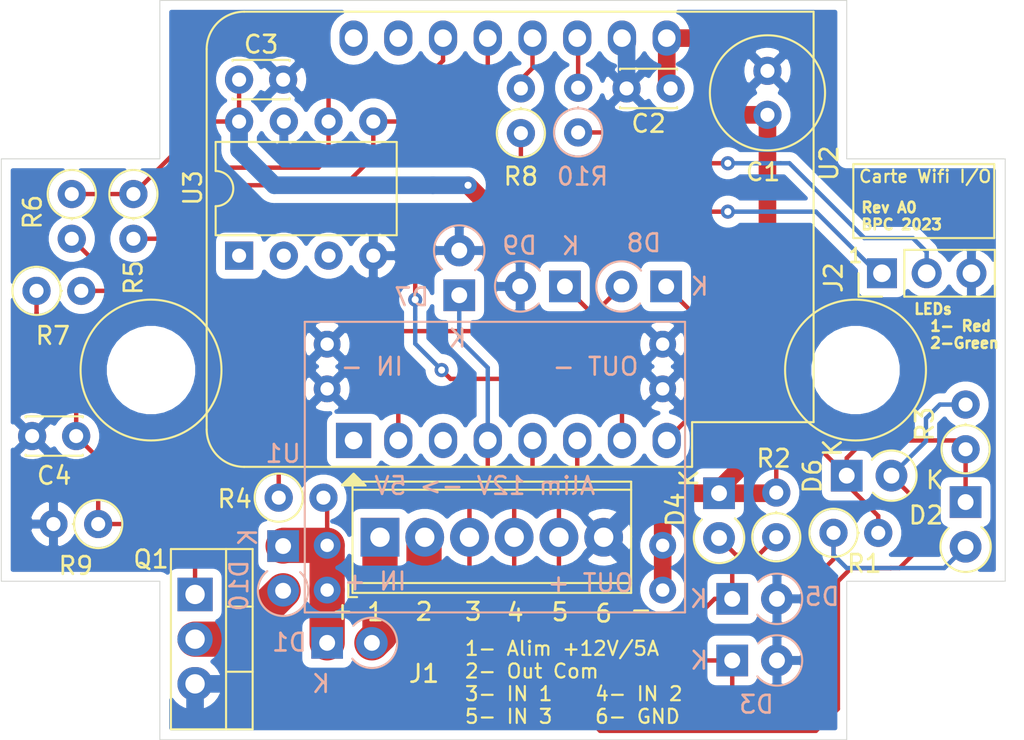
<source format=kicad_pcb>
(kicad_pcb (version 20171130) (host pcbnew "(5.1.9)-1")

  (general
    (thickness 1.6)
    (drawings 30)
    (tracks 220)
    (zones 0)
    (modules 32)
    (nets 26)
  )

  (page A4)
  (title_block
    (title "Carte Wifi I/O")
    (date 2023-03-27)
    (rev "Rev A0")
    (company BPC)
    (comment 3 "Alim 12V (mesurée) - EEPROM - 2 LEDs")
    (comment 4 "1 sortie 12V collecteur ouvert - 3 entrées TOR")
  )

  (layers
    (0 F.Cu signal)
    (31 B.Cu signal)
    (32 B.Adhes user)
    (33 F.Adhes user)
    (34 B.Paste user)
    (35 F.Paste user)
    (36 B.SilkS user)
    (37 F.SilkS user)
    (38 B.Mask user)
    (39 F.Mask user)
    (40 Dwgs.User user)
    (41 Cmts.User user)
    (42 Eco1.User user)
    (43 Eco2.User user)
    (44 Edge.Cuts user)
    (45 Margin user)
    (46 B.CrtYd user hide)
    (47 F.CrtYd user hide)
    (48 B.Fab user hide)
    (49 F.Fab user hide)
  )

  (setup
    (last_trace_width 0.25)
    (user_trace_width 1)
    (user_trace_width 2)
    (trace_clearance 0.2)
    (zone_clearance 0.508)
    (zone_45_only no)
    (trace_min 0.2)
    (via_size 0.8)
    (via_drill 0.4)
    (via_min_size 0.4)
    (via_min_drill 0.3)
    (uvia_size 0.3)
    (uvia_drill 0.1)
    (uvias_allowed no)
    (uvia_min_size 0.2)
    (uvia_min_drill 0.1)
    (edge_width 0.05)
    (segment_width 0.2)
    (pcb_text_width 0.3)
    (pcb_text_size 1.5 1.5)
    (mod_edge_width 0.12)
    (mod_text_size 1 1)
    (mod_text_width 0.15)
    (pad_size 1.524 1.524)
    (pad_drill 0.762)
    (pad_to_mask_clearance 0)
    (aux_axis_origin 0 0)
    (visible_elements 7FFFFFFF)
    (pcbplotparams
      (layerselection 0x010fc_ffffffff)
      (usegerberextensions false)
      (usegerberattributes true)
      (usegerberadvancedattributes true)
      (creategerberjobfile true)
      (excludeedgelayer true)
      (linewidth 0.100000)
      (plotframeref false)
      (viasonmask false)
      (mode 1)
      (useauxorigin false)
      (hpglpennumber 1)
      (hpglpenspeed 20)
      (hpglpendiameter 15.000000)
      (psnegative false)
      (psa4output false)
      (plotreference true)
      (plotvalue true)
      (plotinvisibletext false)
      (padsonsilk false)
      (subtractmaskfromsilk false)
      (outputformat 1)
      (mirror false)
      (drillshape 1)
      (scaleselection 1)
      (outputdirectory ""))
  )

  (net 0 "")
  (net 1 IN_1)
  (net 2 +5V)
  (net 3 "Net-(D1-Pad2)")
  (net 4 +12V)
  (net 5 IN_2)
  (net 6 CMD_OUT_12V)
  (net 7 "Net-(U2-Pad16)")
  (net 8 "Net-(U2-Pad15)")
  (net 9 "Net-(U2-Pad1)")
  (net 10 "Net-(U3-Pad3)")
  (net 11 "Net-(U3-Pad2)")
  (net 12 "Net-(U3-Pad1)")
  (net 13 GND)
  (net 14 "Net-(C4-Pad1)")
  (net 15 IN_3)
  (net 16 POW_MES)
  (net 17 "Net-(D8-Pad1)")
  (net 18 "Net-(R5-Pad2)")
  (net 19 "Net-(R6-Pad2)")
  (net 20 "Net-(U2-Pad3)")
  (net 21 "Net-(J2-Pad1)")
  (net 22 LED_ROUGE)
  (net 23 LED_VERTE)
  (net 24 OUT_12V_COM)
  (net 25 "Net-(J2-Pad2)")

  (net_class Default "This is the default net class."
    (clearance 0.2)
    (trace_width 0.25)
    (via_dia 0.8)
    (via_drill 0.4)
    (uvia_dia 0.3)
    (uvia_drill 0.1)
    (add_net +12V)
    (add_net +5V)
    (add_net CMD_OUT_12V)
    (add_net GND)
    (add_net IN_1)
    (add_net IN_2)
    (add_net IN_3)
    (add_net LED_ROUGE)
    (add_net LED_VERTE)
    (add_net "Net-(C4-Pad1)")
    (add_net "Net-(D1-Pad2)")
    (add_net "Net-(D8-Pad1)")
    (add_net "Net-(J2-Pad1)")
    (add_net "Net-(J2-Pad2)")
    (add_net "Net-(R5-Pad2)")
    (add_net "Net-(R6-Pad2)")
    (add_net "Net-(U2-Pad1)")
    (add_net "Net-(U2-Pad15)")
    (add_net "Net-(U2-Pad16)")
    (add_net "Net-(U2-Pad3)")
    (add_net "Net-(U3-Pad1)")
    (add_net "Net-(U3-Pad2)")
    (add_net "Net-(U3-Pad3)")
    (add_net OUT_12V_COM)
    (add_net POW_MES)
  )

  (module Connector_PinHeader_2.54mm:PinHeader_1x03_P2.54mm_Vertical (layer F.Cu) (tedit 59FED5CC) (tstamp 642255AF)
    (at 172 104 90)
    (descr "Through hole straight pin header, 1x03, 2.54mm pitch, single row")
    (tags "Through hole pin header THT 1x03 2.54mm single row")
    (path /6423D82F)
    (fp_text reference J2 (at -0.25 -2.75 90) (layer F.SilkS)
      (effects (font (size 1 1) (thickness 0.15)))
    )
    (fp_text value LEDs (at 0 7.41 90) (layer F.Fab)
      (effects (font (size 1 1) (thickness 0.15)))
    )
    (fp_text user %R (at 0 2.54) (layer F.Fab)
      (effects (font (size 1 1) (thickness 0.15)))
    )
    (fp_line (start -0.635 -1.27) (end 1.27 -1.27) (layer F.Fab) (width 0.1))
    (fp_line (start 1.27 -1.27) (end 1.27 6.35) (layer F.Fab) (width 0.1))
    (fp_line (start 1.27 6.35) (end -1.27 6.35) (layer F.Fab) (width 0.1))
    (fp_line (start -1.27 6.35) (end -1.27 -0.635) (layer F.Fab) (width 0.1))
    (fp_line (start -1.27 -0.635) (end -0.635 -1.27) (layer F.Fab) (width 0.1))
    (fp_line (start -1.33 6.41) (end 1.33 6.41) (layer F.SilkS) (width 0.12))
    (fp_line (start -1.33 1.27) (end -1.33 6.41) (layer F.SilkS) (width 0.12))
    (fp_line (start 1.33 1.27) (end 1.33 6.41) (layer F.SilkS) (width 0.12))
    (fp_line (start -1.33 1.27) (end 1.33 1.27) (layer F.SilkS) (width 0.12))
    (fp_line (start -1.33 0) (end -1.33 -1.33) (layer F.SilkS) (width 0.12))
    (fp_line (start -1.33 -1.33) (end 0 -1.33) (layer F.SilkS) (width 0.12))
    (fp_line (start -1.8 -1.8) (end -1.8 6.85) (layer F.CrtYd) (width 0.05))
    (fp_line (start -1.8 6.85) (end 1.8 6.85) (layer F.CrtYd) (width 0.05))
    (fp_line (start 1.8 6.85) (end 1.8 -1.8) (layer F.CrtYd) (width 0.05))
    (fp_line (start 1.8 -1.8) (end -1.8 -1.8) (layer F.CrtYd) (width 0.05))
    (pad 3 thru_hole oval (at 0 5.08 90) (size 1.7 1.7) (drill 1) (layers *.Cu *.Mask)
      (net 13 GND))
    (pad 2 thru_hole oval (at 0 2.54 90) (size 1.7 1.7) (drill 1) (layers *.Cu *.Mask)
      (net 25 "Net-(J2-Pad2)"))
    (pad 1 thru_hole rect (at 0 0 90) (size 1.7 1.7) (drill 1) (layers *.Cu *.Mask)
      (net 21 "Net-(J2-Pad1)"))
    (model ${KISYS3DMOD}/Connector_PinHeader_2.54mm.3dshapes/PinHeader_1x03_P2.54mm_Vertical.wrl
      (at (xyz 0 0 0))
      (scale (xyz 1 1 1))
      (rotate (xyz 0 0 0))
    )
  )

  (module Resistor_THT:R_Axial_DIN0207_L6.3mm_D2.5mm_P2.54mm_Vertical (layer F.Cu) (tedit 5AE5139B) (tstamp 641EC8A6)
    (at 151.5 96.04 90)
    (descr "Resistor, Axial_DIN0207 series, Axial, Vertical, pin pitch=2.54mm, 0.25W = 1/4W, length*diameter=6.3*2.5mm^2, http://cdn-reichelt.de/documents/datenblatt/B400/1_4W%23YAG.pdf")
    (tags "Resistor Axial_DIN0207 series Axial Vertical pin pitch 2.54mm 0.25W = 1/4W length 6.3mm diameter 2.5mm")
    (path /6422498C)
    (fp_text reference R8 (at -2.46 0 180) (layer F.SilkS)
      (effects (font (size 1 1) (thickness 0.15)))
    )
    (fp_text value 100 (at 1.27 2.37 90) (layer F.Fab)
      (effects (font (size 1 1) (thickness 0.15)))
    )
    (fp_line (start 3.59 -1.5) (end -1.5 -1.5) (layer F.CrtYd) (width 0.05))
    (fp_line (start 3.59 1.5) (end 3.59 -1.5) (layer F.CrtYd) (width 0.05))
    (fp_line (start -1.5 1.5) (end 3.59 1.5) (layer F.CrtYd) (width 0.05))
    (fp_line (start -1.5 -1.5) (end -1.5 1.5) (layer F.CrtYd) (width 0.05))
    (fp_line (start 1.37 0) (end 1.44 0) (layer F.SilkS) (width 0.12))
    (fp_line (start 0 0) (end 2.54 0) (layer F.Fab) (width 0.1))
    (fp_circle (center 0 0) (end 1.37 0) (layer F.SilkS) (width 0.12))
    (fp_circle (center 0 0) (end 1.25 0) (layer F.Fab) (width 0.1))
    (fp_text user %R (at 1.27 -2.37 90) (layer F.Fab)
      (effects (font (size 1 1) (thickness 0.15)))
    )
    (pad 2 thru_hole oval (at 2.54 0 90) (size 1.6 1.6) (drill 0.8) (layers *.Cu *.Mask)
      (net 22 LED_ROUGE))
    (pad 1 thru_hole circle (at 0 0 90) (size 1.6 1.6) (drill 0.8) (layers *.Cu *.Mask)
      (net 21 "Net-(J2-Pad1)"))
    (model ${KISYS3DMOD}/Resistor_THT.3dshapes/R_Axial_DIN0207_L6.3mm_D2.5mm_P2.54mm_Vertical.wrl
      (at (xyz 0 0 0))
      (scale (xyz 1 1 1))
      (rotate (xyz 0 0 0))
    )
  )

  (module Resistor_THT:R_Axial_DIN0207_L6.3mm_D2.5mm_P2.54mm_Vertical (layer F.Cu) (tedit 5AE5139B) (tstamp 641E2D77)
    (at 127.5 118.25 180)
    (descr "Resistor, Axial_DIN0207 series, Axial, Vertical, pin pitch=2.54mm, 0.25W = 1/4W, length*diameter=6.3*2.5mm^2, http://cdn-reichelt.de/documents/datenblatt/B400/1_4W%23YAG.pdf")
    (tags "Resistor Axial_DIN0207 series Axial Vertical pin pitch 2.54mm 0.25W = 1/4W length 6.3mm diameter 2.5mm")
    (path /64082D2D)
    (fp_text reference R9 (at 1.27 -2.37) (layer F.SilkS)
      (effects (font (size 1 1) (thickness 0.15)))
    )
    (fp_text value 100k (at 1.27 2.37) (layer F.Fab)
      (effects (font (size 1 1) (thickness 0.15)))
    )
    (fp_line (start 3.59 -1.5) (end -1.5 -1.5) (layer F.CrtYd) (width 0.05))
    (fp_line (start 3.59 1.5) (end 3.59 -1.5) (layer F.CrtYd) (width 0.05))
    (fp_line (start -1.5 1.5) (end 3.59 1.5) (layer F.CrtYd) (width 0.05))
    (fp_line (start -1.5 -1.5) (end -1.5 1.5) (layer F.CrtYd) (width 0.05))
    (fp_line (start 1.37 0) (end 1.44 0) (layer F.SilkS) (width 0.12))
    (fp_line (start 0 0) (end 2.54 0) (layer F.Fab) (width 0.1))
    (fp_circle (center 0 0) (end 1.37 0) (layer F.SilkS) (width 0.12))
    (fp_circle (center 0 0) (end 1.25 0) (layer F.Fab) (width 0.1))
    (fp_text user %R (at 1.27 -2.37) (layer F.Fab)
      (effects (font (size 1 1) (thickness 0.15)))
    )
    (pad 2 thru_hole oval (at 2.54 0 180) (size 1.6 1.6) (drill 0.8) (layers *.Cu *.Mask)
      (net 13 GND))
    (pad 1 thru_hole circle (at 0 0 180) (size 1.6 1.6) (drill 0.8) (layers *.Cu *.Mask)
      (net 14 "Net-(C4-Pad1)"))
    (model ${KISYS3DMOD}/Resistor_THT.3dshapes/R_Axial_DIN0207_L6.3mm_D2.5mm_P2.54mm_Vertical.wrl
      (at (xyz 0 0 0))
      (scale (xyz 1 1 1))
      (rotate (xyz 0 0 0))
    )
  )

  (module Capacitor_THT:C_Disc_D3.0mm_W2.0mm_P2.50mm (layer F.Cu) (tedit 5AE50EF0) (tstamp 641E2ABE)
    (at 126.25 113.25 180)
    (descr "C, Disc series, Radial, pin pitch=2.50mm, , diameter*width=3*2mm^2, Capacitor")
    (tags "C Disc series Radial pin pitch 2.50mm  diameter 3mm width 2mm Capacitor")
    (path /640CF978)
    (fp_text reference C4 (at 1.25 -2.25) (layer F.SilkS)
      (effects (font (size 1 1) (thickness 0.15)))
    )
    (fp_text value 100n (at 1.25 2.25) (layer F.Fab)
      (effects (font (size 1 1) (thickness 0.15)))
    )
    (fp_line (start 3.55 -1.25) (end -1.05 -1.25) (layer F.CrtYd) (width 0.05))
    (fp_line (start 3.55 1.25) (end 3.55 -1.25) (layer F.CrtYd) (width 0.05))
    (fp_line (start -1.05 1.25) (end 3.55 1.25) (layer F.CrtYd) (width 0.05))
    (fp_line (start -1.05 -1.25) (end -1.05 1.25) (layer F.CrtYd) (width 0.05))
    (fp_line (start 2.87 1.055) (end 2.87 1.12) (layer F.SilkS) (width 0.12))
    (fp_line (start 2.87 -1.12) (end 2.87 -1.055) (layer F.SilkS) (width 0.12))
    (fp_line (start -0.37 1.055) (end -0.37 1.12) (layer F.SilkS) (width 0.12))
    (fp_line (start -0.37 -1.12) (end -0.37 -1.055) (layer F.SilkS) (width 0.12))
    (fp_line (start -0.37 1.12) (end 2.87 1.12) (layer F.SilkS) (width 0.12))
    (fp_line (start -0.37 -1.12) (end 2.87 -1.12) (layer F.SilkS) (width 0.12))
    (fp_line (start 2.75 -1) (end -0.25 -1) (layer F.Fab) (width 0.1))
    (fp_line (start 2.75 1) (end 2.75 -1) (layer F.Fab) (width 0.1))
    (fp_line (start -0.25 1) (end 2.75 1) (layer F.Fab) (width 0.1))
    (fp_line (start -0.25 -1) (end -0.25 1) (layer F.Fab) (width 0.1))
    (fp_text user %R (at 1.25 0) (layer F.Fab)
      (effects (font (size 0.6 0.6) (thickness 0.09)))
    )
    (pad 2 thru_hole circle (at 2.5 0 180) (size 1.6 1.6) (drill 0.8) (layers *.Cu *.Mask)
      (net 13 GND))
    (pad 1 thru_hole circle (at 0 0 180) (size 1.6 1.6) (drill 0.8) (layers *.Cu *.Mask)
      (net 14 "Net-(C4-Pad1)"))
    (model ${KISYS3DMOD}/Capacitor_THT.3dshapes/C_Disc_D3.0mm_W2.0mm_P2.50mm.wrl
      (at (xyz 0 0 0))
      (scale (xyz 1 1 1))
      (rotate (xyz 0 0 0))
    )
  )

  (module Diode_THT:D_A-405_P2.54mm_Vertical_KathodeUp (layer B.Cu) (tedit 5AE50CD5) (tstamp 641E1EF3)
    (at 138 119.5 270)
    (descr "Diode, A-405 series, Axial, Vertical, pin pitch=2.54mm, , length*diameter=5.2*2.7mm^2, , http://www.diodes.com/_files/packages/A-405.pdf")
    (tags "Diode A-405 series Axial Vertical pin pitch 2.54mm  length 5.2mm diameter 2.7mm")
    (path /641999CC)
    (fp_text reference D10 (at 2.25 2.5 270) (layer B.SilkS)
      (effects (font (size 1 1) (thickness 0.15)) (justify mirror))
    )
    (fp_text value D (at 1.27 -3.359 270) (layer B.Fab)
      (effects (font (size 1 1) (thickness 0.15)) (justify mirror))
    )
    (fp_line (start 4.15 1.6) (end -1.15 1.6) (layer B.CrtYd) (width 0.05))
    (fp_line (start 4.15 -1.6) (end 4.15 1.6) (layer B.CrtYd) (width 0.05))
    (fp_line (start -1.15 -1.6) (end 4.15 -1.6) (layer B.CrtYd) (width 0.05))
    (fp_line (start -1.15 1.6) (end -1.15 -1.6) (layer B.CrtYd) (width 0.05))
    (fp_line (start 0 0) (end 2.54 0) (layer B.Fab) (width 0.1))
    (fp_circle (center 2.54 0) (end 3.89 0) (layer B.Fab) (width 0.1))
    (fp_text user K (at -0.5 2 270) (layer B.SilkS)
      (effects (font (size 1 1) (thickness 0.15)) (justify mirror))
    )
    (fp_text user K (at -1.9 0 270) (layer B.Fab)
      (effects (font (size 1 1) (thickness 0.15)) (justify mirror))
    )
    (fp_text user %R (at 1.27 2.47 270) (layer B.Fab)
      (effects (font (size 1 1) (thickness 0.15)) (justify mirror))
    )
    (fp_arc (start 2.54 0) (end 1.426761 0.9) (angle -278.451986) (layer B.SilkS) (width 0.12))
    (pad 2 thru_hole oval (at 2.54 0 270) (size 1.8 1.8) (drill 0.9) (layers *.Cu *.Mask)
      (net 24 OUT_12V_COM))
    (pad 1 thru_hole rect (at 0 0 270) (size 1.8 1.8) (drill 0.9) (layers *.Cu *.Mask)
      (net 4 +12V))
    (model ${KISYS3DMOD}/Diode_THT.3dshapes/D_A-405_P2.54mm_Vertical_KathodeUp.wrl
      (at (xyz 0 0 0))
      (scale (xyz 1 1 1))
      (rotate (xyz 0 0 0))
    )
  )

  (module Package_TO_SOT_THT:TO-220-3_Vertical (layer F.Cu) (tedit 5AC8BA0D) (tstamp 641E13D3)
    (at 133 122.25 270)
    (descr "TO-220-3, Vertical, RM 2.54mm, see https://www.vishay.com/docs/66542/to-220-1.pdf")
    (tags "TO-220-3 Vertical RM 2.54mm")
    (path /641F96BC)
    (fp_text reference Q1 (at -2 2.5 180) (layer F.SilkS)
      (effects (font (size 1 1) (thickness 0.15)))
    )
    (fp_text value BPC_IPP034N03L (at 2.54 2.5 90) (layer F.Fab)
      (effects (font (size 1 1) (thickness 0.15)))
    )
    (fp_line (start 7.79 -3.4) (end -2.71 -3.4) (layer F.CrtYd) (width 0.05))
    (fp_line (start 7.79 1.51) (end 7.79 -3.4) (layer F.CrtYd) (width 0.05))
    (fp_line (start -2.71 1.51) (end 7.79 1.51) (layer F.CrtYd) (width 0.05))
    (fp_line (start -2.71 -3.4) (end -2.71 1.51) (layer F.CrtYd) (width 0.05))
    (fp_line (start 4.391 -3.27) (end 4.391 -1.76) (layer F.SilkS) (width 0.12))
    (fp_line (start 0.69 -3.27) (end 0.69 -1.76) (layer F.SilkS) (width 0.12))
    (fp_line (start -2.58 -1.76) (end 7.66 -1.76) (layer F.SilkS) (width 0.12))
    (fp_line (start 7.66 -3.27) (end 7.66 1.371) (layer F.SilkS) (width 0.12))
    (fp_line (start -2.58 -3.27) (end -2.58 1.371) (layer F.SilkS) (width 0.12))
    (fp_line (start -2.58 1.371) (end 7.66 1.371) (layer F.SilkS) (width 0.12))
    (fp_line (start -2.58 -3.27) (end 7.66 -3.27) (layer F.SilkS) (width 0.12))
    (fp_line (start 4.39 -3.15) (end 4.39 -1.88) (layer F.Fab) (width 0.1))
    (fp_line (start 0.69 -3.15) (end 0.69 -1.88) (layer F.Fab) (width 0.1))
    (fp_line (start -2.46 -1.88) (end 7.54 -1.88) (layer F.Fab) (width 0.1))
    (fp_line (start 7.54 -3.15) (end -2.46 -3.15) (layer F.Fab) (width 0.1))
    (fp_line (start 7.54 1.25) (end 7.54 -3.15) (layer F.Fab) (width 0.1))
    (fp_line (start -2.46 1.25) (end 7.54 1.25) (layer F.Fab) (width 0.1))
    (fp_line (start -2.46 -3.15) (end -2.46 1.25) (layer F.Fab) (width 0.1))
    (fp_text user %R (at 2.54 -4.27 90) (layer F.Fab)
      (effects (font (size 1 1) (thickness 0.15)))
    )
    (pad 3 thru_hole oval (at 5.08 0 270) (size 1.905 2) (drill 1.1) (layers *.Cu *.Mask)
      (net 13 GND))
    (pad 2 thru_hole oval (at 2.54 0 270) (size 1.905 2) (drill 1.1) (layers *.Cu *.Mask)
      (net 24 OUT_12V_COM))
    (pad 1 thru_hole rect (at 0 0 270) (size 1.905 2) (drill 1.1) (layers *.Cu *.Mask)
      (net 14 "Net-(C4-Pad1)"))
    (model ${KISYS3DMOD}/Package_TO_SOT_THT.3dshapes/TO-220-3_Vertical.wrl
      (at (xyz 0 0 0))
      (scale (xyz 1 1 1))
      (rotate (xyz 0 0 0))
    )
  )

  (module Resistor_THT:R_Axial_DIN0207_L6.3mm_D2.5mm_P2.54mm_Vertical (layer B.Cu) (tedit 5AE5139B) (tstamp 640DAE53)
    (at 154.75 96 90)
    (descr "Resistor, Axial_DIN0207 series, Axial, Vertical, pin pitch=2.54mm, 0.25W = 1/4W, length*diameter=6.3*2.5mm^2, http://cdn-reichelt.de/documents/datenblatt/B400/1_4W%23YAG.pdf")
    (tags "Resistor Axial_DIN0207 series Axial Vertical pin pitch 2.54mm 0.25W = 1/4W length 6.3mm diameter 2.5mm")
    (path /640DFA84)
    (fp_text reference R10 (at -2.5 0.25 180) (layer B.SilkS)
      (effects (font (size 1 1) (thickness 0.15)) (justify mirror))
    )
    (fp_text value 100 (at 1.27 -2.37 90) (layer B.Fab)
      (effects (font (size 1 1) (thickness 0.15)) (justify mirror))
    )
    (fp_line (start 3.59 1.5) (end -1.5 1.5) (layer B.CrtYd) (width 0.05))
    (fp_line (start 3.59 -1.5) (end 3.59 1.5) (layer B.CrtYd) (width 0.05))
    (fp_line (start -1.5 -1.5) (end 3.59 -1.5) (layer B.CrtYd) (width 0.05))
    (fp_line (start -1.5 1.5) (end -1.5 -1.5) (layer B.CrtYd) (width 0.05))
    (fp_line (start 1.37 0) (end 1.44 0) (layer B.SilkS) (width 0.12))
    (fp_line (start 0 0) (end 2.54 0) (layer B.Fab) (width 0.1))
    (fp_circle (center 0 0) (end 1.37 0) (layer B.SilkS) (width 0.12))
    (fp_circle (center 0 0) (end 1.25 0) (layer B.Fab) (width 0.1))
    (fp_text user %R (at 1.27 2.37 90) (layer B.Fab)
      (effects (font (size 1 1) (thickness 0.15)) (justify mirror))
    )
    (pad 2 thru_hole oval (at 2.54 0 90) (size 1.6 1.6) (drill 0.8) (layers *.Cu *.Mask)
      (net 23 LED_VERTE))
    (pad 1 thru_hole circle (at 0 0 90) (size 1.6 1.6) (drill 0.8) (layers *.Cu *.Mask)
      (net 25 "Net-(J2-Pad2)"))
    (model ${KISYS3DMOD}/Resistor_THT.3dshapes/R_Axial_DIN0207_L6.3mm_D2.5mm_P2.54mm_Vertical.wrl
      (at (xyz 0 0 0))
      (scale (xyz 1 1 1))
      (rotate (xyz 0 0 0))
    )
  )

  (module TerminalBlock_Phoenix:TerminalBlock_Phoenix_MPT-0,5-6-2.54_1x06_P2.54mm_Horizontal (layer F.Cu) (tedit 5B294F99) (tstamp 640DA157)
    (at 143.5 119)
    (descr "Terminal Block Phoenix MPT-0,5-6-2.54, 6 pins, pitch 2.54mm, size 15.7x6.2mm^2, drill diamater 1.1mm, pad diameter 2.2mm, see http://www.mouser.com/ds/2/324/ItemDetail_1725672-916605.pdf, script-generated using https://github.com/pointhi/kicad-footprint-generator/scripts/TerminalBlock_Phoenix")
    (tags "THT Terminal Block Phoenix MPT-0,5-6-2.54 pitch 2.54mm size 15.7x6.2mm^2 drill 1.1mm pad 2.2mm")
    (path /640A7746)
    (fp_text reference J1 (at 2.5 7.75) (layer F.SilkS)
      (effects (font (size 1 1) (thickness 0.15)))
    )
    (fp_text value Conn_01x05 (at 6.35 4.16) (layer F.Fab)
      (effects (font (size 1 1) (thickness 0.15)))
    )
    (fp_circle (center 0 0) (end 1.1 0) (layer F.Fab) (width 0.1))
    (fp_circle (center 2.54 0) (end 3.64 0) (layer F.Fab) (width 0.1))
    (fp_circle (center 5.08 0) (end 6.18 0) (layer F.Fab) (width 0.1))
    (fp_circle (center 7.62 0) (end 8.72 0) (layer F.Fab) (width 0.1))
    (fp_circle (center 10.16 0) (end 11.26 0) (layer F.Fab) (width 0.1))
    (fp_circle (center 12.7 0) (end 13.8 0) (layer F.Fab) (width 0.1))
    (fp_line (start -1.5 -3.1) (end 14.2 -3.1) (layer F.Fab) (width 0.1))
    (fp_line (start 14.2 -3.1) (end 14.2 3.1) (layer F.Fab) (width 0.1))
    (fp_line (start 14.2 3.1) (end -1 3.1) (layer F.Fab) (width 0.1))
    (fp_line (start -1 3.1) (end -1.5 2.6) (layer F.Fab) (width 0.1))
    (fp_line (start -1.5 2.6) (end -1.5 -3.1) (layer F.Fab) (width 0.1))
    (fp_line (start -1.5 2.6) (end 14.2 2.6) (layer F.Fab) (width 0.1))
    (fp_line (start -1.56 2.6) (end 14.26 2.6) (layer F.SilkS) (width 0.12))
    (fp_line (start -1.5 -2.7) (end 14.2 -2.7) (layer F.Fab) (width 0.1))
    (fp_line (start -1.56 -2.7) (end 14.26 -2.7) (layer F.SilkS) (width 0.12))
    (fp_line (start -1.56 -3.16) (end 14.26 -3.16) (layer F.SilkS) (width 0.12))
    (fp_line (start -1.56 3.16) (end 14.26 3.16) (layer F.SilkS) (width 0.12))
    (fp_line (start -1.56 -3.16) (end -1.56 3.16) (layer F.SilkS) (width 0.12))
    (fp_line (start 14.26 -3.16) (end 14.26 3.16) (layer F.SilkS) (width 0.12))
    (fp_line (start 0.835 -0.7) (end -0.701 0.835) (layer F.Fab) (width 0.1))
    (fp_line (start 0.701 -0.835) (end -0.835 0.7) (layer F.Fab) (width 0.1))
    (fp_line (start 3.375 -0.7) (end 1.84 0.835) (layer F.Fab) (width 0.1))
    (fp_line (start 3.241 -0.835) (end 1.706 0.7) (layer F.Fab) (width 0.1))
    (fp_line (start 5.915 -0.7) (end 4.38 0.835) (layer F.Fab) (width 0.1))
    (fp_line (start 5.781 -0.835) (end 4.246 0.7) (layer F.Fab) (width 0.1))
    (fp_line (start 8.455 -0.7) (end 6.92 0.835) (layer F.Fab) (width 0.1))
    (fp_line (start 8.321 -0.835) (end 6.786 0.7) (layer F.Fab) (width 0.1))
    (fp_line (start 10.995 -0.7) (end 9.46 0.835) (layer F.Fab) (width 0.1))
    (fp_line (start 10.861 -0.835) (end 9.326 0.7) (layer F.Fab) (width 0.1))
    (fp_line (start 13.535 -0.7) (end 12 0.835) (layer F.Fab) (width 0.1))
    (fp_line (start 13.401 -0.835) (end 11.866 0.7) (layer F.Fab) (width 0.1))
    (fp_line (start -1.8 2.66) (end -1.8 3.4) (layer F.SilkS) (width 0.12))
    (fp_line (start -1.8 3.4) (end -1.3 3.4) (layer F.SilkS) (width 0.12))
    (fp_line (start -2 -3.6) (end -2 3.6) (layer F.CrtYd) (width 0.05))
    (fp_line (start -2 3.6) (end 14.7 3.6) (layer F.CrtYd) (width 0.05))
    (fp_line (start 14.7 3.6) (end 14.7 -3.6) (layer F.CrtYd) (width 0.05))
    (fp_line (start 14.7 -3.6) (end -2 -3.6) (layer F.CrtYd) (width 0.05))
    (fp_text user %R (at 6.35 2) (layer F.Fab)
      (effects (font (size 1 1) (thickness 0.15)))
    )
    (pad 6 thru_hole circle (at 12.7 0) (size 2.2 2.2) (drill 1.1) (layers *.Cu *.Mask)
      (net 13 GND))
    (pad 5 thru_hole circle (at 10.16 0) (size 2.2 2.2) (drill 1.1) (layers *.Cu *.Mask)
      (net 15 IN_3))
    (pad 4 thru_hole circle (at 7.62 0) (size 2.2 2.2) (drill 1.1) (layers *.Cu *.Mask)
      (net 5 IN_2))
    (pad 3 thru_hole circle (at 5.08 0) (size 2.2 2.2) (drill 1.1) (layers *.Cu *.Mask)
      (net 1 IN_1))
    (pad 2 thru_hole circle (at 2.54 0) (size 2.2 2.2) (drill 1.1) (layers *.Cu *.Mask)
      (net 24 OUT_12V_COM))
    (pad 1 thru_hole rect (at 0 0) (size 2.2 2.2) (drill 1.1) (layers *.Cu *.Mask)
      (net 3 "Net-(D1-Pad2)"))
    (model ${KISYS3DMOD}/TerminalBlock_Phoenix.3dshapes/TerminalBlock_Phoenix_MPT-0,5-6-2.54_1x06_P2.54mm_Horizontal.wrl
      (at (xyz 0 0 0))
      (scale (xyz 1 1 1))
      (rotate (xyz 0 0 0))
    )
  )

  (module Resistor_THT:R_Axial_DIN0207_L6.3mm_D2.5mm_P2.54mm_Vertical (layer F.Cu) (tedit 5AE5139B) (tstamp 640DA1C3)
    (at 137.75 116.75)
    (descr "Resistor, Axial_DIN0207 series, Axial, Vertical, pin pitch=2.54mm, 0.25W = 1/4W, length*diameter=6.3*2.5mm^2, http://cdn-reichelt.de/documents/datenblatt/B400/1_4W%23YAG.pdf")
    (tags "Resistor Axial_DIN0207 series Axial Vertical pin pitch 2.54mm 0.25W = 1/4W length 6.3mm diameter 2.5mm")
    (path /6413420C)
    (fp_text reference R4 (at -2.5 0.075) (layer F.SilkS)
      (effects (font (size 1 1) (thickness 0.15)))
    )
    (fp_text value 1,2M (at 1.27 2.37) (layer F.Fab)
      (effects (font (size 1 1) (thickness 0.15)))
    )
    (fp_circle (center 0 0) (end 1.25 0) (layer F.Fab) (width 0.1))
    (fp_circle (center 0 0) (end 1.37 0) (layer F.SilkS) (width 0.12))
    (fp_line (start 0 0) (end 2.54 0) (layer F.Fab) (width 0.1))
    (fp_line (start 1.37 0) (end 1.44 0) (layer F.SilkS) (width 0.12))
    (fp_line (start -1.5 -1.5) (end -1.5 1.5) (layer F.CrtYd) (width 0.05))
    (fp_line (start -1.5 1.5) (end 3.59 1.5) (layer F.CrtYd) (width 0.05))
    (fp_line (start 3.59 1.5) (end 3.59 -1.5) (layer F.CrtYd) (width 0.05))
    (fp_line (start 3.59 -1.5) (end -1.5 -1.5) (layer F.CrtYd) (width 0.05))
    (fp_text user %R (at 1.27 -2.37) (layer F.Fab)
      (effects (font (size 1 1) (thickness 0.15)))
    )
    (pad 2 thru_hole oval (at 2.54 0) (size 1.6 1.6) (drill 0.8) (layers *.Cu *.Mask)
      (net 4 +12V))
    (pad 1 thru_hole circle (at 0 0) (size 1.6 1.6) (drill 0.8) (layers *.Cu *.Mask)
      (net 16 POW_MES))
    (model ${KISYS3DMOD}/Resistor_THT.3dshapes/R_Axial_DIN0207_L6.3mm_D2.5mm_P2.54mm_Vertical.wrl
      (at (xyz 0 0 0))
      (scale (xyz 1 1 1))
      (rotate (xyz 0 0 0))
    )
  )

  (module Resistor_THT:R_Axial_DIN0207_L6.3mm_D2.5mm_P2.54mm_Vertical (layer F.Cu) (tedit 5AE5139B) (tstamp 640DA1ED)
    (at 166 119 90)
    (descr "Resistor, Axial_DIN0207 series, Axial, Vertical, pin pitch=2.54mm, 0.25W = 1/4W, length*diameter=6.3*2.5mm^2, http://cdn-reichelt.de/documents/datenblatt/B400/1_4W%23YAG.pdf")
    (tags "Resistor Axial_DIN0207 series Axial Vertical pin pitch 2.54mm 0.25W = 1/4W length 6.3mm diameter 2.5mm")
    (path /641083A4)
    (fp_text reference R2 (at 4.475 -0.15 180) (layer F.SilkS)
      (effects (font (size 1 1) (thickness 0.15)))
    )
    (fp_text value 100k (at 1.27 2.37 90) (layer F.Fab)
      (effects (font (size 1 1) (thickness 0.15)))
    )
    (fp_circle (center 0 0) (end 1.25 0) (layer F.Fab) (width 0.1))
    (fp_circle (center 0 0) (end 1.37 0) (layer F.SilkS) (width 0.12))
    (fp_line (start 0 0) (end 2.54 0) (layer F.Fab) (width 0.1))
    (fp_line (start 1.37 0) (end 1.44 0) (layer F.SilkS) (width 0.12))
    (fp_line (start -1.5 -1.5) (end -1.5 1.5) (layer F.CrtYd) (width 0.05))
    (fp_line (start -1.5 1.5) (end 3.59 1.5) (layer F.CrtYd) (width 0.05))
    (fp_line (start 3.59 1.5) (end 3.59 -1.5) (layer F.CrtYd) (width 0.05))
    (fp_line (start 3.59 -1.5) (end -1.5 -1.5) (layer F.CrtYd) (width 0.05))
    (fp_text user %R (at 1.27 -2.37 90) (layer F.Fab)
      (effects (font (size 1 1) (thickness 0.15)))
    )
    (pad 2 thru_hole oval (at 2.54 0 90) (size 1.6 1.6) (drill 0.8) (layers *.Cu *.Mask)
      (net 2 +5V))
    (pad 1 thru_hole circle (at 0 0 90) (size 1.6 1.6) (drill 0.8) (layers *.Cu *.Mask)
      (net 15 IN_3))
    (model ${KISYS3DMOD}/Resistor_THT.3dshapes/R_Axial_DIN0207_L6.3mm_D2.5mm_P2.54mm_Vertical.wrl
      (at (xyz 0 0 0))
      (scale (xyz 1 1 1))
      (rotate (xyz 0 0 0))
    )
  )

  (module Diode_THT:D_A-405_P2.54mm_Vertical_KathodeUp (layer B.Cu) (tedit 5AE50CD5) (tstamp 640DA218)
    (at 154 104.75 180)
    (descr "Diode, A-405 series, Axial, Vertical, pin pitch=2.54mm, , length*diameter=5.2*2.7mm^2, , http://www.diodes.com/_files/packages/A-405.pdf")
    (tags "Diode A-405 series Axial Vertical pin pitch 2.54mm  length 5.2mm diameter 2.7mm")
    (path /64166EE4)
    (fp_text reference D9 (at 2.575 2.325) (layer B.SilkS)
      (effects (font (size 1 1) (thickness 0.15)) (justify mirror))
    )
    (fp_text value D (at 1.27 -3.359) (layer B.Fab)
      (effects (font (size 1 1) (thickness 0.15)) (justify mirror))
    )
    (fp_circle (center 2.54 0) (end 3.89 0) (layer B.Fab) (width 0.1))
    (fp_line (start 0 0) (end 2.54 0) (layer B.Fab) (width 0.1))
    (fp_line (start -1.15 1.6) (end -1.15 -1.6) (layer B.CrtYd) (width 0.05))
    (fp_line (start -1.15 -1.6) (end 4.15 -1.6) (layer B.CrtYd) (width 0.05))
    (fp_line (start 4.15 -1.6) (end 4.15 1.6) (layer B.CrtYd) (width 0.05))
    (fp_line (start 4.15 1.6) (end -1.15 1.6) (layer B.CrtYd) (width 0.05))
    (fp_text user K (at -0.325 2.3) (layer B.SilkS)
      (effects (font (size 1 1) (thickness 0.15)) (justify mirror))
    )
    (fp_text user K (at -1.9 0) (layer B.Fab)
      (effects (font (size 1 1) (thickness 0.15)) (justify mirror))
    )
    (fp_text user %R (at 1.27 2.47) (layer B.Fab)
      (effects (font (size 1 1) (thickness 0.15)) (justify mirror))
    )
    (fp_arc (start 2.54 0) (end 1.426761 0.9) (angle -278.451986) (layer B.SilkS) (width 0.12))
    (pad 2 thru_hole oval (at 2.54 0 180) (size 1.8 1.8) (drill 0.9) (layers *.Cu *.Mask)
      (net 13 GND))
    (pad 1 thru_hole rect (at 0 0 180) (size 1.8 1.8) (drill 0.9) (layers *.Cu *.Mask)
      (net 16 POW_MES))
    (model ${KISYS3DMOD}/Diode_THT.3dshapes/D_A-405_P2.54mm_Vertical_KathodeUp.wrl
      (at (xyz 0 0 0))
      (scale (xyz 1 1 1))
      (rotate (xyz 0 0 0))
    )
  )

  (module Diode_THT:D_A-405_P2.54mm_Vertical_KathodeUp (layer B.Cu) (tedit 5AE50CD5) (tstamp 640DA245)
    (at 159.75 104.75 180)
    (descr "Diode, A-405 series, Axial, Vertical, pin pitch=2.54mm, , length*diameter=5.2*2.7mm^2, , http://www.diodes.com/_files/packages/A-405.pdf")
    (tags "Diode A-405 series Axial Vertical pin pitch 2.54mm  length 5.2mm diameter 2.7mm")
    (path /641659EF)
    (fp_text reference D8 (at 1.27 2.47) (layer B.SilkS)
      (effects (font (size 1 1) (thickness 0.15)) (justify mirror))
    )
    (fp_text value D (at 1.27 -3.359) (layer B.Fab)
      (effects (font (size 1 1) (thickness 0.15)) (justify mirror))
    )
    (fp_circle (center 2.54 0) (end 3.89 0) (layer B.Fab) (width 0.1))
    (fp_line (start 0 0) (end 2.54 0) (layer B.Fab) (width 0.1))
    (fp_line (start -1.15 1.6) (end -1.15 -1.6) (layer B.CrtYd) (width 0.05))
    (fp_line (start -1.15 -1.6) (end 4.15 -1.6) (layer B.CrtYd) (width 0.05))
    (fp_line (start 4.15 -1.6) (end 4.15 1.6) (layer B.CrtYd) (width 0.05))
    (fp_line (start 4.15 1.6) (end -1.15 1.6) (layer B.CrtYd) (width 0.05))
    (fp_text user K (at -1.9 0) (layer B.SilkS)
      (effects (font (size 1 1) (thickness 0.15)) (justify mirror))
    )
    (fp_text user K (at -1.9 0) (layer B.Fab)
      (effects (font (size 1 1) (thickness 0.15)) (justify mirror))
    )
    (fp_text user %R (at 1.27 2.47) (layer B.Fab)
      (effects (font (size 1 1) (thickness 0.15)) (justify mirror))
    )
    (fp_arc (start 2.54 0) (end 1.426761 0.9) (angle -278.451986) (layer B.SilkS) (width 0.12))
    (pad 2 thru_hole oval (at 2.54 0 180) (size 1.8 1.8) (drill 0.9) (layers *.Cu *.Mask)
      (net 16 POW_MES))
    (pad 1 thru_hole rect (at 0 0 180) (size 1.8 1.8) (drill 0.9) (layers *.Cu *.Mask)
      (net 17 "Net-(D8-Pad1)"))
    (model ${KISYS3DMOD}/Diode_THT.3dshapes/D_A-405_P2.54mm_Vertical_KathodeUp.wrl
      (at (xyz 0 0 0))
      (scale (xyz 1 1 1))
      (rotate (xyz 0 0 0))
    )
  )

  (module Diode_THT:D_A-405_P2.54mm_Vertical_KathodeUp (layer B.Cu) (tedit 5AE50CD5) (tstamp 640DA272)
    (at 163.5 122.5)
    (descr "Diode, A-405 series, Axial, Vertical, pin pitch=2.54mm, , length*diameter=5.2*2.7mm^2, , http://www.diodes.com/_files/packages/A-405.pdf")
    (tags "Diode A-405 series Axial Vertical pin pitch 2.54mm  length 5.2mm diameter 2.7mm")
    (path /641083B0)
    (fp_text reference D5 (at 5.1 -0.125) (layer B.SilkS)
      (effects (font (size 1 1) (thickness 0.15)) (justify mirror))
    )
    (fp_text value D (at 1.27 -3.359) (layer B.Fab)
      (effects (font (size 1 1) (thickness 0.15)) (justify mirror))
    )
    (fp_circle (center 2.54 0) (end 3.89 0) (layer B.Fab) (width 0.1))
    (fp_line (start 0 0) (end 2.54 0) (layer B.Fab) (width 0.1))
    (fp_line (start -1.15 1.6) (end -1.15 -1.6) (layer B.CrtYd) (width 0.05))
    (fp_line (start -1.15 -1.6) (end 4.15 -1.6) (layer B.CrtYd) (width 0.05))
    (fp_line (start 4.15 -1.6) (end 4.15 1.6) (layer B.CrtYd) (width 0.05))
    (fp_line (start 4.15 1.6) (end -1.15 1.6) (layer B.CrtYd) (width 0.05))
    (fp_text user K (at -1.9 0) (layer B.SilkS)
      (effects (font (size 1 1) (thickness 0.15)) (justify mirror))
    )
    (fp_text user K (at -1.9 0) (layer B.Fab)
      (effects (font (size 1 1) (thickness 0.15)) (justify mirror))
    )
    (fp_text user %R (at 1.27 2.47) (layer B.Fab)
      (effects (font (size 1 1) (thickness 0.15)) (justify mirror))
    )
    (fp_arc (start 2.54 0) (end 1.426761 0.9) (angle -278.451986) (layer B.SilkS) (width 0.12))
    (pad 2 thru_hole oval (at 2.54 0) (size 1.8 1.8) (drill 0.9) (layers *.Cu *.Mask)
      (net 13 GND))
    (pad 1 thru_hole rect (at 0 0) (size 1.8 1.8) (drill 0.9) (layers *.Cu *.Mask)
      (net 15 IN_3))
    (model ${KISYS3DMOD}/Diode_THT.3dshapes/D_A-405_P2.54mm_Vertical_KathodeUp.wrl
      (at (xyz 0 0 0))
      (scale (xyz 1 1 1))
      (rotate (xyz 0 0 0))
    )
  )

  (module Diode_THT:D_A-405_P2.54mm_Vertical_KathodeUp (layer F.Cu) (tedit 5AE50CD5) (tstamp 640DA29F)
    (at 162.75 116.5 270)
    (descr "Diode, A-405 series, Axial, Vertical, pin pitch=2.54mm, , length*diameter=5.2*2.7mm^2, , http://www.diodes.com/_files/packages/A-405.pdf")
    (tags "Diode A-405 series Axial Vertical pin pitch 2.54mm  length 5.2mm diameter 2.7mm")
    (path /641083AA)
    (fp_text reference D4 (at 0.925 2.475 90) (layer F.SilkS)
      (effects (font (size 1 1) (thickness 0.15)))
    )
    (fp_text value D (at 1.27 3.359 90) (layer F.Fab)
      (effects (font (size 1 1) (thickness 0.15)))
    )
    (fp_circle (center 2.54 0) (end 3.89 0) (layer F.Fab) (width 0.1))
    (fp_line (start 0 0) (end 2.54 0) (layer F.Fab) (width 0.1))
    (fp_line (start -1.15 -1.6) (end -1.15 1.6) (layer F.CrtYd) (width 0.05))
    (fp_line (start -1.15 1.6) (end 4.15 1.6) (layer F.CrtYd) (width 0.05))
    (fp_line (start 4.15 1.6) (end 4.15 -1.6) (layer F.CrtYd) (width 0.05))
    (fp_line (start 4.15 -1.6) (end -1.15 -1.6) (layer F.CrtYd) (width 0.05))
    (fp_text user K (at -0.85 1.7 90) (layer F.SilkS)
      (effects (font (size 1 1) (thickness 0.15)))
    )
    (fp_text user K (at -1.9 0 90) (layer F.Fab)
      (effects (font (size 1 1) (thickness 0.15)))
    )
    (fp_text user %R (at 1.27 -2.47 90) (layer F.Fab)
      (effects (font (size 1 1) (thickness 0.15)))
    )
    (fp_arc (start 2.54 0) (end 1.426761 -0.9) (angle 278.451986) (layer F.SilkS) (width 0.12))
    (pad 2 thru_hole oval (at 2.54 0 270) (size 1.8 1.8) (drill 0.9) (layers *.Cu *.Mask)
      (net 15 IN_3))
    (pad 1 thru_hole rect (at 0 0 270) (size 1.8 1.8) (drill 0.9) (layers *.Cu *.Mask)
      (net 2 +5V))
    (model ${KISYS3DMOD}/Diode_THT.3dshapes/D_A-405_P2.54mm_Vertical_KathodeUp.wrl
      (at (xyz 0 0 0))
      (scale (xyz 1 1 1))
      (rotate (xyz 0 0 0))
    )
  )

  (module bpc:BPC_Trou4mm_Fixation locked (layer F.Cu) (tedit 60758354) (tstamp 640DA781)
    (at 170.5 109.5)
    (fp_text reference REF** (at 6 -3) (layer F.Fab) hide
      (effects (font (size 1 1) (thickness 0.15)))
    )
    (fp_text value BPC_Trou4mm_Fixation (at 0 -6) (layer F.Fab)
      (effects (font (size 1 1) (thickness 0.15)))
    )
    (fp_circle (center 0 0) (end 4 0) (layer F.SilkS) (width 0.12))
    (pad "" np_thru_hole circle (at 0 0) (size 4 4) (drill 4) (layers *.Cu *.Mask))
  )

  (module bpc:BPC_Trou4mm_Fixation locked (layer F.Cu) (tedit 60758354) (tstamp 640DA772)
    (at 130.5 109.5)
    (fp_text reference REF** (at 6 -3) (layer F.Fab) hide
      (effects (font (size 1 1) (thickness 0.15)))
    )
    (fp_text value BPC_Trou4mm_Fixation (at 0 -6) (layer F.Fab)
      (effects (font (size 1 1) (thickness 0.15)))
    )
    (fp_circle (center 0 0) (end 4 0) (layer F.SilkS) (width 0.12))
    (pad "" np_thru_hole circle (at 0 0) (size 4 4) (drill 4) (layers *.Cu *.Mask))
  )

  (module Package_DIP:DIP-8_W7.62mm (layer F.Cu) (tedit 5A02E8C5) (tstamp 640DA86C)
    (at 135.5 103 90)
    (descr "8-lead though-hole mounted DIP package, row spacing 7.62 mm (300 mils)")
    (tags "THT DIP DIL PDIP 2.54mm 7.62mm 300mil")
    (path /640AB41A)
    (fp_text reference U3 (at 3.85 -2.625 270) (layer F.SilkS)
      (effects (font (size 1 1) (thickness 0.15)))
    )
    (fp_text value 24LC01 (at 3.81 9.95 270) (layer F.Fab)
      (effects (font (size 1 1) (thickness 0.15)))
    )
    (fp_line (start 8.7 -1.55) (end -1.1 -1.55) (layer F.CrtYd) (width 0.05))
    (fp_line (start 8.7 9.15) (end 8.7 -1.55) (layer F.CrtYd) (width 0.05))
    (fp_line (start -1.1 9.15) (end 8.7 9.15) (layer F.CrtYd) (width 0.05))
    (fp_line (start -1.1 -1.55) (end -1.1 9.15) (layer F.CrtYd) (width 0.05))
    (fp_line (start 6.46 -1.33) (end 4.81 -1.33) (layer F.SilkS) (width 0.12))
    (fp_line (start 6.46 8.95) (end 6.46 -1.33) (layer F.SilkS) (width 0.12))
    (fp_line (start 1.16 8.95) (end 6.46 8.95) (layer F.SilkS) (width 0.12))
    (fp_line (start 1.16 -1.33) (end 1.16 8.95) (layer F.SilkS) (width 0.12))
    (fp_line (start 2.81 -1.33) (end 1.16 -1.33) (layer F.SilkS) (width 0.12))
    (fp_line (start 0.635 -0.27) (end 1.635 -1.27) (layer F.Fab) (width 0.1))
    (fp_line (start 0.635 8.89) (end 0.635 -0.27) (layer F.Fab) (width 0.1))
    (fp_line (start 6.985 8.89) (end 0.635 8.89) (layer F.Fab) (width 0.1))
    (fp_line (start 6.985 -1.27) (end 6.985 8.89) (layer F.Fab) (width 0.1))
    (fp_line (start 1.635 -1.27) (end 6.985 -1.27) (layer F.Fab) (width 0.1))
    (fp_text user %R (at 3.81 3.81 270) (layer F.Fab)
      (effects (font (size 1 1) (thickness 0.15)))
    )
    (fp_arc (start 3.81 -1.33) (end 2.81 -1.33) (angle -180) (layer F.SilkS) (width 0.12))
    (pad 8 thru_hole oval (at 7.62 0 90) (size 1.6 1.6) (drill 0.8) (layers *.Cu *.Mask)
      (net 2 +5V))
    (pad 4 thru_hole oval (at 0 7.62 90) (size 1.6 1.6) (drill 0.8) (layers *.Cu *.Mask)
      (net 13 GND))
    (pad 7 thru_hole oval (at 7.62 2.54 90) (size 1.6 1.6) (drill 0.8) (layers *.Cu *.Mask)
      (net 13 GND))
    (pad 3 thru_hole oval (at 0 5.08 90) (size 1.6 1.6) (drill 0.8) (layers *.Cu *.Mask)
      (net 10 "Net-(U3-Pad3)"))
    (pad 6 thru_hole oval (at 7.62 5.08 90) (size 1.6 1.6) (drill 0.8) (layers *.Cu *.Mask)
      (net 18 "Net-(R5-Pad2)"))
    (pad 2 thru_hole oval (at 0 2.54 90) (size 1.6 1.6) (drill 0.8) (layers *.Cu *.Mask)
      (net 11 "Net-(U3-Pad2)"))
    (pad 5 thru_hole oval (at 7.62 7.62 90) (size 1.6 1.6) (drill 0.8) (layers *.Cu *.Mask)
      (net 19 "Net-(R6-Pad2)"))
    (pad 1 thru_hole rect (at 0 0 90) (size 1.6 1.6) (drill 0.8) (layers *.Cu *.Mask)
      (net 12 "Net-(U3-Pad1)"))
    (model ${KISYS3DMOD}/Package_DIP.3dshapes/DIP-8_W7.62mm.wrl
      (at (xyz 0 0 0))
      (scale (xyz 1 1 1))
      (rotate (xyz 0 0 0))
    )
  )

  (module Module:WEMOS_D1_mini_light (layer F.Cu) (tedit 5BBFB1CE) (tstamp 640DA7CD)
    (at 142 113.5 90)
    (descr "16-pin module, column spacing 22.86 mm (900 mils), https://wiki.wemos.cc/products:d1:d1_mini, https://c1.staticflickr.com/1/734/31400410271_f278b087db_z.jpg")
    (tags "ESP8266 WiFi microcontroller")
    (path /6407A1DB)
    (fp_text reference U2 (at 15.75 27 90) (layer F.SilkS)
      (effects (font (size 1 1) (thickness 0.15)))
    )
    (fp_text value WeMos_D1_mini (at 11.7 0 270) (layer F.Fab)
      (effects (font (size 1 1) (thickness 0.15)))
    )
    (fp_line (start 1.04 19.22) (end 1.04 26.12) (layer F.SilkS) (width 0.12))
    (fp_line (start -1.5 19.22) (end 1.04 19.22) (layer F.SilkS) (width 0.12))
    (fp_line (start -0.37 0) (end -1.37 -1) (layer F.Fab) (width 0.1))
    (fp_line (start -1.37 1) (end -0.37 0) (layer F.Fab) (width 0.1))
    (fp_line (start -1.37 -6.21) (end -1.37 -1) (layer F.Fab) (width 0.1))
    (fp_line (start 1.17 19.09) (end 1.17 25.99) (layer F.Fab) (width 0.1))
    (fp_line (start -1.37 19.09) (end 1.17 19.09) (layer F.Fab) (width 0.1))
    (fp_line (start -1.35 -7.4) (end -0.55 -8.2) (layer Dwgs.User) (width 0.1))
    (fp_line (start -1.3 -5.45) (end 1.45 -8.2) (layer Dwgs.User) (width 0.1))
    (fp_line (start -1.35 -3.4) (end 3.45 -8.2) (layer Dwgs.User) (width 0.1))
    (fp_line (start 22.65 -1.4) (end 24.25 -3) (layer Dwgs.User) (width 0.1))
    (fp_line (start 20.65 -1.4) (end 24.25 -5) (layer Dwgs.User) (width 0.1))
    (fp_line (start 18.65 -1.4) (end 24.25 -7) (layer Dwgs.User) (width 0.1))
    (fp_line (start 16.65 -1.4) (end 23.45 -8.2) (layer Dwgs.User) (width 0.1))
    (fp_line (start 14.65 -1.4) (end 21.45 -8.2) (layer Dwgs.User) (width 0.1))
    (fp_line (start 12.65 -1.4) (end 19.45 -8.2) (layer Dwgs.User) (width 0.1))
    (fp_line (start 10.65 -1.4) (end 17.45 -8.2) (layer Dwgs.User) (width 0.1))
    (fp_line (start 8.65 -1.4) (end 15.45 -8.2) (layer Dwgs.User) (width 0.1))
    (fp_line (start 6.65 -1.4) (end 13.45 -8.2) (layer Dwgs.User) (width 0.1))
    (fp_line (start 4.65 -1.4) (end 11.45 -8.2) (layer Dwgs.User) (width 0.1))
    (fp_line (start 2.65 -1.4) (end 9.45 -8.2) (layer Dwgs.User) (width 0.1))
    (fp_line (start 0.65 -1.4) (end 7.45 -8.2) (layer Dwgs.User) (width 0.1))
    (fp_line (start -1.35 -1.4) (end 5.45 -8.2) (layer Dwgs.User) (width 0.1))
    (fp_line (start -1.35 -8.2) (end -1.35 -1.4) (layer Dwgs.User) (width 0.1))
    (fp_line (start 24.25 -8.2) (end -1.35 -8.2) (layer Dwgs.User) (width 0.1))
    (fp_line (start 24.25 -1.4) (end 24.25 -8.2) (layer Dwgs.User) (width 0.1))
    (fp_line (start -1.35 -1.4) (end 24.25 -1.4) (layer Dwgs.User) (width 0.1))
    (fp_poly (pts (xy -2.54 -0.635) (xy -2.54 0.635) (xy -1.905 0)) (layer F.SilkS) (width 0.15))
    (fp_line (start -1.62 26.24) (end -1.62 -8.46) (layer F.CrtYd) (width 0.05))
    (fp_line (start 24.48 26.24) (end -1.62 26.24) (layer F.CrtYd) (width 0.05))
    (fp_line (start 24.48 -8.41) (end 24.48 26.24) (layer F.CrtYd) (width 0.05))
    (fp_line (start -1.62 -8.46) (end 24.48 -8.46) (layer F.CrtYd) (width 0.05))
    (fp_line (start -1.37 1) (end -1.37 19.09) (layer F.Fab) (width 0.1))
    (fp_line (start 22.23 -8.21) (end 0.63 -8.21) (layer F.Fab) (width 0.1))
    (fp_line (start 24.23 25.99) (end 24.23 -6.21) (layer F.Fab) (width 0.1))
    (fp_line (start 1.17 25.99) (end 24.23 25.99) (layer F.Fab) (width 0.1))
    (fp_line (start 22.24 -8.34) (end 0.63 -8.34) (layer F.SilkS) (width 0.12))
    (fp_line (start 24.36 26.12) (end 24.36 -6.21) (layer F.SilkS) (width 0.12))
    (fp_line (start -1.5 19.22) (end -1.5 -6.21) (layer F.SilkS) (width 0.12))
    (fp_line (start 1.04 26.12) (end 24.36 26.12) (layer F.SilkS) (width 0.12))
    (fp_text user "No copper" (at 11.43 -3.81 270) (layer Cmts.User)
      (effects (font (size 1 1) (thickness 0.15)))
    )
    (fp_text user "KEEP OUT" (at 11.43 -6.35 270) (layer Cmts.User)
      (effects (font (size 1 1) (thickness 0.15)))
    )
    (fp_arc (start 22.23 -6.21) (end 24.36 -6.21) (angle -90) (layer F.SilkS) (width 0.12))
    (fp_arc (start 0.63 -6.21) (end 0.63 -8.34) (angle -90) (layer F.SilkS) (width 0.12))
    (fp_arc (start 22.23 -6.21) (end 24.23 -6.19) (angle -90) (layer F.Fab) (width 0.1))
    (fp_arc (start 0.63 -6.21) (end 0.63 -8.21) (angle -90) (layer F.Fab) (width 0.1))
    (fp_text user %R (at 11.43 10 270) (layer F.Fab)
      (effects (font (size 1 1) (thickness 0.15)))
    )
    (pad 16 thru_hole oval (at 22.86 0 90) (size 2 1.6) (drill 1) (layers *.Cu *.Mask)
      (net 7 "Net-(U2-Pad16)"))
    (pad 15 thru_hole oval (at 22.86 2.54 90) (size 2 1.6) (drill 1) (layers *.Cu *.Mask)
      (net 8 "Net-(U2-Pad15)"))
    (pad 14 thru_hole oval (at 22.86 5.08 90) (size 2 1.6) (drill 1) (layers *.Cu *.Mask)
      (net 18 "Net-(R5-Pad2)"))
    (pad 13 thru_hole oval (at 22.86 7.62 90) (size 2 1.6) (drill 1) (layers *.Cu *.Mask)
      (net 19 "Net-(R6-Pad2)"))
    (pad 12 thru_hole oval (at 22.86 10.16 90) (size 2 1.6) (drill 1) (layers *.Cu *.Mask)
      (net 22 LED_ROUGE))
    (pad 11 thru_hole oval (at 22.86 12.7 90) (size 2 1.6) (drill 1) (layers *.Cu *.Mask)
      (net 23 LED_VERTE))
    (pad 10 thru_hole oval (at 22.86 15.24 90) (size 2 1.6) (drill 1) (layers *.Cu *.Mask)
      (net 13 GND))
    (pad 9 thru_hole oval (at 22.86 17.78 90) (size 2 1.6) (drill 1) (layers *.Cu *.Mask)
      (net 2 +5V))
    (pad 8 thru_hole oval (at 0 17.78 90) (size 2 1.6) (drill 1) (layers *.Cu *.Mask)
      (net 17 "Net-(D8-Pad1)"))
    (pad 7 thru_hole oval (at 0 15.24 90) (size 2 1.6) (drill 1) (layers *.Cu *.Mask)
      (net 6 CMD_OUT_12V))
    (pad 6 thru_hole oval (at 0 12.7 90) (size 2 1.6) (drill 1) (layers *.Cu *.Mask)
      (net 15 IN_3))
    (pad 5 thru_hole oval (at 0 10.16 90) (size 2 1.6) (drill 1) (layers *.Cu *.Mask)
      (net 5 IN_2))
    (pad 4 thru_hole oval (at 0 7.62 90) (size 2 1.6) (drill 1) (layers *.Cu *.Mask)
      (net 1 IN_1))
    (pad 3 thru_hole oval (at 0 5.08 90) (size 2 1.6) (drill 1) (layers *.Cu *.Mask)
      (net 20 "Net-(U2-Pad3)"))
    (pad 1 thru_hole rect (at 0 0 90) (size 2 2) (drill 1) (layers *.Cu *.Mask)
      (net 9 "Net-(U2-Pad1)"))
    (pad 2 thru_hole oval (at 0 2.54 90) (size 2 1.6) (drill 1) (layers *.Cu *.Mask)
      (net 16 POW_MES))
    (model ${KISYS3DMOD}/Module.3dshapes/WEMOS_D1_mini_light.wrl
      (at (xyz 0 0 0))
      (scale (xyz 1 1 1))
      (rotate (xyz 0 0 0))
    )
    (model ${KISYS3DMOD}/Connector_PinHeader_2.54mm.3dshapes/PinHeader_1x08_P2.54mm_Vertical.wrl
      (offset (xyz 0 0 9.5))
      (scale (xyz 1 1 1))
      (rotate (xyz 0 -180 0))
    )
    (model ${KISYS3DMOD}/Connector_PinHeader_2.54mm.3dshapes/PinHeader_1x08_P2.54mm_Vertical.wrl
      (offset (xyz 22.86 0 9.5))
      (scale (xyz 1 1 1))
      (rotate (xyz 0 -180 0))
    )
    (model ${KISYS3DMOD}/Connector_PinSocket_2.54mm.3dshapes/PinSocket_1x08_P2.54mm_Vertical.wrl
      (at (xyz 0 0 0))
      (scale (xyz 1 1 1))
      (rotate (xyz 0 0 0))
    )
    (model ${KISYS3DMOD}/Connector_PinSocket_2.54mm.3dshapes/PinSocket_1x08_P2.54mm_Vertical.wrl
      (offset (xyz 22.86 0 0))
      (scale (xyz 1 1 1))
      (rotate (xyz 0 0 0))
    )
  )

  (module bpc:BPC_Alim5V (layer B.Cu) (tedit 6407C2E9) (tstamp 640DA738)
    (at 140.5 122)
    (path /640C02D5)
    (fp_text reference U1 (at -2.5 -7.75) (layer B.SilkS)
      (effects (font (size 1 1) (thickness 0.15)) (justify mirror))
    )
    (fp_text value BPC_Alim5V (at 10.16 -16.51) (layer B.Fab) hide
      (effects (font (size 1 1) (thickness 0.15)) (justify mirror))
    )
    (fp_line (start -1.27 1.27) (end -1.27 -15.24) (layer B.SilkS) (width 0.12))
    (fp_line (start 20.32 -15.24) (end -1.27 -15.24) (layer B.SilkS) (width 0.12))
    (fp_line (start 20.32 -15.24) (end 20.32 1.27) (layer B.SilkS) (width 0.12))
    (fp_line (start -1.27 1.27) (end 20.32 1.27) (layer B.SilkS) (width 0.12))
    (fp_line (start 20.32 -15.24) (end -1.27 -15.24) (layer B.Fab) (width 0.12))
    (fp_line (start 20.32 1.27) (end 20.32 -15.24) (layer B.Fab) (width 0.12))
    (fp_line (start 20.32 -15.24) (end 20.32 1.27) (layer B.Fab) (width 0.12))
    (fp_line (start -1.27 1.27) (end 20.32 1.27) (layer B.Fab) (width 0.12))
    (fp_line (start -1.27 1.27) (end -1.27 -15.24) (layer B.Fab) (width 0.12))
    (fp_text user "IN +" (at 2.725 -0.5) (layer B.SilkS)
      (effects (font (size 1 1) (thickness 0.15)) (justify mirror))
    )
    (fp_text user "IN -" (at 2.54 -12.7) (layer B.SilkS)
      (effects (font (size 1 1) (thickness 0.15)) (justify mirror))
    )
    (fp_text user "OUT -" (at 15.24 -12.7) (layer B.SilkS)
      (effects (font (size 1 1) (thickness 0.15)) (justify mirror))
    )
    (fp_text user "OUT +" (at 14.95 -0.4) (layer B.SilkS)
      (effects (font (size 1 1) (thickness 0.15)) (justify mirror))
    )
    (fp_text user "Alim 12V -> 5V" (at 8.95 -5.925) (layer B.SilkS)
      (effects (font (size 1 1) (thickness 0.15)) (justify mirror))
    )
    (pad 8 thru_hole circle (at 19.05 0) (size 1.524 1.524) (drill 0.762) (layers *.Cu *.Mask)
      (net 2 +5V))
    (pad 7 thru_hole circle (at 19.05 -2.54) (size 1.524 1.524) (drill 0.762) (layers *.Cu *.Mask)
      (net 2 +5V))
    (pad 6 thru_hole circle (at 19.05 -11.43) (size 1.524 1.524) (drill 0.762) (layers *.Cu *.Mask)
      (net 13 GND))
    (pad 5 thru_hole circle (at 19.05 -13.97) (size 1.524 1.524) (drill 0.762) (layers *.Cu *.Mask)
      (net 13 GND))
    (pad 4 thru_hole circle (at 0 -13.97) (size 1.524 1.524) (drill 0.762) (layers *.Cu *.Mask)
      (net 13 GND))
    (pad 3 thru_hole circle (at 0 -11.43) (size 1.524 1.524) (drill 0.762) (layers *.Cu *.Mask)
      (net 13 GND))
    (pad 2 thru_hole circle (at 0 -2.54) (size 1.524 1.524) (drill 0.762) (layers *.Cu *.Mask)
      (net 4 +12V))
    (pad 1 thru_hole circle (at 0 0) (size 1.524 1.524) (drill 0.762) (layers *.Cu *.Mask)
      (net 4 +12V))
  )

  (module Resistor_THT:R_Axial_DIN0207_L6.3mm_D2.5mm_P2.54mm_Vertical (layer F.Cu) (tedit 5AE5139B) (tstamp 640DA538)
    (at 124 105)
    (descr "Resistor, Axial_DIN0207 series, Axial, Vertical, pin pitch=2.54mm, 0.25W = 1/4W, length*diameter=6.3*2.5mm^2, http://cdn-reichelt.de/documents/datenblatt/B400/1_4W%23YAG.pdf")
    (tags "Resistor Axial_DIN0207 series Axial Vertical pin pitch 2.54mm 0.25W = 1/4W length 6.3mm diameter 2.5mm")
    (path /6408625A)
    (fp_text reference R7 (at 0.925 2.55) (layer F.SilkS)
      (effects (font (size 1 1) (thickness 0.15)))
    )
    (fp_text value 50 (at 1.27 2.37) (layer F.Fab)
      (effects (font (size 1 1) (thickness 0.15)))
    )
    (fp_line (start 3.59 -1.5) (end -1.5 -1.5) (layer F.CrtYd) (width 0.05))
    (fp_line (start 3.59 1.5) (end 3.59 -1.5) (layer F.CrtYd) (width 0.05))
    (fp_line (start -1.5 1.5) (end 3.59 1.5) (layer F.CrtYd) (width 0.05))
    (fp_line (start -1.5 -1.5) (end -1.5 1.5) (layer F.CrtYd) (width 0.05))
    (fp_line (start 1.37 0) (end 1.44 0) (layer F.SilkS) (width 0.12))
    (fp_line (start 0 0) (end 2.54 0) (layer F.Fab) (width 0.1))
    (fp_circle (center 0 0) (end 1.37 0) (layer F.SilkS) (width 0.12))
    (fp_circle (center 0 0) (end 1.25 0) (layer F.Fab) (width 0.1))
    (fp_text user %R (at 1.27 -2.37) (layer F.Fab)
      (effects (font (size 1 1) (thickness 0.15)))
    )
    (pad 2 thru_hole oval (at 2.54 0) (size 1.6 1.6) (drill 0.8) (layers *.Cu *.Mask)
      (net 6 CMD_OUT_12V))
    (pad 1 thru_hole circle (at 0 0) (size 1.6 1.6) (drill 0.8) (layers *.Cu *.Mask)
      (net 14 "Net-(C4-Pad1)"))
    (model ${KISYS3DMOD}/Resistor_THT.3dshapes/R_Axial_DIN0207_L6.3mm_D2.5mm_P2.54mm_Vertical.wrl
      (at (xyz 0 0 0))
      (scale (xyz 1 1 1))
      (rotate (xyz 0 0 0))
    )
  )

  (module Resistor_THT:R_Axial_DIN0207_L6.3mm_D2.5mm_P2.54mm_Vertical (layer F.Cu) (tedit 5AE5139B) (tstamp 640DA62E)
    (at 126 99.5 270)
    (descr "Resistor, Axial_DIN0207 series, Axial, Vertical, pin pitch=2.54mm, 0.25W = 1/4W, length*diameter=6.3*2.5mm^2, http://cdn-reichelt.de/documents/datenblatt/B400/1_4W%23YAG.pdf")
    (tags "Resistor Axial_DIN0207 series Axial Vertical pin pitch 2.54mm 0.25W = 1/4W length 6.3mm diameter 2.5mm")
    (path /640E222E)
    (fp_text reference R6 (at 1.025 2.225 270) (layer F.SilkS)
      (effects (font (size 1 1) (thickness 0.15)))
    )
    (fp_text value 10k (at 1.27 2.37 270) (layer F.Fab)
      (effects (font (size 1 1) (thickness 0.15)))
    )
    (fp_line (start 3.59 -1.5) (end -1.5 -1.5) (layer F.CrtYd) (width 0.05))
    (fp_line (start 3.59 1.5) (end 3.59 -1.5) (layer F.CrtYd) (width 0.05))
    (fp_line (start -1.5 1.5) (end 3.59 1.5) (layer F.CrtYd) (width 0.05))
    (fp_line (start -1.5 -1.5) (end -1.5 1.5) (layer F.CrtYd) (width 0.05))
    (fp_line (start 1.37 0) (end 1.44 0) (layer F.SilkS) (width 0.12))
    (fp_line (start 0 0) (end 2.54 0) (layer F.Fab) (width 0.1))
    (fp_circle (center 0 0) (end 1.37 0) (layer F.SilkS) (width 0.12))
    (fp_circle (center 0 0) (end 1.25 0) (layer F.Fab) (width 0.1))
    (fp_text user %R (at 1.27 -2.37 270) (layer F.Fab)
      (effects (font (size 1 1) (thickness 0.15)))
    )
    (pad 2 thru_hole oval (at 2.54 0 270) (size 1.6 1.6) (drill 0.8) (layers *.Cu *.Mask)
      (net 19 "Net-(R6-Pad2)"))
    (pad 1 thru_hole circle (at 0 0 270) (size 1.6 1.6) (drill 0.8) (layers *.Cu *.Mask)
      (net 2 +5V))
    (model ${KISYS3DMOD}/Resistor_THT.3dshapes/R_Axial_DIN0207_L6.3mm_D2.5mm_P2.54mm_Vertical.wrl
      (at (xyz 0 0 0))
      (scale (xyz 1 1 1))
      (rotate (xyz 0 0 0))
    )
  )

  (module Resistor_THT:R_Axial_DIN0207_L6.3mm_D2.5mm_P2.54mm_Vertical (layer F.Cu) (tedit 5AE5139B) (tstamp 640DA5DA)
    (at 129.5 99.5 270)
    (descr "Resistor, Axial_DIN0207 series, Axial, Vertical, pin pitch=2.54mm, 0.25W = 1/4W, length*diameter=6.3*2.5mm^2, http://cdn-reichelt.de/documents/datenblatt/B400/1_4W%23YAG.pdf")
    (tags "Resistor Axial_DIN0207 series Axial Vertical pin pitch 2.54mm 0.25W = 1/4W length 6.3mm diameter 2.5mm")
    (path /640E36C6)
    (fp_text reference R5 (at 4.75 0 270) (layer F.SilkS)
      (effects (font (size 1 1) (thickness 0.15)))
    )
    (fp_text value 10k (at 1.27 2.37 270) (layer F.Fab)
      (effects (font (size 1 1) (thickness 0.15)))
    )
    (fp_line (start 3.59 -1.5) (end -1.5 -1.5) (layer F.CrtYd) (width 0.05))
    (fp_line (start 3.59 1.5) (end 3.59 -1.5) (layer F.CrtYd) (width 0.05))
    (fp_line (start -1.5 1.5) (end 3.59 1.5) (layer F.CrtYd) (width 0.05))
    (fp_line (start -1.5 -1.5) (end -1.5 1.5) (layer F.CrtYd) (width 0.05))
    (fp_line (start 1.37 0) (end 1.44 0) (layer F.SilkS) (width 0.12))
    (fp_line (start 0 0) (end 2.54 0) (layer F.Fab) (width 0.1))
    (fp_circle (center 0 0) (end 1.37 0) (layer F.SilkS) (width 0.12))
    (fp_circle (center 0 0) (end 1.25 0) (layer F.Fab) (width 0.1))
    (fp_text user %R (at 1.27 -2.37 270) (layer F.Fab)
      (effects (font (size 1 1) (thickness 0.15)))
    )
    (pad 2 thru_hole oval (at 2.54 0 270) (size 1.6 1.6) (drill 0.8) (layers *.Cu *.Mask)
      (net 18 "Net-(R5-Pad2)"))
    (pad 1 thru_hole circle (at 0 0 270) (size 1.6 1.6) (drill 0.8) (layers *.Cu *.Mask)
      (net 2 +5V))
    (model ${KISYS3DMOD}/Resistor_THT.3dshapes/R_Axial_DIN0207_L6.3mm_D2.5mm_P2.54mm_Vertical.wrl
      (at (xyz 0 0 0))
      (scale (xyz 1 1 1))
      (rotate (xyz 0 0 0))
    )
  )

  (module Resistor_THT:R_Axial_DIN0207_L6.3mm_D2.5mm_P2.54mm_Vertical (layer F.Cu) (tedit 5AE5139B) (tstamp 640DA682)
    (at 176.75 114 90)
    (descr "Resistor, Axial_DIN0207 series, Axial, Vertical, pin pitch=2.54mm, 0.25W = 1/4W, length*diameter=6.3*2.5mm^2, http://cdn-reichelt.de/documents/datenblatt/B400/1_4W%23YAG.pdf")
    (tags "Resistor Axial_DIN0207 series Axial Vertical pin pitch 2.54mm 0.25W = 1/4W length 6.3mm diameter 2.5mm")
    (path /640EE85A)
    (fp_text reference R3 (at 1.425 -2.325 270) (layer F.SilkS)
      (effects (font (size 1 1) (thickness 0.15)))
    )
    (fp_text value 100k (at 1.27 2.37 90) (layer F.Fab)
      (effects (font (size 1 1) (thickness 0.15)))
    )
    (fp_line (start 3.59 -1.5) (end -1.5 -1.5) (layer F.CrtYd) (width 0.05))
    (fp_line (start 3.59 1.5) (end 3.59 -1.5) (layer F.CrtYd) (width 0.05))
    (fp_line (start -1.5 1.5) (end 3.59 1.5) (layer F.CrtYd) (width 0.05))
    (fp_line (start -1.5 -1.5) (end -1.5 1.5) (layer F.CrtYd) (width 0.05))
    (fp_line (start 1.37 0) (end 1.44 0) (layer F.SilkS) (width 0.12))
    (fp_line (start 0 0) (end 2.54 0) (layer F.Fab) (width 0.1))
    (fp_circle (center 0 0) (end 1.37 0) (layer F.SilkS) (width 0.12))
    (fp_circle (center 0 0) (end 1.25 0) (layer F.Fab) (width 0.1))
    (fp_text user %R (at 1.27 -2.37 90) (layer F.Fab)
      (effects (font (size 1 1) (thickness 0.15)))
    )
    (pad 2 thru_hole oval (at 2.54 0 90) (size 1.6 1.6) (drill 0.8) (layers *.Cu *.Mask)
      (net 1 IN_1))
    (pad 1 thru_hole circle (at 0 0 90) (size 1.6 1.6) (drill 0.8) (layers *.Cu *.Mask)
      (net 2 +5V))
    (model ${KISYS3DMOD}/Resistor_THT.3dshapes/R_Axial_DIN0207_L6.3mm_D2.5mm_P2.54mm_Vertical.wrl
      (at (xyz 0 0 0))
      (scale (xyz 1 1 1))
      (rotate (xyz 0 0 0))
    )
  )

  (module Resistor_THT:R_Axial_DIN0207_L6.3mm_D2.5mm_P2.54mm_Vertical (layer F.Cu) (tedit 5AE5139B) (tstamp 640DA658)
    (at 169.25 118.75)
    (descr "Resistor, Axial_DIN0207 series, Axial, Vertical, pin pitch=2.54mm, 0.25W = 1/4W, length*diameter=6.3*2.5mm^2, http://cdn-reichelt.de/documents/datenblatt/B400/1_4W%23YAG.pdf")
    (tags "Resistor Axial_DIN0207 series Axial Vertical pin pitch 2.54mm 0.25W = 1/4W length 6.3mm diameter 2.5mm")
    (path /640C2D3D)
    (fp_text reference R1 (at 1.75 1.75) (layer F.SilkS)
      (effects (font (size 1 1) (thickness 0.15)))
    )
    (fp_text value 100k (at 1.27 2.37) (layer F.Fab)
      (effects (font (size 1 1) (thickness 0.15)))
    )
    (fp_line (start 3.59 -1.5) (end -1.5 -1.5) (layer F.CrtYd) (width 0.05))
    (fp_line (start 3.59 1.5) (end 3.59 -1.5) (layer F.CrtYd) (width 0.05))
    (fp_line (start -1.5 1.5) (end 3.59 1.5) (layer F.CrtYd) (width 0.05))
    (fp_line (start -1.5 -1.5) (end -1.5 1.5) (layer F.CrtYd) (width 0.05))
    (fp_line (start 1.37 0) (end 1.44 0) (layer F.SilkS) (width 0.12))
    (fp_line (start 0 0) (end 2.54 0) (layer F.Fab) (width 0.1))
    (fp_circle (center 0 0) (end 1.37 0) (layer F.SilkS) (width 0.12))
    (fp_circle (center 0 0) (end 1.25 0) (layer F.Fab) (width 0.1))
    (fp_text user %R (at 1.27 -2.37) (layer F.Fab)
      (effects (font (size 1 1) (thickness 0.15)))
    )
    (pad 2 thru_hole oval (at 2.54 0) (size 1.6 1.6) (drill 0.8) (layers *.Cu *.Mask)
      (net 2 +5V))
    (pad 1 thru_hole circle (at 0 0) (size 1.6 1.6) (drill 0.8) (layers *.Cu *.Mask)
      (net 5 IN_2))
    (model ${KISYS3DMOD}/Resistor_THT.3dshapes/R_Axial_DIN0207_L6.3mm_D2.5mm_P2.54mm_Vertical.wrl
      (at (xyz 0 0 0))
      (scale (xyz 1 1 1))
      (rotate (xyz 0 0 0))
    )
  )

  (module Diode_THT:D_A-405_P2.54mm_Vertical_KathodeUp (layer B.Cu) (tedit 5AE50CD5) (tstamp 640DA5AE)
    (at 148 105.25 90)
    (descr "Diode, A-405 series, Axial, Vertical, pin pitch=2.54mm, , length*diameter=5.2*2.7mm^2, , http://www.diodes.com/_files/packages/A-405.pdf")
    (tags "Diode A-405 series Axial Vertical pin pitch 2.54mm  length 5.2mm diameter 2.7mm")
    (path /640EF12B)
    (fp_text reference D7 (at -0.1 -2.7 180) (layer B.SilkS)
      (effects (font (size 1 1) (thickness 0.15)) (justify mirror))
    )
    (fp_text value D (at 1.27 -3.359 270) (layer B.Fab)
      (effects (font (size 1 1) (thickness 0.15)) (justify mirror))
    )
    (fp_line (start 4.15 1.6) (end -1.15 1.6) (layer B.CrtYd) (width 0.05))
    (fp_line (start 4.15 -1.6) (end 4.15 1.6) (layer B.CrtYd) (width 0.05))
    (fp_line (start -1.15 -1.6) (end 4.15 -1.6) (layer B.CrtYd) (width 0.05))
    (fp_line (start -1.15 1.6) (end -1.15 -1.6) (layer B.CrtYd) (width 0.05))
    (fp_line (start 0 0) (end 2.54 0) (layer B.Fab) (width 0.1))
    (fp_circle (center 2.54 0) (end 3.89 0) (layer B.Fab) (width 0.1))
    (fp_text user K (at -2.45 -0.1 180) (layer B.SilkS)
      (effects (font (size 1 1) (thickness 0.15)) (justify mirror))
    )
    (fp_text user K (at -1.9 0 270) (layer B.Fab)
      (effects (font (size 1 1) (thickness 0.15)) (justify mirror))
    )
    (fp_text user %R (at 1.27 2.47 270) (layer B.Fab)
      (effects (font (size 1 1) (thickness 0.15)) (justify mirror))
    )
    (fp_arc (start 2.54 0) (end 1.426761 0.9) (angle -278.451986) (layer B.SilkS) (width 0.12))
    (pad 2 thru_hole oval (at 2.54 0 90) (size 1.8 1.8) (drill 0.9) (layers *.Cu *.Mask)
      (net 13 GND))
    (pad 1 thru_hole rect (at 0 0 90) (size 1.8 1.8) (drill 0.9) (layers *.Cu *.Mask)
      (net 1 IN_1))
    (model ${KISYS3DMOD}/Diode_THT.3dshapes/D_A-405_P2.54mm_Vertical_KathodeUp.wrl
      (at (xyz 0 0 0))
      (scale (xyz 1 1 1))
      (rotate (xyz 0 0 0))
    )
  )

  (module Diode_THT:D_A-405_P2.54mm_Vertical_KathodeUp (layer F.Cu) (tedit 5AE50CD5) (tstamp 640DA980)
    (at 170 115.5)
    (descr "Diode, A-405 series, Axial, Vertical, pin pitch=2.54mm, , length*diameter=5.2*2.7mm^2, , http://www.diodes.com/_files/packages/A-405.pdf")
    (tags "Diode A-405 series Axial Vertical pin pitch 2.54mm  length 5.2mm diameter 2.7mm")
    (path /640EECA6)
    (fp_text reference D6 (at -1.95 0.025 270) (layer F.SilkS)
      (effects (font (size 1 1) (thickness 0.15)))
    )
    (fp_text value D (at 1.27 3.359) (layer F.Fab)
      (effects (font (size 1 1) (thickness 0.15)))
    )
    (fp_line (start 4.15 -1.6) (end -1.15 -1.6) (layer F.CrtYd) (width 0.05))
    (fp_line (start 4.15 1.6) (end 4.15 -1.6) (layer F.CrtYd) (width 0.05))
    (fp_line (start -1.15 1.6) (end 4.15 1.6) (layer F.CrtYd) (width 0.05))
    (fp_line (start -1.15 -1.6) (end -1.15 1.6) (layer F.CrtYd) (width 0.05))
    (fp_line (start 0 0) (end 2.54 0) (layer F.Fab) (width 0.1))
    (fp_circle (center 2.54 0) (end 3.89 0) (layer F.Fab) (width 0.1))
    (fp_text user K (at -0.8 -1.575 270) (layer F.SilkS)
      (effects (font (size 1 1) (thickness 0.15)))
    )
    (fp_text user K (at -1.9 0) (layer F.Fab)
      (effects (font (size 1 1) (thickness 0.15)))
    )
    (fp_text user %R (at 1.27 -2.47) (layer F.Fab)
      (effects (font (size 1 1) (thickness 0.15)))
    )
    (fp_arc (start 2.54 0) (end 1.426761 -0.9) (angle 278.451986) (layer F.SilkS) (width 0.12))
    (pad 2 thru_hole oval (at 2.54 0) (size 1.8 1.8) (drill 0.9) (layers *.Cu *.Mask)
      (net 1 IN_1))
    (pad 1 thru_hole rect (at 0 0) (size 1.8 1.8) (drill 0.9) (layers *.Cu *.Mask)
      (net 2 +5V))
    (model ${KISYS3DMOD}/Diode_THT.3dshapes/D_A-405_P2.54mm_Vertical_KathodeUp.wrl
      (at (xyz 0 0 0))
      (scale (xyz 1 1 1))
      (rotate (xyz 0 0 0))
    )
  )

  (module Diode_THT:D_A-405_P2.54mm_Vertical_KathodeUp (layer B.Cu) (tedit 5AE50CD5) (tstamp 640DA953)
    (at 163.5 126)
    (descr "Diode, A-405 series, Axial, Vertical, pin pitch=2.54mm, , length*diameter=5.2*2.7mm^2, , http://www.diodes.com/_files/packages/A-405.pdf")
    (tags "Diode A-405 series Axial Vertical pin pitch 2.54mm  length 5.2mm diameter 2.7mm")
    (path /640CCF61)
    (fp_text reference D3 (at 1.375 2.5) (layer B.SilkS)
      (effects (font (size 1 1) (thickness 0.15)) (justify mirror))
    )
    (fp_text value D (at 1.27 -3.359) (layer B.Fab)
      (effects (font (size 1 1) (thickness 0.15)) (justify mirror))
    )
    (fp_line (start 4.15 1.6) (end -1.15 1.6) (layer B.CrtYd) (width 0.05))
    (fp_line (start 4.15 -1.6) (end 4.15 1.6) (layer B.CrtYd) (width 0.05))
    (fp_line (start -1.15 -1.6) (end 4.15 -1.6) (layer B.CrtYd) (width 0.05))
    (fp_line (start -1.15 1.6) (end -1.15 -1.6) (layer B.CrtYd) (width 0.05))
    (fp_line (start 0 0) (end 2.54 0) (layer B.Fab) (width 0.1))
    (fp_circle (center 2.54 0) (end 3.89 0) (layer B.Fab) (width 0.1))
    (fp_text user K (at -1.875 0) (layer B.SilkS)
      (effects (font (size 1 1) (thickness 0.15)) (justify mirror))
    )
    (fp_text user K (at -1.9 0) (layer B.Fab)
      (effects (font (size 1 1) (thickness 0.15)) (justify mirror))
    )
    (fp_text user %R (at 1.27 2.47) (layer B.Fab)
      (effects (font (size 1 1) (thickness 0.15)) (justify mirror))
    )
    (fp_arc (start 2.54 0) (end 1.426761 0.9) (angle -278.451986) (layer B.SilkS) (width 0.12))
    (pad 2 thru_hole oval (at 2.54 0) (size 1.8 1.8) (drill 0.9) (layers *.Cu *.Mask)
      (net 13 GND))
    (pad 1 thru_hole rect (at 0 0) (size 1.8 1.8) (drill 0.9) (layers *.Cu *.Mask)
      (net 5 IN_2))
    (model ${KISYS3DMOD}/Diode_THT.3dshapes/D_A-405_P2.54mm_Vertical_KathodeUp.wrl
      (at (xyz 0 0 0))
      (scale (xyz 1 1 1))
      (rotate (xyz 0 0 0))
    )
  )

  (module Diode_THT:D_A-405_P2.54mm_Vertical_KathodeUp (layer F.Cu) (tedit 5AE50CD5) (tstamp 640DA9E9)
    (at 176.75 117 270)
    (descr "Diode, A-405 series, Axial, Vertical, pin pitch=2.54mm, , length*diameter=5.2*2.7mm^2, , http://www.diodes.com/_files/packages/A-405.pdf")
    (tags "Diode A-405 series Axial Vertical pin pitch 2.54mm  length 5.2mm diameter 2.7mm")
    (path /640CC76B)
    (fp_text reference D2 (at 0.75 2.25) (layer F.SilkS)
      (effects (font (size 1 1) (thickness 0.15)))
    )
    (fp_text value D (at 1.27 3.359 90) (layer F.Fab)
      (effects (font (size 1 1) (thickness 0.15)))
    )
    (fp_line (start 4.15 -1.6) (end -1.15 -1.6) (layer F.CrtYd) (width 0.05))
    (fp_line (start 4.15 1.6) (end 4.15 -1.6) (layer F.CrtYd) (width 0.05))
    (fp_line (start -1.15 1.6) (end 4.15 1.6) (layer F.CrtYd) (width 0.05))
    (fp_line (start -1.15 -1.6) (end -1.15 1.6) (layer F.CrtYd) (width 0.05))
    (fp_line (start 0 0) (end 2.54 0) (layer F.Fab) (width 0.1))
    (fp_circle (center 2.54 0) (end 3.89 0) (layer F.Fab) (width 0.1))
    (fp_text user K (at -1.25 1.75 180) (layer F.SilkS)
      (effects (font (size 1 1) (thickness 0.15)))
    )
    (fp_text user K (at -1.9 0 90) (layer F.Fab)
      (effects (font (size 1 1) (thickness 0.15)))
    )
    (fp_text user %R (at 1.27 -2.47 90) (layer F.Fab)
      (effects (font (size 1 1) (thickness 0.15)))
    )
    (fp_arc (start 2.54 0) (end 1.426761 -0.9) (angle 278.451986) (layer F.SilkS) (width 0.12))
    (pad 2 thru_hole oval (at 2.54 0 270) (size 1.8 1.8) (drill 0.9) (layers *.Cu *.Mask)
      (net 5 IN_2))
    (pad 1 thru_hole rect (at 0 0 270) (size 1.8 1.8) (drill 0.9) (layers *.Cu *.Mask)
      (net 2 +5V))
    (model ${KISYS3DMOD}/Diode_THT.3dshapes/D_A-405_P2.54mm_Vertical_KathodeUp.wrl
      (at (xyz 0 0 0))
      (scale (xyz 1 1 1))
      (rotate (xyz 0 0 0))
    )
  )

  (module Diode_THT:D_A-405_P2.54mm_Vertical_KathodeUp (layer B.Cu) (tedit 5AE50CD5) (tstamp 640DAA16)
    (at 140.5 125)
    (descr "Diode, A-405 series, Axial, Vertical, pin pitch=2.54mm, , length*diameter=5.2*2.7mm^2, , http://www.diodes.com/_files/packages/A-405.pdf")
    (tags "Diode A-405 series Axial Vertical pin pitch 2.54mm  length 5.2mm diameter 2.7mm")
    (path /640C387D)
    (fp_text reference D1 (at -2.15 -0.025) (layer B.SilkS)
      (effects (font (size 1 1) (thickness 0.15)) (justify mirror))
    )
    (fp_text value D (at 1.27 -3.359) (layer B.Fab)
      (effects (font (size 1 1) (thickness 0.15)) (justify mirror))
    )
    (fp_line (start 4.15 1.6) (end -1.15 1.6) (layer B.CrtYd) (width 0.05))
    (fp_line (start 4.15 -1.6) (end 4.15 1.6) (layer B.CrtYd) (width 0.05))
    (fp_line (start -1.15 -1.6) (end 4.15 -1.6) (layer B.CrtYd) (width 0.05))
    (fp_line (start -1.15 1.6) (end -1.15 -1.6) (layer B.CrtYd) (width 0.05))
    (fp_line (start 0 0) (end 2.54 0) (layer B.Fab) (width 0.1))
    (fp_circle (center 2.54 0) (end 3.89 0) (layer B.Fab) (width 0.1))
    (fp_text user K (at -0.35 2.325) (layer B.SilkS)
      (effects (font (size 1 1) (thickness 0.15)) (justify mirror))
    )
    (fp_text user K (at -1.9 0) (layer B.Fab)
      (effects (font (size 1 1) (thickness 0.15)) (justify mirror))
    )
    (fp_text user %R (at 1.27 2.47) (layer B.Fab)
      (effects (font (size 1 1) (thickness 0.15)) (justify mirror))
    )
    (fp_arc (start 2.54 0) (end 1.426761 0.9) (angle -278.451986) (layer B.SilkS) (width 0.12))
    (pad 2 thru_hole oval (at 2.54 0) (size 1.8 1.8) (drill 0.9) (layers *.Cu *.Mask)
      (net 3 "Net-(D1-Pad2)"))
    (pad 1 thru_hole rect (at 0 0) (size 1.8 1.8) (drill 0.9) (layers *.Cu *.Mask)
      (net 4 +12V))
    (model ${KISYS3DMOD}/Diode_THT.3dshapes/D_A-405_P2.54mm_Vertical_KathodeUp.wrl
      (at (xyz 0 0 0))
      (scale (xyz 1 1 1))
      (rotate (xyz 0 0 0))
    )
  )

  (module Capacitor_THT:C_Disc_D3.0mm_W2.0mm_P2.50mm (layer F.Cu) (tedit 5AE50EF0) (tstamp 640DA9B2)
    (at 138 93 180)
    (descr "C, Disc series, Radial, pin pitch=2.50mm, , diameter*width=3*2mm^2, Capacitor")
    (tags "C Disc series Radial pin pitch 2.50mm  diameter 3mm width 2mm Capacitor")
    (path /641215D1)
    (fp_text reference C3 (at 1.25 2 180) (layer F.SilkS)
      (effects (font (size 1 1) (thickness 0.15)))
    )
    (fp_text value 100n (at 1.25 2.25) (layer F.Fab)
      (effects (font (size 1 1) (thickness 0.15)))
    )
    (fp_line (start 3.55 -1.25) (end -1.05 -1.25) (layer F.CrtYd) (width 0.05))
    (fp_line (start 3.55 1.25) (end 3.55 -1.25) (layer F.CrtYd) (width 0.05))
    (fp_line (start -1.05 1.25) (end 3.55 1.25) (layer F.CrtYd) (width 0.05))
    (fp_line (start -1.05 -1.25) (end -1.05 1.25) (layer F.CrtYd) (width 0.05))
    (fp_line (start 2.87 1.055) (end 2.87 1.12) (layer F.SilkS) (width 0.12))
    (fp_line (start 2.87 -1.12) (end 2.87 -1.055) (layer F.SilkS) (width 0.12))
    (fp_line (start -0.37 1.055) (end -0.37 1.12) (layer F.SilkS) (width 0.12))
    (fp_line (start -0.37 -1.12) (end -0.37 -1.055) (layer F.SilkS) (width 0.12))
    (fp_line (start -0.37 1.12) (end 2.87 1.12) (layer F.SilkS) (width 0.12))
    (fp_line (start -0.37 -1.12) (end 2.87 -1.12) (layer F.SilkS) (width 0.12))
    (fp_line (start 2.75 -1) (end -0.25 -1) (layer F.Fab) (width 0.1))
    (fp_line (start 2.75 1) (end 2.75 -1) (layer F.Fab) (width 0.1))
    (fp_line (start -0.25 1) (end 2.75 1) (layer F.Fab) (width 0.1))
    (fp_line (start -0.25 -1) (end -0.25 1) (layer F.Fab) (width 0.1))
    (fp_text user %R (at 1.25 0) (layer F.Fab)
      (effects (font (size 0.6 0.6) (thickness 0.09)))
    )
    (pad 2 thru_hole circle (at 2.5 0 180) (size 1.6 1.6) (drill 0.8) (layers *.Cu *.Mask)
      (net 2 +5V))
    (pad 1 thru_hole circle (at 0 0 180) (size 1.6 1.6) (drill 0.8) (layers *.Cu *.Mask)
      (net 13 GND))
    (model ${KISYS3DMOD}/Capacitor_THT.3dshapes/C_Disc_D3.0mm_W2.0mm_P2.50mm.wrl
      (at (xyz 0 0 0))
      (scale (xyz 1 1 1))
      (rotate (xyz 0 0 0))
    )
  )

  (module Capacitor_THT:C_Disc_D3.0mm_W2.0mm_P2.50mm (layer F.Cu) (tedit 5AE50EF0) (tstamp 640DA901)
    (at 160 93.5 180)
    (descr "C, Disc series, Radial, pin pitch=2.50mm, , diameter*width=3*2mm^2, Capacitor")
    (tags "C Disc series Radial pin pitch 2.50mm  diameter 3mm width 2mm Capacitor")
    (path /64131EE2)
    (fp_text reference C2 (at 1.25 -2) (layer F.SilkS)
      (effects (font (size 1 1) (thickness 0.15)))
    )
    (fp_text value 100n (at 1.25 2.25) (layer F.Fab)
      (effects (font (size 1 1) (thickness 0.15)))
    )
    (fp_line (start 3.55 -1.25) (end -1.05 -1.25) (layer F.CrtYd) (width 0.05))
    (fp_line (start 3.55 1.25) (end 3.55 -1.25) (layer F.CrtYd) (width 0.05))
    (fp_line (start -1.05 1.25) (end 3.55 1.25) (layer F.CrtYd) (width 0.05))
    (fp_line (start -1.05 -1.25) (end -1.05 1.25) (layer F.CrtYd) (width 0.05))
    (fp_line (start 2.87 1.055) (end 2.87 1.12) (layer F.SilkS) (width 0.12))
    (fp_line (start 2.87 -1.12) (end 2.87 -1.055) (layer F.SilkS) (width 0.12))
    (fp_line (start -0.37 1.055) (end -0.37 1.12) (layer F.SilkS) (width 0.12))
    (fp_line (start -0.37 -1.12) (end -0.37 -1.055) (layer F.SilkS) (width 0.12))
    (fp_line (start -0.37 1.12) (end 2.87 1.12) (layer F.SilkS) (width 0.12))
    (fp_line (start -0.37 -1.12) (end 2.87 -1.12) (layer F.SilkS) (width 0.12))
    (fp_line (start 2.75 -1) (end -0.25 -1) (layer F.Fab) (width 0.1))
    (fp_line (start 2.75 1) (end 2.75 -1) (layer F.Fab) (width 0.1))
    (fp_line (start -0.25 1) (end 2.75 1) (layer F.Fab) (width 0.1))
    (fp_line (start -0.25 -1) (end -0.25 1) (layer F.Fab) (width 0.1))
    (fp_text user %R (at 1.25 0) (layer F.Fab)
      (effects (font (size 0.6 0.6) (thickness 0.09)))
    )
    (pad 2 thru_hole circle (at 2.5 0 180) (size 1.6 1.6) (drill 0.8) (layers *.Cu *.Mask)
      (net 13 GND))
    (pad 1 thru_hole circle (at 0 0 180) (size 1.6 1.6) (drill 0.8) (layers *.Cu *.Mask)
      (net 2 +5V))
    (model ${KISYS3DMOD}/Capacitor_THT.3dshapes/C_Disc_D3.0mm_W2.0mm_P2.50mm.wrl
      (at (xyz 0 0 0))
      (scale (xyz 1 1 1))
      (rotate (xyz 0 0 0))
    )
  )

  (module Capacitor_THT:C_Radial_D6.3mm_H7.0mm_P2.50mm (layer F.Cu) (tedit 5BC5C9B9) (tstamp 640DA932)
    (at 165.5 95 90)
    (descr "C, Radial series, Radial, pin pitch=2.50mm, diameter=6.3mm, height=7mm, Non-Polar Electrolytic Capacitor")
    (tags "C Radial series Radial pin pitch 2.50mm diameter 6.3mm height 7mm Non-Polar Electrolytic Capacitor")
    (path /64130C63)
    (fp_text reference C1 (at -3.25 -0.25) (layer F.SilkS)
      (effects (font (size 1 1) (thickness 0.15)))
    )
    (fp_text value 20µF (at 1.25 4.4 270) (layer F.Fab)
      (effects (font (size 1 1) (thickness 0.15)))
    )
    (fp_circle (center 1.25 0) (end 4.65 0) (layer F.CrtYd) (width 0.05))
    (fp_circle (center 1.25 0) (end 4.52 0) (layer F.SilkS) (width 0.12))
    (fp_circle (center 1.25 0) (end 4.4 0) (layer F.Fab) (width 0.1))
    (fp_text user %R (at 1.25 0 270) (layer F.Fab)
      (effects (font (size 1 1) (thickness 0.15)))
    )
    (pad 2 thru_hole circle (at 2.5 0 90) (size 1.6 1.6) (drill 0.8) (layers *.Cu *.Mask)
      (net 13 GND))
    (pad 1 thru_hole circle (at 0 0 90) (size 1.6 1.6) (drill 0.8) (layers *.Cu *.Mask)
      (net 2 +5V))
    (model ${KISYS3DMOD}/Capacitor_THT.3dshapes/C_Radial_D6.3mm_H7.0mm_P2.50mm.wrl
      (at (xyz 0 0 0))
      (scale (xyz 1 1 1))
      (rotate (xyz 0 0 0))
    )
  )

  (gr_text 1 (at 170.5 103) (layer F.SilkS)
    (effects (font (size 0.8 0.8) (thickness 0.15)))
  )
  (gr_text "LEDs\n  1- Red\n  2-Green" (at 173.75 107) (layer F.SilkS)
    (effects (font (size 0.6 0.6) (thickness 0.15)) (justify left))
  )
  (gr_text "Rev A0\nBPC 2023" (at 170.75 100.75) (layer F.SilkS)
    (effects (font (size 0.6 0.6) (thickness 0.15)) (justify left))
  )
  (gr_text 6 (at 156.2 123.325) (layer F.SilkS) (tstamp 640DA126)
    (effects (font (size 1 1) (thickness 0.15)))
  )
  (gr_text "1- Alim +12V/5A\n2- Out Com\n3- IN 1    4- IN 2\n5- IN 3    6- GND" (at 148.25 127.25) (layer F.SilkS) (tstamp 640DA6F3)
    (effects (font (size 0.8 0.8) (thickness 0.125)) (justify left))
  )
  (gr_text 5 (at 153.725 123.25) (layer F.SilkS) (tstamp 640DA6DE)
    (effects (font (size 1 1) (thickness 0.15)))
  )
  (gr_text 4 (at 151.175 123.275) (layer F.SilkS) (tstamp 640DA6F0)
    (effects (font (size 1 1) (thickness 0.15)))
  )
  (gr_text 3 (at 148.8 123.225) (layer F.SilkS) (tstamp 640DA6ED)
    (effects (font (size 1 1) (thickness 0.15)))
  )
  (gr_text 2 (at 146 123.225) (layer F.SilkS) (tstamp 640DA6E4)
    (effects (font (size 1 1) (thickness 0.15)))
  )
  (gr_text 1 (at 143.25 123.25) (layer F.SilkS) (tstamp 640DA6EA)
    (effects (font (size 1 1) (thickness 0.15)))
  )
  (gr_text - (at 158.325 123.1) (layer F.SilkS) (tstamp 640DA6E7)
    (effects (font (size 1 1) (thickness 0.15)))
  )
  (gr_text + (at 141.375 123.175) (layer F.SilkS) (tstamp 640DA6E1)
    (effects (font (size 1 1) (thickness 0.15)))
  )
  (gr_line (start 122 109.5) (end 179 109.5) (layer Dwgs.User) (width 0.15) (tstamp 640DAA44))
  (gr_line (start 170 121.5) (end 179 121.5) (layer Edge.Cuts) (width 0.05) (tstamp 640DAA38))
  (gr_line (start 170 130.5) (end 170 121.5) (layer Edge.Cuts) (width 0.05) (tstamp 640DAA3B))
  (gr_line (start 131 130.5) (end 170 130.5) (layer Edge.Cuts) (width 0.05) (tstamp 640DAA3E))
  (gr_line (start 131 121.5) (end 131 130.5) (layer Edge.Cuts) (width 0.05) (tstamp 640DAA35))
  (gr_line (start 122 121.5) (end 131 121.5) (layer Edge.Cuts) (width 0.05) (tstamp 640DAA47))
  (gr_line (start 170 97.5) (end 179 97.5) (layer Edge.Cuts) (width 0.05) (tstamp 640DAA41))
  (gr_line (start 170 88.5) (end 170 97.5) (layer Edge.Cuts) (width 0.05) (tstamp 640DA8D9))
  (gr_line (start 131 97.5) (end 131 88.5) (layer Edge.Cuts) (width 0.05) (tstamp 640DA8E5))
  (gr_line (start 122 97.5) (end 131 97.5) (layer Edge.Cuts) (width 0.05) (tstamp 640DA8EB))
  (gr_line (start 131 88.5) (end 170 88.5) (layer Edge.Cuts) (width 0.05) (tstamp 640DA8D3))
  (gr_line (start 179 97.5) (end 179 121.5) (layer Edge.Cuts) (width 0.05) (tstamp 640DA8E2))
  (gr_line (start 178.375 97.8) (end 170.375 97.8) (layer F.SilkS) (width 0.12) (tstamp 640DA8D6))
  (gr_line (start 170.375 102) (end 178.375 102) (layer F.SilkS) (width 0.12) (tstamp 640DA8DF))
  (gr_line (start 178.375 97.8) (end 178.375 102) (layer F.SilkS) (width 0.12) (tstamp 640DA8D0))
  (gr_line (start 170.375 97.8) (end 170.375 102) (layer F.SilkS) (width 0.12) (tstamp 640DA8E8))
  (gr_text "Carte Wifi I/O" (at 170.625 98.5) (layer F.SilkS) (tstamp 640DA6DB)
    (effects (font (size 0.7 0.7) (thickness 0.125)) (justify left))
  )
  (gr_line (start 122 97.5) (end 122 121.5) (layer Edge.Cuts) (width 0.05) (tstamp 640DA8DC))

  (segment (start 172.5 115.54) (end 172.54 115.5) (width 0.25) (layer F.Cu) (net 1) (tstamp 640DA528))
  (segment (start 148.5 119.04) (end 148.54 119) (width 2) (layer F.Cu) (net 1) (tstamp 640DA498))
  (segment (start 148.58 119) (end 148.58 116.42) (width 0.25) (layer F.Cu) (net 1) (tstamp 640DA3AE))
  (segment (start 149.62 115.38) (end 149.62 113.5) (width 0.25) (layer F.Cu) (net 1) (tstamp 640DA3AB))
  (segment (start 148.58 116.42) (end 149.62 115.38) (width 0.25) (layer F.Cu) (net 1) (tstamp 640DA3D8))
  (segment (start 149.62 113.5) (end 149.62 109.37) (width 0.25) (layer B.Cu) (net 1) (tstamp 640DA40E))
  (segment (start 148 107.75) (end 148 105.25) (width 0.25) (layer B.Cu) (net 1) (tstamp 640DA42C))
  (segment (start 149.62 109.37) (end 148 107.75) (width 0.25) (layer B.Cu) (net 1) (tstamp 640DA3F0))
  (segment (start 148.58 122.58) (end 148.58 119) (width 0.25) (layer F.Cu) (net 1) (tstamp 640DA384))
  (segment (start 170.25 120.755012) (end 169.5 121.505012) (width 0.25) (layer F.Cu) (net 1) (tstamp 640DA387))
  (segment (start 169.5 128.75) (end 168.25 130) (width 0.25) (layer F.Cu) (net 1) (tstamp 640DA393))
  (segment (start 172.5 120.75) (end 172.494988 120.755012) (width 0.25) (layer F.Cu) (net 1) (tstamp 640DA375))
  (segment (start 173 120.75) (end 172.5 120.75) (width 0.25) (layer F.Cu) (net 1) (tstamp 640DA372))
  (segment (start 156 130) (end 148.58 122.58) (width 0.25) (layer F.Cu) (net 1) (tstamp 640DA390))
  (segment (start 169.5 121.505012) (end 169.5 128.75) (width 0.25) (layer F.Cu) (net 1) (tstamp 640DA38D))
  (segment (start 173.75 120) (end 173 120.75) (width 0.25) (layer F.Cu) (net 1) (tstamp 640DA381))
  (segment (start 173.75 116.71) (end 173.75 120) (width 0.25) (layer F.Cu) (net 1) (tstamp 640DA37E))
  (segment (start 168.25 130) (end 156 130) (width 0.25) (layer F.Cu) (net 1) (tstamp 640DA37B))
  (segment (start 172.494988 120.755012) (end 170.25 120.755012) (width 0.25) (layer F.Cu) (net 1) (tstamp 640DA38A))
  (segment (start 172.54 115.5) (end 173.75 116.71) (width 0.25) (layer F.Cu) (net 1) (tstamp 640DA378))
  (segment (start 172.54 115.5) (end 174.5 113.54) (width 0.25) (layer B.Cu) (net 1))
  (segment (start 174.5 113.54) (end 174.5 112.25) (width 0.25) (layer B.Cu) (net 1))
  (segment (start 175.29 111.46) (end 176.75 111.46) (width 0.25) (layer B.Cu) (net 1))
  (segment (start 174.5 112.25) (end 175.29 111.46) (width 0.25) (layer B.Cu) (net 1))
  (segment (start 126 99.5) (end 129.5 99.5) (width 0.25) (layer F.Cu) (net 2) (tstamp 640DA4F8))
  (segment (start 133.62 95.38) (end 135.5 95.38) (width 0.25) (layer F.Cu) (net 2) (tstamp 640DA516))
  (segment (start 129.5 99.5) (end 133.62 95.38) (width 0.25) (layer F.Cu) (net 2) (tstamp 640DA4FE))
  (segment (start 135.5 93) (end 135.5 95.38) (width 0.25) (layer F.Cu) (net 2) (tstamp 640DA4F5))
  (segment (start 135.5 97) (end 137.5 99) (width 1) (layer B.Cu) (net 2) (tstamp 640DA4E6))
  (segment (start 137.5 99) (end 146.5 99) (width 1) (layer B.Cu) (net 2) (tstamp 640DA4EF))
  (segment (start 135.5 95.38) (end 135.5 97) (width 1) (layer B.Cu) (net 2) (tstamp 640DA4EC))
  (segment (start 146.5 99) (end 148.5 99) (width 1) (layer B.Cu) (net 2) (tstamp 640DA510))
  (via (at 148.5 99) (size 0.8) (drill 0.4) (layers F.Cu B.Cu) (net 2) (tstamp 640DA76B))
  (segment (start 165.5 95) (end 163.5 95) (width 1) (layer F.Cu) (net 2) (tstamp 640DA4E9))
  (segment (start 163.5 95) (end 162.5 94) (width 1) (layer F.Cu) (net 2) (tstamp 640DA4E3))
  (segment (start 162.5 94) (end 162.5 91.5) (width 1) (layer F.Cu) (net 2) (tstamp 640DA501))
  (segment (start 161.64 90.64) (end 159.78 90.64) (width 1) (layer F.Cu) (net 2) (tstamp 640DA50D))
  (segment (start 162.5 91.5) (end 161.64 90.64) (width 1) (layer F.Cu) (net 2) (tstamp 640DA50A))
  (segment (start 159.78 93.28) (end 160 93.5) (width 1) (layer F.Cu) (net 2) (tstamp 640DA4E0))
  (segment (start 159.78 90.64) (end 159.78 93.28) (width 1) (layer F.Cu) (net 2) (tstamp 640DA525))
  (segment (start 164 105) (end 164 115.01) (width 1) (layer F.Cu) (net 2) (tstamp 640DA507))
  (segment (start 165.5 103.5) (end 164 105) (width 1) (layer F.Cu) (net 2) (tstamp 640DA504))
  (segment (start 165.5 95) (end 165.5 103.5) (width 1) (layer F.Cu) (net 2) (tstamp 640DA4FB))
  (segment (start 166 116.5) (end 164.5 116.5) (width 0.25) (layer F.Cu) (net 2) (tstamp 640DA51F))
  (segment (start 166 116.5) (end 166 115) (width 0.25) (layer F.Cu) (net 2) (tstamp 640DA51C))
  (segment (start 166 115) (end 167 114) (width 0.25) (layer F.Cu) (net 2) (tstamp 640DA519))
  (segment (start 168.5 114) (end 170 115.5) (width 0.25) (layer F.Cu) (net 2) (tstamp 640DA513))
  (segment (start 167 114) (end 168.5 114) (width 0.25) (layer F.Cu) (net 2) (tstamp 640DA4CE))
  (segment (start 166 116.5) (end 165.49 116.5) (width 1) (layer F.Cu) (net 2) (tstamp 640DA3A8))
  (segment (start 171.79 118.75) (end 171.79 117.79) (width 0.25) (layer F.Cu) (net 2) (tstamp 640DA2FD))
  (segment (start 170 116) (end 170 115.5) (width 0.25) (layer F.Cu) (net 2) (tstamp 640DA342))
  (segment (start 171.79 117.79) (end 170 116) (width 0.25) (layer F.Cu) (net 2) (tstamp 640DA315))
  (segment (start 159.55 122) (end 159.55 119.46) (width 1) (layer F.Cu) (net 2) (tstamp 640DA318))
  (segment (start 159.55 119.46) (end 159.55 117.45) (width 1) (layer F.Cu) (net 2) (tstamp 640DA31B))
  (segment (start 160.5 116.5) (end 162.75 116.5) (width 1) (layer F.Cu) (net 2) (tstamp 640DA321))
  (segment (start 159.55 117.45) (end 160.5 116.5) (width 1) (layer F.Cu) (net 2) (tstamp 640DA333))
  (segment (start 165.96 116.5) (end 166 116.46) (width 1) (layer F.Cu) (net 2) (tstamp 640DA31E))
  (segment (start 162.75 116.5) (end 165.96 116.5) (width 1) (layer F.Cu) (net 2) (tstamp 640DA303))
  (segment (start 162.75 116.26) (end 164 115.01) (width 1) (layer F.Cu) (net 2) (tstamp 640DA330))
  (segment (start 162.75 116.5) (end 162.75 116.26) (width 1) (layer F.Cu) (net 2) (tstamp 640DA339))
  (segment (start 148.5 99) (end 149.5 100) (width 1) (layer F.Cu) (net 2))
  (segment (start 159 100) (end 159.25 100.25) (width 1) (layer F.Cu) (net 2))
  (segment (start 149.5 100) (end 159 100) (width 1) (layer F.Cu) (net 2))
  (segment (start 164 105) (end 159.25 100.25) (width 1) (layer F.Cu) (net 2))
  (segment (start 176.25 113.5) (end 176.75 114) (width 0.25) (layer F.Cu) (net 2))
  (segment (start 171 113.5) (end 176.25 113.5) (width 0.25) (layer F.Cu) (net 2))
  (segment (start 170 114.5) (end 171 113.5) (width 0.25) (layer F.Cu) (net 2))
  (segment (start 170 115.5) (end 170 114.5) (width 0.25) (layer F.Cu) (net 2))
  (segment (start 176.75 114) (end 176.75 117) (width 0.25) (layer F.Cu) (net 2))
  (segment (start 143.5 124.54) (end 143.04 125) (width 2) (layer F.Cu) (net 3) (tstamp 640DA450))
  (segment (start 143.5 119) (end 143.5 124.54) (width 2) (layer F.Cu) (net 3) (tstamp 640DA44D))
  (segment (start 140.5 125) (end 140.5 122) (width 2) (layer F.Cu) (net 4) (tstamp 640DA4C5))
  (segment (start 140.5 122) (end 140.5 119.46) (width 2) (layer F.Cu) (net 4) (tstamp 640DA4DD))
  (segment (start 140.5 116.96) (end 140.29 116.75) (width 0.25) (layer F.Cu) (net 4) (tstamp 640DA41A))
  (segment (start 140.5 119.46) (end 140.5 116.96) (width 0.25) (layer F.Cu) (net 4) (tstamp 640DA444))
  (segment (start 138.04 119.46) (end 138 119.5) (width 2) (layer F.Cu) (net 4))
  (segment (start 140.5 119.46) (end 138.04 119.46) (width 2) (layer F.Cu) (net 4))
  (segment (start 151.12 119) (end 151.12 116.63) (width 0.25) (layer F.Cu) (net 5) (tstamp 640DA3CC))
  (segment (start 152.16 115.59) (end 152.16 113.5) (width 0.25) (layer F.Cu) (net 5) (tstamp 640DA3BA))
  (segment (start 151.12 116.63) (end 152.16 115.59) (width 0.25) (layer F.Cu) (net 5) (tstamp 640DA3A2))
  (segment (start 163.5 126) (end 154.5 126) (width 0.25) (layer F.Cu) (net 5) (tstamp 640DA39C))
  (segment (start 151.12 122.62) (end 151.12 119) (width 0.25) (layer F.Cu) (net 5) (tstamp 640DA399))
  (segment (start 154.5 126) (end 151.12 122.62) (width 0.25) (layer F.Cu) (net 5) (tstamp 640DA396))
  (segment (start 163.5 126) (end 163.5 127.75) (width 0.25) (layer F.Cu) (net 5) (tstamp 640DA357))
  (segment (start 163.5 127.75) (end 164.5 128.75) (width 0.25) (layer F.Cu) (net 5) (tstamp 640DA351))
  (segment (start 164.5 128.75) (end 167.75 128.75) (width 0.25) (layer F.Cu) (net 5) (tstamp 640DA360))
  (segment (start 167.75 128.75) (end 168.75 127.75) (width 0.25) (layer F.Cu) (net 5) (tstamp 640DA354))
  (segment (start 168.75 120.75) (end 169.25 120.25) (width 0.25) (layer F.Cu) (net 5) (tstamp 640DA363))
  (segment (start 168.75 127.75) (end 168.75 120.75) (width 0.25) (layer F.Cu) (net 5) (tstamp 640DA35D))
  (segment (start 169.25 120.25) (end 169.25 118.75) (width 0.25) (layer F.Cu) (net 5) (tstamp 640DA348))
  (segment (start 175.54 120.75) (end 176.75 119.54) (width 0.25) (layer B.Cu) (net 5))
  (segment (start 170 120.75) (end 175.54 120.75) (width 0.25) (layer B.Cu) (net 5))
  (segment (start 169.25 120) (end 170 120.75) (width 0.25) (layer B.Cu) (net 5))
  (segment (start 169.25 118.75) (end 169.25 120) (width 0.25) (layer B.Cu) (net 5))
  (segment (start 146 119.04) (end 146.04 119) (width 2) (layer F.Cu) (net 24))
  (segment (start 146 128.25) (end 146 119.04) (width 2) (layer F.Cu) (net 24))
  (segment (start 145.75 128.5) (end 146 128.25) (width 2) (layer F.Cu) (net 24))
  (segment (start 139 128.5) (end 145.75 128.5) (width 2) (layer F.Cu) (net 24))
  (segment (start 138.5 128) (end 139 128.5) (width 2) (layer F.Cu) (net 24))
  (segment (start 135.46 124.79) (end 138.5 127.83) (width 2) (layer F.Cu) (net 24))
  (segment (start 138.5 127.83) (end 138.5 128) (width 2) (layer F.Cu) (net 24))
  (segment (start 133 124.79) (end 135.46 124.79) (width 2) (layer F.Cu) (net 24))
  (segment (start 135.46 124.58) (end 135.46 124.79) (width 2) (layer F.Cu) (net 24))
  (segment (start 138 122.04) (end 135.46 124.58) (width 2) (layer F.Cu) (net 24))
  (segment (start 144 100.5) (end 144 100.5) (width 0.25) (layer F.Cu) (net 6) (tstamp 640DAD59))
  (segment (start 145.5 106.5) (end 145.5 108) (width 0.25) (layer B.Cu) (net 6))
  (via (at 147 109.5) (size 0.8) (drill 0.4) (layers F.Cu B.Cu) (net 6))
  (segment (start 145.5 108) (end 147 109.5) (width 0.25) (layer B.Cu) (net 6))
  (segment (start 147 109.5) (end 147.5 110) (width 0.25) (layer F.Cu) (net 6))
  (segment (start 147.5 110) (end 155.5 110) (width 0.25) (layer F.Cu) (net 6))
  (segment (start 157.24 111.74) (end 157.24 113.5) (width 0.25) (layer F.Cu) (net 6))
  (segment (start 155.5 110) (end 157.24 111.74) (width 0.25) (layer F.Cu) (net 6))
  (segment (start 145.5 105.5) (end 145.5 106.5) (width 0.25) (layer B.Cu) (net 6) (tstamp 640DAD5C))
  (via (at 145.5 105.5) (size 0.8) (drill 0.4) (layers F.Cu B.Cu) (net 6))
  (segment (start 132 105) (end 126.54 105) (width 0.25) (layer F.Cu) (net 6))
  (segment (start 133 102) (end 133 104) (width 0.25) (layer F.Cu) (net 6))
  (segment (start 133 104) (end 132 105) (width 0.25) (layer F.Cu) (net 6))
  (segment (start 134.5 100.5) (end 133 102) (width 0.25) (layer F.Cu) (net 6))
  (segment (start 144.5 100.5) (end 134.5 100.5) (width 0.25) (layer F.Cu) (net 6))
  (segment (start 145.5 101.5) (end 144.5 100.5) (width 0.25) (layer F.Cu) (net 6))
  (segment (start 145.5 105.5) (end 145.5 101.5) (width 0.25) (layer F.Cu) (net 6))
  (segment (start 157.24 93.24) (end 157.5 93.5) (width 1) (layer B.Cu) (net 13))
  (segment (start 157.5 90.9) (end 157.24 90.64) (width 1) (layer B.Cu) (net 13))
  (segment (start 157.5 93.5) (end 157.5 90.9) (width 1) (layer B.Cu) (net 13))
  (segment (start 133 127.33) (end 134.92 127.33) (width 1) (layer B.Cu) (net 13))
  (segment (start 133 127.33) (end 133 128.75) (width 1) (layer B.Cu) (net 13))
  (segment (start 156.2 119) (end 157.45 117.75) (width 1) (layer B.Cu) (net 13))
  (segment (start 156.2 119) (end 156.25 119) (width 1) (layer B.Cu) (net 13))
  (segment (start 156.25 119) (end 157.25 120) (width 1) (layer B.Cu) (net 13))
  (segment (start 133 122.25) (end 133 120.25) (width 0.25) (layer F.Cu) (net 14))
  (segment (start 131 118.25) (end 127.5 118.25) (width 0.25) (layer F.Cu) (net 14))
  (segment (start 133 120.25) (end 131 118.25) (width 0.25) (layer F.Cu) (net 14))
  (segment (start 127.5 114.5) (end 126.25 113.25) (width 0.25) (layer F.Cu) (net 14))
  (segment (start 127.5 118.25) (end 127.5 114.5) (width 0.25) (layer F.Cu) (net 14))
  (segment (start 126.25 113.25) (end 126.25 111.5) (width 0.25) (layer F.Cu) (net 14))
  (segment (start 124 109.25) (end 124 106.25) (width 0.25) (layer F.Cu) (net 14))
  (segment (start 126.25 111.5) (end 124 109.25) (width 0.25) (layer F.Cu) (net 14))
  (segment (start 124 106.25) (end 124 105) (width 0.25) (layer F.Cu) (net 14))
  (segment (start 124 106.5) (end 124 106.25) (width 0.25) (layer F.Cu) (net 14))
  (segment (start 153.66 117.34) (end 153.66 119) (width 0.25) (layer F.Cu) (net 15) (tstamp 640DA3D2))
  (segment (start 153.66 116.84) (end 153.66 117.34) (width 0.25) (layer F.Cu) (net 15) (tstamp 640DA3A5))
  (segment (start 154.7 115.8) (end 153.66 116.84) (width 0.25) (layer F.Cu) (net 15) (tstamp 640DA3B7))
  (segment (start 154.7 113.5) (end 154.7 115.8) (width 0.25) (layer F.Cu) (net 15) (tstamp 640DA39F))
  (segment (start 163.5 122.5) (end 162.5 122.5) (width 0.25) (layer F.Cu) (net 15) (tstamp 640DA408))
  (segment (start 162.5 122.5) (end 160.5 124.5) (width 0.25) (layer F.Cu) (net 15) (tstamp 640DA3E7))
  (segment (start 160.5 124.5) (end 155.75 124.5) (width 0.25) (layer F.Cu) (net 15) (tstamp 640DA42F))
  (segment (start 153.66 122.41) (end 153.66 119) (width 0.25) (layer F.Cu) (net 15) (tstamp 640DA405))
  (segment (start 155.75 124.5) (end 153.66 122.41) (width 0.25) (layer F.Cu) (net 15) (tstamp 640DA3E1))
  (segment (start 163.5 122.5) (end 163.5 121) (width 0.25) (layer F.Cu) (net 15) (tstamp 640DA324))
  (segment (start 163.5 121) (end 164.5 120) (width 0.25) (layer F.Cu) (net 15) (tstamp 640DA32D))
  (segment (start 163.71 120) (end 164.5 120) (width 0.25) (layer F.Cu) (net 15) (tstamp 640DA33C))
  (segment (start 162.75 119.04) (end 163.71 120) (width 0.25) (layer F.Cu) (net 15) (tstamp 640DA30C))
  (segment (start 165 120) (end 166 119) (width 0.25) (layer F.Cu) (net 15) (tstamp 640DA309))
  (segment (start 164.5 120) (end 165 120) (width 0.25) (layer F.Cu) (net 15) (tstamp 640DA306))
  (segment (start 144.54 107.29) (end 144.54 113.5) (width 0.25) (layer F.Cu) (net 16) (tstamp 640DA429))
  (segment (start 143 105.75) (end 144.54 107.29) (width 0.25) (layer F.Cu) (net 16) (tstamp 640DA43E))
  (segment (start 137.75 107.25) (end 139.25 105.75) (width 0.25) (layer F.Cu) (net 16) (tstamp 640DA3DE))
  (segment (start 139.25 105.75) (end 143 105.75) (width 0.25) (layer F.Cu) (net 16) (tstamp 640DA3C9))
  (segment (start 137.75 116.75) (end 137.75 107.25) (width 0.25) (layer F.Cu) (net 16) (tstamp 640DA3C0))
  (segment (start 144.54 107.29) (end 154.46 107.29) (width 0.25) (layer F.Cu) (net 16) (tstamp 640DA420))
  (segment (start 154 104.75) (end 155.5 106.25) (width 0.25) (layer F.Cu) (net 16) (tstamp 640DA40B))
  (segment (start 155.71 106.25) (end 157.21 104.75) (width 0.25) (layer F.Cu) (net 16) (tstamp 640DA3FF))
  (segment (start 155.5 106.25) (end 155.71 106.25) (width 0.25) (layer F.Cu) (net 16) (tstamp 640DA3B4))
  (segment (start 155.5 106.25) (end 155.5 106.5) (width 0.25) (layer F.Cu) (net 16) (tstamp 640DA3C6))
  (segment (start 154.71 107.29) (end 154.46 107.29) (width 0.25) (layer F.Cu) (net 16) (tstamp 640DA3B1))
  (segment (start 155.5 106.5) (end 154.71 107.29) (width 0.25) (layer F.Cu) (net 16) (tstamp 640DA3DB))
  (segment (start 159.78 113.5) (end 159.78 113.47) (width 0.25) (layer F.Cu) (net 17) (tstamp 640DA3C3))
  (segment (start 159.78 113.47) (end 161.75 111.5) (width 0.25) (layer F.Cu) (net 17) (tstamp 640DA3CF))
  (segment (start 161.75 106.75) (end 159.75 104.75) (width 0.25) (layer F.Cu) (net 17) (tstamp 640DA3D5))
  (segment (start 161.75 111.5) (end 161.75 106.75) (width 0.25) (layer F.Cu) (net 17) (tstamp 640DA3BD))
  (segment (start 140 98) (end 140.58 97.42) (width 0.25) (layer F.Cu) (net 18) (tstamp 640DA4A1))
  (segment (start 140.58 97.42) (end 140.58 95.38) (width 0.25) (layer F.Cu) (net 18) (tstamp 640DA4BC))
  (segment (start 133.5 98) (end 140 98) (width 0.25) (layer F.Cu) (net 18) (tstamp 640DA4A7))
  (segment (start 131.5 100) (end 133.5 98) (width 0.25) (layer F.Cu) (net 18) (tstamp 640DA4B9))
  (segment (start 131.5 101.5) (end 131.5 100) (width 0.25) (layer F.Cu) (net 18) (tstamp 640DA4B6))
  (segment (start 130.96 102.04) (end 131.5 101.5) (width 0.25) (layer F.Cu) (net 18) (tstamp 640DA46B))
  (segment (start 129.5 102.04) (end 130.96 102.04) (width 0.25) (layer F.Cu) (net 18) (tstamp 640DA49B))
  (segment (start 147.08 90.64) (end 147.08 91.92) (width 0.25) (layer F.Cu) (net 18) (tstamp 640DA495))
  (segment (start 147.08 91.92) (end 146 93) (width 0.25) (layer F.Cu) (net 18) (tstamp 640DA4B0))
  (segment (start 146 93) (end 141.5 93) (width 0.25) (layer F.Cu) (net 18) (tstamp 640DA492))
  (segment (start 140.58 93.92) (end 140.58 95.38) (width 0.25) (layer F.Cu) (net 18) (tstamp 640DA468))
  (segment (start 141.5 93) (end 140.58 93.92) (width 0.25) (layer F.Cu) (net 18) (tstamp 640DA4A4))
  (segment (start 141.5 99) (end 143.12 97.38) (width 0.25) (layer F.Cu) (net 19) (tstamp 640DA459))
  (segment (start 132 103.5) (end 132 101) (width 0.25) (layer F.Cu) (net 19) (tstamp 640DA465))
  (segment (start 143.12 97.38) (end 143.12 95.38) (width 0.25) (layer F.Cu) (net 19) (tstamp 640DA486))
  (segment (start 131.5 104) (end 132 103.5) (width 0.25) (layer F.Cu) (net 19) (tstamp 640DA4AA))
  (segment (start 132 101) (end 134 99) (width 0.25) (layer F.Cu) (net 19) (tstamp 640DA47D))
  (segment (start 128.5 104) (end 131.5 104) (width 0.25) (layer F.Cu) (net 19) (tstamp 640DA456))
  (segment (start 127.5 103) (end 128.5 104) (width 0.25) (layer F.Cu) (net 19) (tstamp 640DA483))
  (segment (start 126.96 103) (end 127.5 103) (width 0.25) (layer F.Cu) (net 19) (tstamp 640DA489))
  (segment (start 134 99) (end 141.5 99) (width 0.25) (layer F.Cu) (net 19) (tstamp 640DA47A))
  (segment (start 126 102.04) (end 126.96 103) (width 0.25) (layer F.Cu) (net 19) (tstamp 640DA4BF))
  (segment (start 143.12 95.38) (end 147.62 95.38) (width 0.25) (layer F.Cu) (net 19) (tstamp 640DA4AD))
  (segment (start 149.62 93.38) (end 149.62 90.64) (width 0.25) (layer F.Cu) (net 19) (tstamp 640DA46E))
  (segment (start 147.62 95.38) (end 149.62 93.38) (width 0.25) (layer F.Cu) (net 19) (tstamp 640DA4B3))
  (segment (start 154.75 96) (end 159.25 96) (width 0.25) (layer F.Cu) (net 25))
  (segment (start 159.25 96) (end 161 97.75) (width 0.25) (layer F.Cu) (net 25))
  (via (at 163.25 97.75) (size 0.8) (drill 0.4) (layers F.Cu B.Cu) (net 25))
  (segment (start 161 97.75) (end 163.25 97.75) (width 0.25) (layer F.Cu) (net 25))
  (via (at 163.25 100.5) (size 0.8) (drill 0.4) (layers F.Cu B.Cu) (net 21))
  (segment (start 168.25 100.5) (end 163.25 100.5) (width 0.25) (layer B.Cu) (net 21))
  (segment (start 161.75 100.5) (end 163.25 100.5) (width 0.25) (layer F.Cu) (net 21))
  (segment (start 159.5 98.25) (end 161.75 100.5) (width 0.25) (layer F.Cu) (net 21))
  (segment (start 152.25 98.25) (end 159.5 98.25) (width 0.25) (layer F.Cu) (net 21))
  (segment (start 151.5 97.5) (end 152.25 98.25) (width 0.25) (layer F.Cu) (net 21))
  (segment (start 151.5 96.04) (end 151.5 97.5) (width 0.25) (layer F.Cu) (net 21))
  (segment (start 171.75 104) (end 168.25 100.5) (width 0.25) (layer B.Cu) (net 21))
  (segment (start 172 104) (end 171.75 104) (width 0.25) (layer B.Cu) (net 21))
  (segment (start 151.5 93.5) (end 151.5 93) (width 0.25) (layer F.Cu) (net 22))
  (segment (start 152.16 92.34) (end 152.16 90.64) (width 0.25) (layer F.Cu) (net 22))
  (segment (start 151.5 93) (end 152.16 92.34) (width 0.25) (layer F.Cu) (net 22))
  (segment (start 154.5 90.84) (end 154.7 90.64) (width 0.25) (layer F.Cu) (net 23))
  (segment (start 154.75 90.69) (end 154.7 90.64) (width 0.25) (layer F.Cu) (net 23))
  (segment (start 154.75 93.46) (end 154.75 90.69) (width 0.25) (layer F.Cu) (net 23))
  (segment (start 174.54 102.79) (end 174.54 104) (width 0.25) (layer B.Cu) (net 25))
  (segment (start 173.75 102) (end 171 102) (width 0.25) (layer B.Cu) (net 25))
  (segment (start 173.75 102) (end 174.54 102.79) (width 0.25) (layer B.Cu) (net 25))
  (segment (start 166.75 97.75) (end 166.25 97.75) (width 0.25) (layer B.Cu) (net 25))
  (segment (start 171 102) (end 166.75 97.75) (width 0.25) (layer B.Cu) (net 25))
  (segment (start 163.25 97.75) (end 166.25 97.75) (width 0.25) (layer B.Cu) (net 25))

  (zone (net 13) (net_name GND) (layer B.Cu) (tstamp 642261B6) (hatch edge 0.508)
    (connect_pads (clearance 0.508))
    (min_thickness 0.254)
    (fill yes (arc_segments 32) (thermal_gap 0.508) (thermal_bridge_width 0.508))
    (polygon
      (pts
        (xy 170 97.5) (xy 179 97.5) (xy 179 121.5) (xy 170 121.5) (xy 170 130.5)
        (xy 131 130.5) (xy 131 121.5) (xy 122 121.5) (xy 122 97.5) (xy 131 97.5)
        (xy 131 88.5) (xy 170 88.5)
      )
    )
    (filled_polygon
      (pts
        (xy 141.198899 89.241068) (xy 140.980392 89.420393) (xy 140.801068 89.6389) (xy 140.667818 89.888193) (xy 140.585764 90.158692)
        (xy 140.565 90.369509) (xy 140.565 90.910492) (xy 140.585764 91.121309) (xy 140.667818 91.391808) (xy 140.801068 91.641101)
        (xy 140.980393 91.859608) (xy 141.1989 92.038932) (xy 141.448193 92.172182) (xy 141.718692 92.254236) (xy 142 92.281943)
        (xy 142.281309 92.254236) (xy 142.551808 92.172182) (xy 142.801101 92.038932) (xy 143.019608 91.859608) (xy 143.198932 91.641101)
        (xy 143.27 91.508142) (xy 143.341068 91.641101) (xy 143.520393 91.859608) (xy 143.7389 92.038932) (xy 143.988193 92.172182)
        (xy 144.258692 92.254236) (xy 144.54 92.281943) (xy 144.821309 92.254236) (xy 145.091808 92.172182) (xy 145.341101 92.038932)
        (xy 145.559608 91.859608) (xy 145.738932 91.641101) (xy 145.81 91.508142) (xy 145.881068 91.641101) (xy 146.060393 91.859608)
        (xy 146.2789 92.038932) (xy 146.528193 92.172182) (xy 146.798692 92.254236) (xy 147.08 92.281943) (xy 147.361309 92.254236)
        (xy 147.631808 92.172182) (xy 147.881101 92.038932) (xy 148.099608 91.859608) (xy 148.278932 91.641101) (xy 148.35 91.508142)
        (xy 148.421068 91.641101) (xy 148.600393 91.859608) (xy 148.8189 92.038932) (xy 149.068193 92.172182) (xy 149.338692 92.254236)
        (xy 149.62 92.281943) (xy 149.901309 92.254236) (xy 150.171808 92.172182) (xy 150.421101 92.038932) (xy 150.639608 91.859608)
        (xy 150.818932 91.641101) (xy 150.89 91.508142) (xy 150.961068 91.641101) (xy 151.140393 91.859608) (xy 151.3589 92.038932)
        (xy 151.40767 92.065) (xy 151.358665 92.065) (xy 151.081426 92.120147) (xy 150.820273 92.22832) (xy 150.585241 92.385363)
        (xy 150.385363 92.585241) (xy 150.22832 92.820273) (xy 150.120147 93.081426) (xy 150.065 93.358665) (xy 150.065 93.641335)
        (xy 150.120147 93.918574) (xy 150.22832 94.179727) (xy 150.385363 94.414759) (xy 150.585241 94.614637) (xy 150.817759 94.77)
        (xy 150.585241 94.925363) (xy 150.385363 95.125241) (xy 150.22832 95.360273) (xy 150.120147 95.621426) (xy 150.065 95.898665)
        (xy 150.065 96.181335) (xy 150.120147 96.458574) (xy 150.22832 96.719727) (xy 150.385363 96.954759) (xy 150.585241 97.154637)
        (xy 150.820273 97.31168) (xy 151.081426 97.419853) (xy 151.358665 97.475) (xy 151.641335 97.475) (xy 151.918574 97.419853)
        (xy 152.179727 97.31168) (xy 152.414759 97.154637) (xy 152.614637 96.954759) (xy 152.77168 96.719727) (xy 152.879853 96.458574)
        (xy 152.935 96.181335) (xy 152.935 95.898665) (xy 152.879853 95.621426) (xy 152.77168 95.360273) (xy 152.614637 95.125241)
        (xy 152.414759 94.925363) (xy 152.182241 94.77) (xy 152.414759 94.614637) (xy 152.614637 94.414759) (xy 152.77168 94.179727)
        (xy 152.879853 93.918574) (xy 152.935 93.641335) (xy 152.935 93.358665) (xy 152.879853 93.081426) (xy 152.77168 92.820273)
        (xy 152.614637 92.585241) (xy 152.414759 92.385363) (xy 152.247135 92.273361) (xy 152.441309 92.254236) (xy 152.711808 92.172182)
        (xy 152.961101 92.038932) (xy 153.179608 91.859608) (xy 153.358932 91.641101) (xy 153.43 91.508142) (xy 153.501068 91.641101)
        (xy 153.680393 91.859608) (xy 153.8989 92.038932) (xy 154.131183 92.16309) (xy 154.070273 92.18832) (xy 153.835241 92.345363)
        (xy 153.635363 92.545241) (xy 153.47832 92.780273) (xy 153.370147 93.041426) (xy 153.315 93.318665) (xy 153.315 93.601335)
        (xy 153.370147 93.878574) (xy 153.47832 94.139727) (xy 153.635363 94.374759) (xy 153.835241 94.574637) (xy 154.067759 94.73)
        (xy 153.835241 94.885363) (xy 153.635363 95.085241) (xy 153.47832 95.320273) (xy 153.370147 95.581426) (xy 153.315 95.858665)
        (xy 153.315 96.141335) (xy 153.370147 96.418574) (xy 153.47832 96.679727) (xy 153.635363 96.914759) (xy 153.835241 97.114637)
        (xy 154.070273 97.27168) (xy 154.331426 97.379853) (xy 154.608665 97.435) (xy 154.891335 97.435) (xy 155.168574 97.379853)
        (xy 155.429727 97.27168) (xy 155.664759 97.114637) (xy 155.864637 96.914759) (xy 156.02168 96.679727) (xy 156.129853 96.418574)
        (xy 156.185 96.141335) (xy 156.185 95.858665) (xy 156.129853 95.581426) (xy 156.02168 95.320273) (xy 155.864637 95.085241)
        (xy 155.664759 94.885363) (xy 155.432241 94.73) (xy 155.664759 94.574637) (xy 155.746694 94.492702) (xy 156.686903 94.492702)
        (xy 156.758486 94.736671) (xy 157.013996 94.857571) (xy 157.288184 94.9263) (xy 157.570512 94.940217) (xy 157.85013 94.898787)
        (xy 158.116292 94.803603) (xy 158.241514 94.736671) (xy 158.313097 94.492702) (xy 157.5 93.679605) (xy 156.686903 94.492702)
        (xy 155.746694 94.492702) (xy 155.864637 94.374759) (xy 156.02168 94.139727) (xy 156.119942 93.902501) (xy 156.196397 94.116292)
        (xy 156.263329 94.241514) (xy 156.507298 94.313097) (xy 157.320395 93.5) (xy 156.507298 92.686903) (xy 156.263329 92.758486)
        (xy 156.142429 93.013996) (xy 156.132375 93.054105) (xy 156.129853 93.041426) (xy 156.02168 92.780273) (xy 155.864637 92.545241)
        (xy 155.664759 92.345363) (xy 155.429727 92.18832) (xy 155.312477 92.139754) (xy 155.501101 92.038932) (xy 155.719608 91.859608)
        (xy 155.898932 91.641101) (xy 155.968122 91.511655) (xy 155.97557 91.529227) (xy 156.134327 91.762662) (xy 156.335575 91.960639)
        (xy 156.571579 92.115551) (xy 156.83327 92.221444) (xy 156.835942 92.221928) (xy 156.758486 92.263329) (xy 156.686903 92.507298)
        (xy 157.5 93.320395) (xy 158.313097 92.507298) (xy 158.241514 92.263329) (xy 157.986004 92.142429) (xy 157.897082 92.120139)
        (xy 157.908421 92.115551) (xy 158.144425 91.960639) (xy 158.345673 91.762662) (xy 158.50443 91.529227) (xy 158.511878 91.511655)
        (xy 158.581068 91.641101) (xy 158.760393 91.859608) (xy 158.9789 92.038932) (xy 159.228193 92.172182) (xy 159.359582 92.212038)
        (xy 159.320273 92.22832) (xy 159.085241 92.385363) (xy 158.885363 92.585241) (xy 158.751308 92.785869) (xy 158.736671 92.758486)
        (xy 158.492702 92.686903) (xy 157.679605 93.5) (xy 158.492702 94.313097) (xy 158.736671 94.241514) (xy 158.750324 94.212659)
        (xy 158.885363 94.414759) (xy 159.085241 94.614637) (xy 159.320273 94.77168) (xy 159.581426 94.879853) (xy 159.858665 94.935)
        (xy 160.141335 94.935) (xy 160.418574 94.879853) (xy 160.469726 94.858665) (xy 164.065 94.858665) (xy 164.065 95.141335)
        (xy 164.120147 95.418574) (xy 164.22832 95.679727) (xy 164.385363 95.914759) (xy 164.585241 96.114637) (xy 164.820273 96.27168)
        (xy 165.081426 96.379853) (xy 165.358665 96.435) (xy 165.641335 96.435) (xy 165.918574 96.379853) (xy 166.179727 96.27168)
        (xy 166.414759 96.114637) (xy 166.614637 95.914759) (xy 166.77168 95.679727) (xy 166.879853 95.418574) (xy 166.935 95.141335)
        (xy 166.935 94.858665) (xy 166.879853 94.581426) (xy 166.77168 94.320273) (xy 166.614637 94.085241) (xy 166.414759 93.885363)
        (xy 166.214131 93.751308) (xy 166.241514 93.736671) (xy 166.313097 93.492702) (xy 165.5 92.679605) (xy 164.686903 93.492702)
        (xy 164.758486 93.736671) (xy 164.787341 93.750324) (xy 164.585241 93.885363) (xy 164.385363 94.085241) (xy 164.22832 94.320273)
        (xy 164.120147 94.581426) (xy 164.065 94.858665) (xy 160.469726 94.858665) (xy 160.679727 94.77168) (xy 160.914759 94.614637)
        (xy 161.114637 94.414759) (xy 161.27168 94.179727) (xy 161.379853 93.918574) (xy 161.435 93.641335) (xy 161.435 93.358665)
        (xy 161.379853 93.081426) (xy 161.27168 92.820273) (xy 161.114637 92.585241) (xy 161.099908 92.570512) (xy 164.059783 92.570512)
        (xy 164.101213 92.85013) (xy 164.196397 93.116292) (xy 164.263329 93.241514) (xy 164.507298 93.313097) (xy 165.320395 92.5)
        (xy 165.679605 92.5) (xy 166.492702 93.313097) (xy 166.736671 93.241514) (xy 166.857571 92.986004) (xy 166.9263 92.711816)
        (xy 166.940217 92.429488) (xy 166.898787 92.14987) (xy 166.803603 91.883708) (xy 166.736671 91.758486) (xy 166.492702 91.686903)
        (xy 165.679605 92.5) (xy 165.320395 92.5) (xy 164.507298 91.686903) (xy 164.263329 91.758486) (xy 164.142429 92.013996)
        (xy 164.0737 92.288184) (xy 164.059783 92.570512) (xy 161.099908 92.570512) (xy 160.914759 92.385363) (xy 160.679727 92.22832)
        (xy 160.424537 92.122617) (xy 160.581101 92.038932) (xy 160.799608 91.859608) (xy 160.978932 91.641101) (xy 161.05045 91.507298)
        (xy 164.686903 91.507298) (xy 165.5 92.320395) (xy 166.313097 91.507298) (xy 166.241514 91.263329) (xy 165.986004 91.142429)
        (xy 165.711816 91.0737) (xy 165.429488 91.059783) (xy 165.14987 91.101213) (xy 164.883708 91.196397) (xy 164.758486 91.263329)
        (xy 164.686903 91.507298) (xy 161.05045 91.507298) (xy 161.112182 91.391807) (xy 161.194236 91.121308) (xy 161.215 90.910491)
        (xy 161.215 90.369508) (xy 161.194236 90.158691) (xy 161.112182 89.888192) (xy 160.978932 89.638899) (xy 160.799607 89.420392)
        (xy 160.5811 89.241068) (xy 160.429433 89.16) (xy 169.34 89.16) (xy 169.340001 97.467571) (xy 169.336807 97.5)
        (xy 169.34955 97.629383) (xy 169.38729 97.753793) (xy 169.448575 97.86845) (xy 169.531052 97.968948) (xy 169.63155 98.051425)
        (xy 169.746207 98.11271) (xy 169.870617 98.15045) (xy 169.967581 98.16) (xy 170 98.163193) (xy 170.032419 98.16)
        (xy 178.34 98.16) (xy 178.34 103.227467) (xy 178.275178 103.118645) (xy 178.080269 102.902412) (xy 177.84692 102.728359)
        (xy 177.584099 102.603175) (xy 177.43689 102.558524) (xy 177.207 102.679845) (xy 177.207 103.873) (xy 177.227 103.873)
        (xy 177.227 104.127) (xy 177.207 104.127) (xy 177.207 105.320155) (xy 177.43689 105.441476) (xy 177.584099 105.396825)
        (xy 177.84692 105.271641) (xy 178.080269 105.097588) (xy 178.275178 104.881355) (xy 178.34 104.772533) (xy 178.340001 120.84)
        (xy 177.567339 120.84) (xy 177.728505 120.732312) (xy 177.942312 120.518505) (xy 178.110299 120.267095) (xy 178.226011 119.987743)
        (xy 178.285 119.691184) (xy 178.285 119.388816) (xy 178.226011 119.092257) (xy 178.110299 118.812905) (xy 177.942312 118.561495)
        (xy 177.875873 118.495056) (xy 177.89418 118.489502) (xy 178.004494 118.430537) (xy 178.101185 118.351185) (xy 178.180537 118.254494)
        (xy 178.239502 118.14418) (xy 178.275812 118.024482) (xy 178.288072 117.9) (xy 178.288072 116.1) (xy 178.275812 115.975518)
        (xy 178.239502 115.85582) (xy 178.180537 115.745506) (xy 178.101185 115.648815) (xy 178.004494 115.569463) (xy 177.89418 115.510498)
        (xy 177.774482 115.474188) (xy 177.65 115.461928) (xy 175.85 115.461928) (xy 175.725518 115.474188) (xy 175.60582 115.510498)
        (xy 175.495506 115.569463) (xy 175.398815 115.648815) (xy 175.319463 115.745506) (xy 175.260498 115.85582) (xy 175.224188 115.975518)
        (xy 175.211928 116.1) (xy 175.211928 117.9) (xy 175.224188 118.024482) (xy 175.260498 118.14418) (xy 175.319463 118.254494)
        (xy 175.398815 118.351185) (xy 175.495506 118.430537) (xy 175.60582 118.489502) (xy 175.624127 118.495056) (xy 175.557688 118.561495)
        (xy 175.389701 118.812905) (xy 175.273989 119.092257) (xy 175.215 119.388816) (xy 175.215 119.691184) (xy 175.266269 119.94893)
        (xy 175.225199 119.99) (xy 172.51714 119.99) (xy 172.704759 119.864637) (xy 172.904637 119.664759) (xy 173.06168 119.429727)
        (xy 173.169853 119.168574) (xy 173.225 118.891335) (xy 173.225 118.608665) (xy 173.169853 118.331426) (xy 173.06168 118.070273)
        (xy 172.904637 117.835241) (xy 172.704759 117.635363) (xy 172.469727 117.47832) (xy 172.208574 117.370147) (xy 171.931335 117.315)
        (xy 171.648665 117.315) (xy 171.371426 117.370147) (xy 171.110273 117.47832) (xy 170.875241 117.635363) (xy 170.675363 117.835241)
        (xy 170.52 118.067759) (xy 170.364637 117.835241) (xy 170.164759 117.635363) (xy 169.929727 117.47832) (xy 169.668574 117.370147)
        (xy 169.391335 117.315) (xy 169.108665 117.315) (xy 168.831426 117.370147) (xy 168.570273 117.47832) (xy 168.335241 117.635363)
        (xy 168.135363 117.835241) (xy 167.97832 118.070273) (xy 167.870147 118.331426) (xy 167.815 118.608665) (xy 167.815 118.891335)
        (xy 167.870147 119.168574) (xy 167.97832 119.429727) (xy 168.135363 119.664759) (xy 168.335241 119.864637) (xy 168.489504 119.967712)
        (xy 168.486324 120) (xy 168.490001 120.037333) (xy 168.491348 120.051004) (xy 168.500998 120.148985) (xy 168.544454 120.292246)
        (xy 168.615026 120.424276) (xy 168.681275 120.505) (xy 168.71 120.540001) (xy 168.738998 120.563799) (xy 169.399173 121.223975)
        (xy 169.38729 121.246207) (xy 169.34955 121.370617) (xy 169.336807 121.5) (xy 169.340001 121.532429) (xy 169.34 129.84)
        (xy 131.66 129.84) (xy 131.66 128.241736) (xy 131.818685 128.439437) (xy 132.056911 128.639316) (xy 132.329554 128.788879)
        (xy 132.626137 128.882378) (xy 132.873 128.75557) (xy 132.873 127.457) (xy 133.127 127.457) (xy 133.127 128.75557)
        (xy 133.373863 128.882378) (xy 133.670446 128.788879) (xy 133.943089 128.639316) (xy 134.181315 128.439437) (xy 134.375969 128.196923)
        (xy 134.519571 127.921094) (xy 134.590563 127.70298) (xy 134.470594 127.457) (xy 133.127 127.457) (xy 132.873 127.457)
        (xy 132.853 127.457) (xy 132.853 127.203) (xy 132.873 127.203) (xy 132.873 127.183) (xy 133.127 127.183)
        (xy 133.127 127.203) (xy 134.470594 127.203) (xy 134.590563 126.95702) (xy 134.519571 126.738906) (xy 134.375969 126.463077)
        (xy 134.181315 126.220563) (xy 133.996101 126.065163) (xy 134.175463 125.917963) (xy 134.373845 125.676235) (xy 134.521255 125.400449)
        (xy 134.61203 125.101204) (xy 134.642681 124.79) (xy 134.61203 124.478796) (xy 134.521255 124.179551) (xy 134.478735 124.1)
        (xy 138.961928 124.1) (xy 138.961928 125.9) (xy 138.974188 126.024482) (xy 139.010498 126.14418) (xy 139.069463 126.254494)
        (xy 139.148815 126.351185) (xy 139.245506 126.430537) (xy 139.35582 126.489502) (xy 139.475518 126.525812) (xy 139.6 126.538072)
        (xy 141.4 126.538072) (xy 141.524482 126.525812) (xy 141.64418 126.489502) (xy 141.754494 126.430537) (xy 141.851185 126.351185)
        (xy 141.930537 126.254494) (xy 141.989502 126.14418) (xy 141.995056 126.125873) (xy 142.061495 126.192312) (xy 142.312905 126.360299)
        (xy 142.592257 126.476011) (xy 142.888816 126.535) (xy 143.191184 126.535) (xy 143.487743 126.476011) (xy 143.767095 126.360299)
        (xy 144.018505 126.192312) (xy 144.232312 125.978505) (xy 144.400299 125.727095) (xy 144.516011 125.447743) (xy 144.575 125.151184)
        (xy 144.575 125.1) (xy 161.961928 125.1) (xy 161.961928 126.9) (xy 161.974188 127.024482) (xy 162.010498 127.14418)
        (xy 162.069463 127.254494) (xy 162.148815 127.351185) (xy 162.245506 127.430537) (xy 162.35582 127.489502) (xy 162.475518 127.525812)
        (xy 162.6 127.538072) (xy 164.4 127.538072) (xy 164.524482 127.525812) (xy 164.64418 127.489502) (xy 164.754494 127.430537)
        (xy 164.851185 127.351185) (xy 164.930537 127.254494) (xy 164.989502 127.14418) (xy 164.997689 127.117192) (xy 165.132427 127.237962)
        (xy 165.39138 127.391234) (xy 165.675259 127.491041) (xy 165.913 127.370992) (xy 165.913 126.127) (xy 166.167 126.127)
        (xy 166.167 127.370992) (xy 166.404741 127.491041) (xy 166.68862 127.391234) (xy 166.947573 127.237962) (xy 167.171649 127.037116)
        (xy 167.352236 126.796414) (xy 167.482394 126.525107) (xy 167.531036 126.36474) (xy 167.410378 126.127) (xy 166.167 126.127)
        (xy 165.913 126.127) (xy 165.893 126.127) (xy 165.893 125.873) (xy 165.913 125.873) (xy 165.913 124.629008)
        (xy 166.167 124.629008) (xy 166.167 125.873) (xy 167.410378 125.873) (xy 167.531036 125.63526) (xy 167.482394 125.474893)
        (xy 167.352236 125.203586) (xy 167.171649 124.962884) (xy 166.947573 124.762038) (xy 166.68862 124.608766) (xy 166.404741 124.508959)
        (xy 166.167 124.629008) (xy 165.913 124.629008) (xy 165.675259 124.508959) (xy 165.39138 124.608766) (xy 165.132427 124.762038)
        (xy 164.997689 124.882808) (xy 164.989502 124.85582) (xy 164.930537 124.745506) (xy 164.851185 124.648815) (xy 164.754494 124.569463)
        (xy 164.64418 124.510498) (xy 164.524482 124.474188) (xy 164.4 124.461928) (xy 162.6 124.461928) (xy 162.475518 124.474188)
        (xy 162.35582 124.510498) (xy 162.245506 124.569463) (xy 162.148815 124.648815) (xy 162.069463 124.745506) (xy 162.010498 124.85582)
        (xy 161.974188 124.975518) (xy 161.961928 125.1) (xy 144.575 125.1) (xy 144.575 124.848816) (xy 144.516011 124.552257)
        (xy 144.400299 124.272905) (xy 144.232312 124.021495) (xy 144.018505 123.807688) (xy 143.767095 123.639701) (xy 143.487743 123.523989)
        (xy 143.191184 123.465) (xy 142.888816 123.465) (xy 142.592257 123.523989) (xy 142.312905 123.639701) (xy 142.061495 123.807688)
        (xy 141.995056 123.874127) (xy 141.989502 123.85582) (xy 141.930537 123.745506) (xy 141.851185 123.648815) (xy 141.754494 123.569463)
        (xy 141.64418 123.510498) (xy 141.524482 123.474188) (xy 141.4 123.461928) (xy 139.6 123.461928) (xy 139.475518 123.474188)
        (xy 139.35582 123.510498) (xy 139.245506 123.569463) (xy 139.148815 123.648815) (xy 139.069463 123.745506) (xy 139.010498 123.85582)
        (xy 138.974188 123.975518) (xy 138.961928 124.1) (xy 134.478735 124.1) (xy 134.373845 123.903765) (xy 134.270554 123.777905)
        (xy 134.354494 123.733037) (xy 134.451185 123.653685) (xy 134.530537 123.556994) (xy 134.589502 123.44668) (xy 134.625812 123.326982)
        (xy 134.638072 123.2025) (xy 134.638072 121.2975) (xy 134.625812 121.173018) (xy 134.589502 121.05332) (xy 134.530537 120.943006)
        (xy 134.451185 120.846315) (xy 134.354494 120.766963) (xy 134.24418 120.707998) (xy 134.124482 120.671688) (xy 134 120.659428)
        (xy 132 120.659428) (xy 131.875518 120.671688) (xy 131.75582 120.707998) (xy 131.645506 120.766963) (xy 131.548815 120.846315)
        (xy 131.469463 120.943006) (xy 131.436594 121.004499) (xy 131.36845 120.948575) (xy 131.253793 120.88729) (xy 131.129383 120.84955)
        (xy 131.032419 120.84) (xy 131 120.836807) (xy 130.967581 120.84) (xy 122.66 120.84) (xy 122.66 118.599039)
        (xy 123.568096 118.599039) (xy 123.608754 118.733087) (xy 123.728963 118.98742) (xy 123.896481 119.213414) (xy 124.104869 119.402385)
        (xy 124.346119 119.54707) (xy 124.61096 119.641909) (xy 124.833 119.520624) (xy 124.833 118.377) (xy 123.690085 118.377)
        (xy 123.568096 118.599039) (xy 122.66 118.599039) (xy 122.66 117.900961) (xy 123.568096 117.900961) (xy 123.690085 118.123)
        (xy 124.833 118.123) (xy 124.833 116.979376) (xy 125.087 116.979376) (xy 125.087 118.123) (xy 125.107 118.123)
        (xy 125.107 118.377) (xy 125.087 118.377) (xy 125.087 119.520624) (xy 125.30904 119.641909) (xy 125.573881 119.54707)
        (xy 125.815131 119.402385) (xy 126.023519 119.213414) (xy 126.191037 118.98742) (xy 126.223643 118.918435) (xy 126.22832 118.929727)
        (xy 126.385363 119.164759) (xy 126.585241 119.364637) (xy 126.820273 119.52168) (xy 127.081426 119.629853) (xy 127.358665 119.685)
        (xy 127.641335 119.685) (xy 127.918574 119.629853) (xy 128.179727 119.52168) (xy 128.414759 119.364637) (xy 128.614637 119.164759)
        (xy 128.77168 118.929727) (xy 128.879853 118.668574) (xy 128.935 118.391335) (xy 128.935 118.108665) (xy 128.879853 117.831426)
        (xy 128.77168 117.570273) (xy 128.614637 117.335241) (xy 128.414759 117.135363) (xy 128.179727 116.97832) (xy 127.918574 116.870147)
        (xy 127.641335 116.815) (xy 127.358665 116.815) (xy 127.081426 116.870147) (xy 126.820273 116.97832) (xy 126.585241 117.135363)
        (xy 126.385363 117.335241) (xy 126.22832 117.570273) (xy 126.223643 117.581565) (xy 126.191037 117.51258) (xy 126.023519 117.286586)
        (xy 125.815131 117.097615) (xy 125.573881 116.95293) (xy 125.30904 116.858091) (xy 125.087 116.979376) (xy 124.833 116.979376)
        (xy 124.61096 116.858091) (xy 124.346119 116.95293) (xy 124.104869 117.097615) (xy 123.896481 117.286586) (xy 123.728963 117.51258)
        (xy 123.608754 117.766913) (xy 123.568096 117.900961) (xy 122.66 117.900961) (xy 122.66 116.608665) (xy 136.315 116.608665)
        (xy 136.315 116.891335) (xy 136.370147 117.168574) (xy 136.47832 117.429727) (xy 136.635363 117.664759) (xy 136.835241 117.864637)
        (xy 136.996154 117.972156) (xy 136.975518 117.974188) (xy 136.85582 118.010498) (xy 136.745506 118.069463) (xy 136.648815 118.148815)
        (xy 136.569463 118.245506) (xy 136.510498 118.35582) (xy 136.474188 118.475518) (xy 136.461928 118.6) (xy 136.461928 120.4)
        (xy 136.474188 120.524482) (xy 136.510498 120.64418) (xy 136.569463 120.754494) (xy 136.648815 120.851185) (xy 136.745506 120.930537)
        (xy 136.85582 120.989502) (xy 136.874127 120.995056) (xy 136.807688 121.061495) (xy 136.639701 121.312905) (xy 136.523989 121.592257)
        (xy 136.465 121.888816) (xy 136.465 122.191184) (xy 136.523989 122.487743) (xy 136.639701 122.767095) (xy 136.807688 123.018505)
        (xy 137.021495 123.232312) (xy 137.272905 123.400299) (xy 137.552257 123.516011) (xy 137.848816 123.575) (xy 138.151184 123.575)
        (xy 138.447743 123.516011) (xy 138.727095 123.400299) (xy 138.978505 123.232312) (xy 139.192312 123.018505) (xy 139.346349 122.787972)
        (xy 139.41488 122.890535) (xy 139.609465 123.08512) (xy 139.838273 123.238005) (xy 140.09251 123.343314) (xy 140.362408 123.397)
        (xy 140.637592 123.397) (xy 140.90749 123.343314) (xy 141.161727 123.238005) (xy 141.390535 123.08512) (xy 141.58512 122.890535)
        (xy 141.738005 122.661727) (xy 141.843314 122.40749) (xy 141.897 122.137592) (xy 141.897 121.862408) (xy 141.843314 121.59251)
        (xy 141.738005 121.338273) (xy 141.58512 121.109465) (xy 141.390535 120.91488) (xy 141.161727 120.761995) (xy 141.084485 120.73)
        (xy 141.161727 120.698005) (xy 141.390535 120.54512) (xy 141.58512 120.350535) (xy 141.738005 120.121727) (xy 141.761928 120.063972)
        (xy 141.761928 120.1) (xy 141.774188 120.224482) (xy 141.810498 120.34418) (xy 141.869463 120.454494) (xy 141.948815 120.551185)
        (xy 142.045506 120.630537) (xy 142.15582 120.689502) (xy 142.275518 120.725812) (xy 142.4 120.738072) (xy 144.6 120.738072)
        (xy 144.724482 120.725812) (xy 144.84418 120.689502) (xy 144.954494 120.630537) (xy 145.051185 120.551185) (xy 145.117557 120.47031)
        (xy 145.218169 120.537537) (xy 145.533919 120.668325) (xy 145.869117 120.735) (xy 146.210883 120.735) (xy 146.546081 120.668325)
        (xy 146.861831 120.537537) (xy 147.145998 120.347663) (xy 147.31 120.183661) (xy 147.474002 120.347663) (xy 147.758169 120.537537)
        (xy 148.073919 120.668325) (xy 148.409117 120.735) (xy 148.750883 120.735) (xy 149.086081 120.668325) (xy 149.401831 120.537537)
        (xy 149.685998 120.347663) (xy 149.85 120.183661) (xy 150.014002 120.347663) (xy 150.298169 120.537537) (xy 150.613919 120.668325)
        (xy 150.949117 120.735) (xy 151.290883 120.735) (xy 151.626081 120.668325) (xy 151.941831 120.537537) (xy 152.225998 120.347663)
        (xy 152.39 120.183661) (xy 152.554002 120.347663) (xy 152.838169 120.537537) (xy 153.153919 120.668325) (xy 153.489117 120.735)
        (xy 153.830883 120.735) (xy 154.166081 120.668325) (xy 154.481831 120.537537) (xy 154.765998 120.347663) (xy 154.906949 120.206712)
        (xy 155.172893 120.206712) (xy 155.280726 120.481338) (xy 155.587384 120.632216) (xy 155.917585 120.720369) (xy 156.258639 120.742409)
        (xy 156.597439 120.697489) (xy 156.920966 120.587336) (xy 157.119274 120.481338) (xy 157.227107 120.206712) (xy 156.2 119.179605)
        (xy 155.172893 120.206712) (xy 154.906949 120.206712) (xy 155.007663 120.105998) (xy 155.195469 119.824926) (xy 156.020395 119)
        (xy 156.379605 119) (xy 157.406712 120.027107) (xy 157.681338 119.919274) (xy 157.832216 119.612616) (xy 157.909692 119.322408)
        (xy 158.153 119.322408) (xy 158.153 119.597592) (xy 158.206686 119.86749) (xy 158.311995 120.121727) (xy 158.46488 120.350535)
        (xy 158.659465 120.54512) (xy 158.888273 120.698005) (xy 158.965515 120.73) (xy 158.888273 120.761995) (xy 158.659465 120.91488)
        (xy 158.46488 121.109465) (xy 158.311995 121.338273) (xy 158.206686 121.59251) (xy 158.153 121.862408) (xy 158.153 122.137592)
        (xy 158.206686 122.40749) (xy 158.311995 122.661727) (xy 158.46488 122.890535) (xy 158.659465 123.08512) (xy 158.888273 123.238005)
        (xy 159.14251 123.343314) (xy 159.412408 123.397) (xy 159.687592 123.397) (xy 159.95749 123.343314) (xy 160.211727 123.238005)
        (xy 160.440535 123.08512) (xy 160.63512 122.890535) (xy 160.788005 122.661727) (xy 160.893314 122.40749) (xy 160.947 122.137592)
        (xy 160.947 121.862408) (xy 160.894804 121.6) (xy 161.961928 121.6) (xy 161.961928 123.4) (xy 161.974188 123.524482)
        (xy 162.010498 123.64418) (xy 162.069463 123.754494) (xy 162.148815 123.851185) (xy 162.245506 123.930537) (xy 162.35582 123.989502)
        (xy 162.475518 124.025812) (xy 162.6 124.038072) (xy 164.4 124.038072) (xy 164.524482 124.025812) (xy 164.64418 123.989502)
        (xy 164.754494 123.930537) (xy 164.851185 123.851185) (xy 164.930537 123.754494) (xy 164.989502 123.64418) (xy 164.997689 123.617192)
        (xy 165.132427 123.737962) (xy 165.39138 123.891234) (xy 165.675259 123.991041) (xy 165.913 123.870992) (xy 165.913 122.627)
        (xy 166.167 122.627) (xy 166.167 123.870992) (xy 166.404741 123.991041) (xy 166.68862 123.891234) (xy 166.947573 123.737962)
        (xy 167.171649 123.537116) (xy 167.352236 123.296414) (xy 167.482394 123.025107) (xy 167.531036 122.86474) (xy 167.410378 122.627)
        (xy 166.167 122.627) (xy 165.913 122.627) (xy 165.893 122.627) (xy 165.893 122.373) (xy 165.913 122.373)
        (xy 165.913 121.129008) (xy 166.167 121.129008) (xy 166.167 122.373) (xy 167.410378 122.373) (xy 167.531036 122.13526)
        (xy 167.482394 121.974893) (xy 167.352236 121.703586) (xy 167.171649 121.462884) (xy 166.947573 121.262038) (xy 166.68862 121.108766)
        (xy 166.404741 121.008959) (xy 166.167 121.129008) (xy 165.913 121.129008) (xy 165.675259 121.008959) (xy 165.39138 121.108766)
        (xy 165.132427 121.262038) (xy 164.997689 121.382808) (xy 164.989502 121.35582) (xy 164.930537 121.245506) (xy 164.851185 121.148815)
        (xy 164.754494 121.069463) (xy 164.64418 121.010498) (xy 164.524482 120.974188) (xy 164.4 120.961928) (xy 162.6 120.961928)
        (xy 162.475518 120.974188) (xy 162.35582 121.010498) (xy 162.245506 121.069463) (xy 162.148815 121.148815) (xy 162.069463 121.245506)
        (xy 162.010498 121.35582) (xy 161.974188 121.475518) (xy 161.961928 121.6) (xy 160.894804 121.6) (xy 160.893314 121.59251)
        (xy 160.788005 121.338273) (xy 160.63512 121.109465) (xy 160.440535 120.91488) (xy 160.211727 120.761995) (xy 160.134485 120.73)
        (xy 160.211727 120.698005) (xy 160.440535 120.54512) (xy 160.63512 120.350535) (xy 160.788005 120.121727) (xy 160.893314 119.86749)
        (xy 160.947 119.597592) (xy 160.947 119.322408) (xy 160.893314 119.05251) (xy 160.788005 118.798273) (xy 160.63512 118.569465)
        (xy 160.440535 118.37488) (xy 160.211727 118.221995) (xy 159.95749 118.116686) (xy 159.687592 118.063) (xy 159.412408 118.063)
        (xy 159.14251 118.116686) (xy 158.888273 118.221995) (xy 158.659465 118.37488) (xy 158.46488 118.569465) (xy 158.311995 118.798273)
        (xy 158.206686 119.05251) (xy 158.153 119.322408) (xy 157.909692 119.322408) (xy 157.920369 119.282415) (xy 157.942409 118.941361)
        (xy 157.897489 118.602561) (xy 157.787336 118.279034) (xy 157.681338 118.080726) (xy 157.406712 117.972893) (xy 156.379605 119)
        (xy 156.020395 119) (xy 155.195469 118.175074) (xy 155.007663 117.894002) (xy 154.906949 117.793288) (xy 155.172893 117.793288)
        (xy 156.2 118.820395) (xy 157.227107 117.793288) (xy 157.119274 117.518662) (xy 156.812616 117.367784) (xy 156.482415 117.279631)
        (xy 156.141361 117.257591) (xy 155.802561 117.302511) (xy 155.479034 117.412664) (xy 155.280726 117.518662) (xy 155.172893 117.793288)
        (xy 154.906949 117.793288) (xy 154.765998 117.652337) (xy 154.481831 117.462463) (xy 154.166081 117.331675) (xy 153.830883 117.265)
        (xy 153.489117 117.265) (xy 153.153919 117.331675) (xy 152.838169 117.462463) (xy 152.554002 117.652337) (xy 152.39 117.816339)
        (xy 152.225998 117.652337) (xy 151.941831 117.462463) (xy 151.626081 117.331675) (xy 151.290883 117.265) (xy 150.949117 117.265)
        (xy 150.613919 117.331675) (xy 150.298169 117.462463) (xy 150.014002 117.652337) (xy 149.85 117.816339) (xy 149.685998 117.652337)
        (xy 149.401831 117.462463) (xy 149.086081 117.331675) (xy 148.750883 117.265) (xy 148.409117 117.265) (xy 148.073919 117.331675)
        (xy 147.758169 117.462463) (xy 147.474002 117.652337) (xy 147.31 117.816339) (xy 147.145998 117.652337) (xy 146.861831 117.462463)
        (xy 146.546081 117.331675) (xy 146.210883 117.265) (xy 145.869117 117.265) (xy 145.533919 117.331675) (xy 145.218169 117.462463)
        (xy 145.117557 117.52969) (xy 145.051185 117.448815) (xy 144.954494 117.369463) (xy 144.84418 117.310498) (xy 144.724482 117.274188)
        (xy 144.6 117.261928) (xy 142.4 117.261928) (xy 142.275518 117.274188) (xy 142.15582 117.310498) (xy 142.045506 117.369463)
        (xy 141.948815 117.448815) (xy 141.869463 117.545506) (xy 141.810498 117.65582) (xy 141.774188 117.775518) (xy 141.761928 117.9)
        (xy 141.761928 118.856028) (xy 141.738005 118.798273) (xy 141.58512 118.569465) (xy 141.390535 118.37488) (xy 141.161727 118.221995)
        (xy 140.90749 118.116686) (xy 140.794582 118.094227) (xy 140.969727 118.02168) (xy 141.204759 117.864637) (xy 141.404637 117.664759)
        (xy 141.56168 117.429727) (xy 141.669853 117.168574) (xy 141.725 116.891335) (xy 141.725 116.608665) (xy 141.669853 116.331426)
        (xy 141.56168 116.070273) (xy 141.404637 115.835241) (xy 141.204759 115.635363) (xy 141.151835 115.6) (xy 161.211928 115.6)
        (xy 161.211928 117.4) (xy 161.224188 117.524482) (xy 161.260498 117.64418) (xy 161.319463 117.754494) (xy 161.398815 117.851185)
        (xy 161.495506 117.930537) (xy 161.60582 117.989502) (xy 161.624127 117.995056) (xy 161.557688 118.061495) (xy 161.389701 118.312905)
        (xy 161.273989 118.592257) (xy 161.215 118.888816) (xy 161.215 119.191184) (xy 161.273989 119.487743) (xy 161.389701 119.767095)
        (xy 161.557688 120.018505) (xy 161.771495 120.232312) (xy 162.022905 120.400299) (xy 162.302257 120.516011) (xy 162.598816 120.575)
        (xy 162.901184 120.575) (xy 163.197743 120.516011) (xy 163.477095 120.400299) (xy 163.728505 120.232312) (xy 163.942312 120.018505)
        (xy 164.110299 119.767095) (xy 164.226011 119.487743) (xy 164.285 119.191184) (xy 164.285 118.888816) (xy 164.226011 118.592257)
        (xy 164.110299 118.312905) (xy 163.942312 118.061495) (xy 163.875873 117.995056) (xy 163.89418 117.989502) (xy 164.004494 117.930537)
        (xy 164.101185 117.851185) (xy 164.180537 117.754494) (xy 164.239502 117.64418) (xy 164.275812 117.524482) (xy 164.288072 117.4)
        (xy 164.288072 116.318665) (xy 164.565 116.318665) (xy 164.565 116.601335) (xy 164.620147 116.878574) (xy 164.72832 117.139727)
        (xy 164.885363 117.374759) (xy 165.085241 117.574637) (xy 165.317759 117.73) (xy 165.085241 117.885363) (xy 164.885363 118.085241)
        (xy 164.72832 118.320273) (xy 164.620147 118.581426) (xy 164.565 118.858665) (xy 164.565 119.141335) (xy 164.620147 119.418574)
        (xy 164.72832 119.679727) (xy 164.885363 119.914759) (xy 165.085241 120.114637) (xy 165.320273 120.27168) (xy 165.581426 120.379853)
        (xy 165.858665 120.435) (xy 166.141335 120.435) (xy 166.418574 120.379853) (xy 166.679727 120.27168) (xy 166.914759 120.114637)
        (xy 167.114637 119.914759) (xy 167.27168 119.679727) (xy 167.379853 119.418574) (xy 167.435 119.141335) (xy 167.435 118.858665)
        (xy 167.379853 118.581426) (xy 167.27168 118.320273) (xy 167.114637 118.085241) (xy 166.914759 117.885363) (xy 166.682241 117.73)
        (xy 166.914759 117.574637) (xy 167.114637 117.374759) (xy 167.27168 117.139727) (xy 167.379853 116.878574) (xy 167.435 116.601335)
        (xy 167.435 116.318665) (xy 167.379853 116.041426) (xy 167.27168 115.780273) (xy 167.114637 115.545241) (xy 166.914759 115.345363)
        (xy 166.679727 115.18832) (xy 166.418574 115.080147) (xy 166.141335 115.025) (xy 165.858665 115.025) (xy 165.581426 115.080147)
        (xy 165.320273 115.18832) (xy 165.085241 115.345363) (xy 164.885363 115.545241) (xy 164.72832 115.780273) (xy 164.620147 116.041426)
        (xy 164.565 116.318665) (xy 164.288072 116.318665) (xy 164.288072 115.6) (xy 164.275812 115.475518) (xy 164.239502 115.35582)
        (xy 164.180537 115.245506) (xy 164.101185 115.148815) (xy 164.004494 115.069463) (xy 163.89418 115.010498) (xy 163.774482 114.974188)
        (xy 163.65 114.961928) (xy 161.85 114.961928) (xy 161.725518 114.974188) (xy 161.60582 115.010498) (xy 161.495506 115.069463)
        (xy 161.398815 115.148815) (xy 161.319463 115.245506) (xy 161.260498 115.35582) (xy 161.224188 115.475518) (xy 161.211928 115.6)
        (xy 141.151835 115.6) (xy 140.969727 115.47832) (xy 140.708574 115.370147) (xy 140.431335 115.315) (xy 140.148665 115.315)
        (xy 139.871426 115.370147) (xy 139.610273 115.47832) (xy 139.375241 115.635363) (xy 139.175363 115.835241) (xy 139.02 116.067759)
        (xy 138.864637 115.835241) (xy 138.664759 115.635363) (xy 138.429727 115.47832) (xy 138.168574 115.370147) (xy 137.891335 115.315)
        (xy 137.608665 115.315) (xy 137.331426 115.370147) (xy 137.070273 115.47832) (xy 136.835241 115.635363) (xy 136.635363 115.835241)
        (xy 136.47832 116.070273) (xy 136.370147 116.331426) (xy 136.315 116.608665) (xy 122.66 116.608665) (xy 122.66 114.242702)
        (xy 122.936903 114.242702) (xy 123.008486 114.486671) (xy 123.263996 114.607571) (xy 123.538184 114.6763) (xy 123.820512 114.690217)
        (xy 124.10013 114.648787) (xy 124.366292 114.553603) (xy 124.491514 114.486671) (xy 124.563097 114.242702) (xy 123.75 113.429605)
        (xy 122.936903 114.242702) (xy 122.66 114.242702) (xy 122.66 114.034549) (xy 122.757298 114.063097) (xy 123.570395 113.25)
        (xy 123.929605 113.25) (xy 124.742702 114.063097) (xy 124.986671 113.991514) (xy 125.000324 113.962659) (xy 125.135363 114.164759)
        (xy 125.335241 114.364637) (xy 125.570273 114.52168) (xy 125.831426 114.629853) (xy 126.108665 114.685) (xy 126.391335 114.685)
        (xy 126.668574 114.629853) (xy 126.929727 114.52168) (xy 127.164759 114.364637) (xy 127.364637 114.164759) (xy 127.52168 113.929727)
        (xy 127.629853 113.668574) (xy 127.685 113.391335) (xy 127.685 113.108665) (xy 127.629853 112.831426) (xy 127.52168 112.570273)
        (xy 127.364637 112.335241) (xy 127.164759 112.135363) (xy 126.929727 111.97832) (xy 126.668574 111.870147) (xy 126.391335 111.815)
        (xy 126.108665 111.815) (xy 125.831426 111.870147) (xy 125.570273 111.97832) (xy 125.335241 112.135363) (xy 125.135363 112.335241)
        (xy 125.001308 112.535869) (xy 124.986671 112.508486) (xy 124.742702 112.436903) (xy 123.929605 113.25) (xy 123.570395 113.25)
        (xy 122.757298 112.436903) (xy 122.66 112.465451) (xy 122.66 112.257298) (xy 122.936903 112.257298) (xy 123.75 113.070395)
        (xy 124.563097 112.257298) (xy 124.491514 112.013329) (xy 124.236004 111.892429) (xy 123.961816 111.8237) (xy 123.679488 111.809783)
        (xy 123.39987 111.851213) (xy 123.133708 111.946397) (xy 123.008486 112.013329) (xy 122.936903 112.257298) (xy 122.66 112.257298)
        (xy 122.66 109.240475) (xy 127.865 109.240475) (xy 127.865 109.759525) (xy 127.966261 110.268601) (xy 128.164893 110.748141)
        (xy 128.453262 111.179715) (xy 128.820285 111.546738) (xy 129.251859 111.835107) (xy 129.731399 112.033739) (xy 130.240475 112.135)
        (xy 130.759525 112.135) (xy 131.268601 112.033739) (xy 131.748141 111.835107) (xy 132.179715 111.546738) (xy 132.190888 111.535565)
        (xy 139.71404 111.535565) (xy 139.78102 111.775656) (xy 140.030048 111.892756) (xy 140.297135 111.959023) (xy 140.572017 111.97191)
        (xy 140.667967 111.957457) (xy 140.645506 111.969463) (xy 140.548815 112.048815) (xy 140.469463 112.145506) (xy 140.410498 112.25582)
        (xy 140.374188 112.375518) (xy 140.361928 112.5) (xy 140.361928 114.5) (xy 140.374188 114.624482) (xy 140.410498 114.74418)
        (xy 140.469463 114.854494) (xy 140.548815 114.951185) (xy 140.645506 115.030537) (xy 140.75582 115.089502) (xy 140.875518 115.125812)
        (xy 141 115.138072) (xy 143 115.138072) (xy 143.124482 115.125812) (xy 143.24418 115.089502) (xy 143.354494 115.030537)
        (xy 143.451185 114.951185) (xy 143.530537 114.854494) (xy 143.577559 114.766523) (xy 143.7389 114.898932) (xy 143.988193 115.032182)
        (xy 144.258692 115.114236) (xy 144.54 115.141943) (xy 144.821309 115.114236) (xy 145.091808 115.032182) (xy 145.341101 114.898932)
        (xy 145.559608 114.719608) (xy 145.738932 114.501101) (xy 145.81 114.368142) (xy 145.881068 114.501101) (xy 146.060393 114.719608)
        (xy 146.2789 114.898932) (xy 146.528193 115.032182) (xy 146.798692 115.114236) (xy 147.08 115.141943) (xy 147.361309 115.114236)
        (xy 147.631808 115.032182) (xy 147.881101 114.898932) (xy 148.099608 114.719608) (xy 148.278932 114.501101) (xy 148.35 114.368142)
        (xy 148.421068 114.501101) (xy 148.600393 114.719608) (xy 148.8189 114.898932) (xy 149.068193 115.032182) (xy 149.338692 115.114236)
        (xy 149.62 115.141943) (xy 149.901309 115.114236) (xy 150.171808 115.032182) (xy 150.421101 114.898932) (xy 150.639608 114.719608)
        (xy 150.818932 114.501101) (xy 150.89 114.368142) (xy 150.961068 114.501101) (xy 151.140393 114.719608) (xy 151.3589 114.898932)
        (xy 151.608193 115.032182) (xy 151.878692 115.114236) (xy 152.16 115.141943) (xy 152.441309 115.114236) (xy 152.711808 115.032182)
        (xy 152.961101 114.898932) (xy 153.179608 114.719608) (xy 153.358932 114.501101) (xy 153.43 114.368142) (xy 153.501068 114.501101)
        (xy 153.680393 114.719608) (xy 153.8989 114.898932) (xy 154.148193 115.032182) (xy 154.418692 115.114236) (xy 154.7 115.141943)
        (xy 154.981309 115.114236) (xy 155.251808 115.032182) (xy 155.501101 114.898932) (xy 155.719608 114.719608) (xy 155.898932 114.501101)
        (xy 155.97 114.368142) (xy 156.041068 114.501101) (xy 156.220393 114.719608) (xy 156.4389 114.898932) (xy 156.688193 115.032182)
        (xy 156.958692 115.114236) (xy 157.24 115.141943) (xy 157.521309 115.114236) (xy 157.791808 115.032182) (xy 158.041101 114.898932)
        (xy 158.259608 114.719608) (xy 158.438932 114.501101) (xy 158.51 114.368142) (xy 158.581068 114.501101) (xy 158.760393 114.719608)
        (xy 158.9789 114.898932) (xy 159.228193 115.032182) (xy 159.498692 115.114236) (xy 159.78 115.141943) (xy 160.061309 115.114236)
        (xy 160.331808 115.032182) (xy 160.581101 114.898932) (xy 160.799608 114.719608) (xy 160.897767 114.6) (xy 168.461928 114.6)
        (xy 168.461928 116.4) (xy 168.474188 116.524482) (xy 168.510498 116.64418) (xy 168.569463 116.754494) (xy 168.648815 116.851185)
        (xy 168.745506 116.930537) (xy 168.85582 116.989502) (xy 168.975518 117.025812) (xy 169.1 117.038072) (xy 170.9 117.038072)
        (xy 171.024482 117.025812) (xy 171.14418 116.989502) (xy 171.254494 116.930537) (xy 171.351185 116.851185) (xy 171.430537 116.754494)
        (xy 171.489502 116.64418) (xy 171.495056 116.625873) (xy 171.561495 116.692312) (xy 171.812905 116.860299) (xy 172.092257 116.976011)
        (xy 172.388816 117.035) (xy 172.691184 117.035) (xy 172.987743 116.976011) (xy 173.267095 116.860299) (xy 173.518505 116.692312)
        (xy 173.732312 116.478505) (xy 173.900299 116.227095) (xy 174.016011 115.947743) (xy 174.075 115.651184) (xy 174.075 115.348816)
        (xy 174.023731 115.09107) (xy 175.011004 114.103798) (xy 175.040001 114.080001) (xy 175.134974 113.964276) (xy 175.205546 113.832247)
        (xy 175.249003 113.688986) (xy 175.26 113.577333) (xy 175.26 113.577332) (xy 175.263677 113.54) (xy 175.26 113.502667)
        (xy 175.26 112.564801) (xy 175.561134 112.263667) (xy 175.635363 112.374759) (xy 175.835241 112.574637) (xy 176.067759 112.73)
        (xy 175.835241 112.885363) (xy 175.635363 113.085241) (xy 175.47832 113.320273) (xy 175.370147 113.581426) (xy 175.315 113.858665)
        (xy 175.315 114.141335) (xy 175.370147 114.418574) (xy 175.47832 114.679727) (xy 175.635363 114.914759) (xy 175.835241 115.114637)
        (xy 176.070273 115.27168) (xy 176.331426 115.379853) (xy 176.608665 115.435) (xy 176.891335 115.435) (xy 177.168574 115.379853)
        (xy 177.429727 115.27168) (xy 177.664759 115.114637) (xy 177.864637 114.914759) (xy 178.02168 114.679727) (xy 178.129853 114.418574)
        (xy 178.185 114.141335) (xy 178.185 113.858665) (xy 178.129853 113.581426) (xy 178.02168 113.320273) (xy 177.864637 113.085241)
        (xy 177.664759 112.885363) (xy 177.432241 112.73) (xy 177.664759 112.574637) (xy 177.864637 112.374759) (xy 178.02168 112.139727)
        (xy 178.129853 111.878574) (xy 178.185 111.601335) (xy 178.185 111.318665) (xy 178.129853 111.041426) (xy 178.02168 110.780273)
        (xy 177.864637 110.545241) (xy 177.664759 110.345363) (xy 177.429727 110.18832) (xy 177.168574 110.080147) (xy 176.891335 110.025)
        (xy 176.608665 110.025) (xy 176.331426 110.080147) (xy 176.070273 110.18832) (xy 175.835241 110.345363) (xy 175.635363 110.545241)
        (xy 175.531957 110.7) (xy 175.327325 110.7) (xy 175.29 110.696324) (xy 175.252675 110.7) (xy 175.252667 110.7)
        (xy 175.141014 110.710997) (xy 174.997753 110.754454) (xy 174.865724 110.825026) (xy 174.749999 110.919999) (xy 174.726201 110.948998)
        (xy 173.988998 111.686201) (xy 173.96 111.709999) (xy 173.936202 111.738997) (xy 173.936201 111.738998) (xy 173.865026 111.825724)
        (xy 173.794454 111.957754) (xy 173.750998 112.101015) (xy 173.736324 112.25) (xy 173.740001 112.287332) (xy 173.74 113.225198)
        (xy 172.94893 114.016269) (xy 172.691184 113.965) (xy 172.388816 113.965) (xy 172.092257 114.023989) (xy 171.812905 114.139701)
        (xy 171.561495 114.307688) (xy 171.495056 114.374127) (xy 171.489502 114.35582) (xy 171.430537 114.245506) (xy 171.351185 114.148815)
        (xy 171.254494 114.069463) (xy 171.14418 114.010498) (xy 171.024482 113.974188) (xy 170.9 113.961928) (xy 169.1 113.961928)
        (xy 168.975518 113.974188) (xy 168.85582 114.010498) (xy 168.745506 114.069463) (xy 168.648815 114.148815) (xy 168.569463 114.245506)
        (xy 168.510498 114.35582) (xy 168.474188 114.475518) (xy 168.461928 114.6) (xy 160.897767 114.6) (xy 160.978932 114.501101)
        (xy 161.112182 114.251807) (xy 161.194236 113.981308) (xy 161.215 113.770491) (xy 161.215 113.229508) (xy 161.194236 113.018691)
        (xy 161.112182 112.748192) (xy 160.978932 112.498899) (xy 160.799607 112.280392) (xy 160.5811 112.101068) (xy 160.331807 111.967818)
        (xy 160.061308 111.885764) (xy 160.028441 111.882527) (xy 160.153023 111.837636) (xy 160.26898 111.775656) (xy 160.33596 111.535565)
        (xy 159.55 110.749605) (xy 158.76404 111.535565) (xy 158.83102 111.775656) (xy 159.080048 111.892756) (xy 159.297656 111.946747)
        (xy 159.228192 111.967818) (xy 158.978899 112.101068) (xy 158.760392 112.280393) (xy 158.581068 112.4989) (xy 158.51 112.631858)
        (xy 158.438932 112.498899) (xy 158.259607 112.280392) (xy 158.0411 112.101068) (xy 157.791807 111.967818) (xy 157.521308 111.885764)
        (xy 157.24 111.858057) (xy 156.958691 111.885764) (xy 156.688192 111.967818) (xy 156.438899 112.101068) (xy 156.220392 112.280393)
        (xy 156.041068 112.4989) (xy 155.97 112.631858) (xy 155.898932 112.498899) (xy 155.719607 112.280392) (xy 155.5011 112.101068)
        (xy 155.251807 111.967818) (xy 154.981308 111.885764) (xy 154.7 111.858057) (xy 154.418691 111.885764) (xy 154.148192 111.967818)
        (xy 153.898899 112.101068) (xy 153.680392 112.280393) (xy 153.501068 112.4989) (xy 153.43 112.631858) (xy 153.358932 112.498899)
        (xy 153.179607 112.280392) (xy 152.9611 112.101068) (xy 152.711807 111.967818) (xy 152.441308 111.885764) (xy 152.16 111.858057)
        (xy 151.878691 111.885764) (xy 151.608192 111.967818) (xy 151.358899 112.101068) (xy 151.140392 112.280393) (xy 150.961068 112.4989)
        (xy 150.89 112.631858) (xy 150.818932 112.498899) (xy 150.639607 112.280392) (xy 150.4211 112.101068) (xy 150.38 112.0791)
        (xy 150.38 110.642017) (xy 158.14809 110.642017) (xy 158.189078 110.914133) (xy 158.282364 111.173023) (xy 158.344344 111.28898)
        (xy 158.584435 111.35596) (xy 159.370395 110.57) (xy 159.729605 110.57) (xy 160.515565 111.35596) (xy 160.755656 111.28898)
        (xy 160.872756 111.039952) (xy 160.939023 110.772865) (xy 160.95191 110.497983) (xy 160.910922 110.225867) (xy 160.817636 109.966977)
        (xy 160.755656 109.85102) (xy 160.515565 109.78404) (xy 159.729605 110.57) (xy 159.370395 110.57) (xy 158.584435 109.78404)
        (xy 158.344344 109.85102) (xy 158.227244 110.100048) (xy 158.160977 110.367135) (xy 158.14809 110.642017) (xy 150.38 110.642017)
        (xy 150.38 109.407323) (xy 150.383676 109.37) (xy 150.38 109.332677) (xy 150.38 109.332667) (xy 150.369003 109.221014)
        (xy 150.325546 109.077753) (xy 150.281615 108.995565) (xy 158.76404 108.995565) (xy 158.83102 109.235656) (xy 158.961644 109.297079)
        (xy 158.946977 109.302364) (xy 158.83102 109.364344) (xy 158.76404 109.604435) (xy 159.55 110.390395) (xy 160.33596 109.604435)
        (xy 160.26898 109.364344) (xy 160.138356 109.302921) (xy 160.153023 109.297636) (xy 160.259964 109.240475) (xy 167.865 109.240475)
        (xy 167.865 109.759525) (xy 167.966261 110.268601) (xy 168.164893 110.748141) (xy 168.453262 111.179715) (xy 168.820285 111.546738)
        (xy 169.251859 111.835107) (xy 169.731399 112.033739) (xy 170.240475 112.135) (xy 170.759525 112.135) (xy 171.268601 112.033739)
        (xy 171.748141 111.835107) (xy 172.179715 111.546738) (xy 172.546738 111.179715) (xy 172.835107 110.748141) (xy 173.033739 110.268601)
        (xy 173.135 109.759525) (xy 173.135 109.240475) (xy 173.033739 108.731399) (xy 172.835107 108.251859) (xy 172.546738 107.820285)
        (xy 172.179715 107.453262) (xy 171.748141 107.164893) (xy 171.268601 106.966261) (xy 170.759525 106.865) (xy 170.240475 106.865)
        (xy 169.731399 106.966261) (xy 169.251859 107.164893) (xy 168.820285 107.453262) (xy 168.453262 107.820285) (xy 168.164893 108.251859)
        (xy 167.966261 108.731399) (xy 167.865 109.240475) (xy 160.259964 109.240475) (xy 160.26898 109.235656) (xy 160.33596 108.995565)
        (xy 159.55 108.209605) (xy 158.76404 108.995565) (xy 150.281615 108.995565) (xy 150.254974 108.945723) (xy 150.183799 108.858997)
        (xy 150.160001 108.829999) (xy 150.131003 108.806201) (xy 149.426819 108.102017) (xy 158.14809 108.102017) (xy 158.189078 108.374133)
        (xy 158.282364 108.633023) (xy 158.344344 108.74898) (xy 158.584435 108.81596) (xy 159.370395 108.03) (xy 159.729605 108.03)
        (xy 160.515565 108.81596) (xy 160.755656 108.74898) (xy 160.872756 108.499952) (xy 160.939023 108.232865) (xy 160.95191 107.957983)
        (xy 160.910922 107.685867) (xy 160.817636 107.426977) (xy 160.755656 107.31102) (xy 160.515565 107.24404) (xy 159.729605 108.03)
        (xy 159.370395 108.03) (xy 158.584435 107.24404) (xy 158.344344 107.31102) (xy 158.227244 107.560048) (xy 158.160977 107.827135)
        (xy 158.14809 108.102017) (xy 149.426819 108.102017) (xy 148.76 107.435199) (xy 148.76 107.064435) (xy 158.76404 107.064435)
        (xy 159.55 107.850395) (xy 160.33596 107.064435) (xy 160.26898 106.824344) (xy 160.019952 106.707244) (xy 159.752865 106.640977)
        (xy 159.477983 106.62809) (xy 159.205867 106.669078) (xy 158.946977 106.762364) (xy 158.83102 106.824344) (xy 158.76404 107.064435)
        (xy 148.76 107.064435) (xy 148.76 106.788072) (xy 148.9 106.788072) (xy 149.024482 106.775812) (xy 149.14418 106.739502)
        (xy 149.254494 106.680537) (xy 149.351185 106.601185) (xy 149.430537 106.504494) (xy 149.489502 106.39418) (xy 149.525812 106.274482)
        (xy 149.538072 106.15) (xy 149.538072 105.11474) (xy 149.968964 105.11474) (xy 150.017606 105.275107) (xy 150.147764 105.546414)
        (xy 150.328351 105.787116) (xy 150.552427 105.987962) (xy 150.81138 106.141234) (xy 151.095259 106.241041) (xy 151.333 106.120992)
        (xy 151.333 104.877) (xy 150.089622 104.877) (xy 149.968964 105.11474) (xy 149.538072 105.11474) (xy 149.538072 104.38526)
        (xy 149.968964 104.38526) (xy 150.089622 104.623) (xy 151.333 104.623) (xy 151.333 103.379008) (xy 151.587 103.379008)
        (xy 151.587 104.623) (xy 151.607 104.623) (xy 151.607 104.877) (xy 151.587 104.877) (xy 151.587 106.120992)
        (xy 151.824741 106.241041) (xy 152.10862 106.141234) (xy 152.367573 105.987962) (xy 152.502311 105.867192) (xy 152.510498 105.89418)
        (xy 152.569463 106.004494) (xy 152.648815 106.101185) (xy 152.745506 106.180537) (xy 152.85582 106.239502) (xy 152.975518 106.275812)
        (xy 153.1 106.288072) (xy 154.9 106.288072) (xy 155.024482 106.275812) (xy 155.14418 106.239502) (xy 155.254494 106.180537)
        (xy 155.351185 106.101185) (xy 155.430537 106.004494) (xy 155.489502 105.89418) (xy 155.525812 105.774482) (xy 155.538072 105.65)
        (xy 155.538072 104.598816) (xy 155.675 104.598816) (xy 155.675 104.901184) (xy 155.733989 105.197743) (xy 155.849701 105.477095)
        (xy 156.017688 105.728505) (xy 156.231495 105.942312) (xy 156.482905 106.110299) (xy 156.762257 106.226011) (xy 157.058816 106.285)
        (xy 157.361184 106.285) (xy 157.657743 106.226011) (xy 157.937095 106.110299) (xy 158.188505 105.942312) (xy 158.254944 105.875873)
        (xy 158.260498 105.89418) (xy 158.319463 106.004494) (xy 158.398815 106.101185) (xy 158.495506 106.180537) (xy 158.60582 106.239502)
        (xy 158.725518 106.275812) (xy 158.85 106.288072) (xy 160.65 106.288072) (xy 160.774482 106.275812) (xy 160.89418 106.239502)
        (xy 161.004494 106.180537) (xy 161.101185 106.101185) (xy 161.180537 106.004494) (xy 161.239502 105.89418) (xy 161.275812 105.774482)
        (xy 161.288072 105.65) (xy 161.288072 103.85) (xy 161.275812 103.725518) (xy 161.239502 103.60582) (xy 161.180537 103.495506)
        (xy 161.101185 103.398815) (xy 161.004494 103.319463) (xy 160.89418 103.260498) (xy 160.774482 103.224188) (xy 160.65 103.211928)
        (xy 158.85 103.211928) (xy 158.725518 103.224188) (xy 158.60582 103.260498) (xy 158.495506 103.319463) (xy 158.398815 103.398815)
        (xy 158.319463 103.495506) (xy 158.260498 103.60582) (xy 158.254944 103.624127) (xy 158.188505 103.557688) (xy 157.937095 103.389701)
        (xy 157.657743 103.273989) (xy 157.361184 103.215) (xy 157.058816 103.215) (xy 156.762257 103.273989) (xy 156.482905 103.389701)
        (xy 156.231495 103.557688) (xy 156.017688 103.771495) (xy 155.849701 104.022905) (xy 155.733989 104.302257) (xy 155.675 104.598816)
        (xy 155.538072 104.598816) (xy 155.538072 103.85) (xy 155.525812 103.725518) (xy 155.489502 103.60582) (xy 155.430537 103.495506)
        (xy 155.351185 103.398815) (xy 155.254494 103.319463) (xy 155.14418 103.260498) (xy 155.024482 103.224188) (xy 154.9 103.211928)
        (xy 153.1 103.211928) (xy 152.975518 103.224188) (xy 152.85582 103.260498) (xy 152.745506 103.319463) (xy 152.648815 103.398815)
        (xy 152.569463 103.495506) (xy 152.510498 103.60582) (xy 152.502311 103.632808) (xy 152.367573 103.512038) (xy 152.10862 103.358766)
        (xy 151.824741 103.258959) (xy 151.587 103.379008) (xy 151.333 103.379008) (xy 151.095259 103.258959) (xy 150.81138 103.358766)
        (xy 150.552427 103.512038) (xy 150.328351 103.712884) (xy 150.147764 103.953586) (xy 150.017606 104.224893) (xy 149.968964 104.38526)
        (xy 149.538072 104.38526) (xy 149.538072 104.35) (xy 149.525812 104.225518) (xy 149.489502 104.10582) (xy 149.430537 103.995506)
        (xy 149.351185 103.898815) (xy 149.254494 103.819463) (xy 149.14418 103.760498) (xy 149.117192 103.752311) (xy 149.237962 103.617573)
        (xy 149.391234 103.35862) (xy 149.491041 103.074741) (xy 149.370992 102.837) (xy 148.127 102.837) (xy 148.127 102.857)
        (xy 147.873 102.857) (xy 147.873 102.837) (xy 146.629008 102.837) (xy 146.508959 103.074741) (xy 146.608766 103.35862)
        (xy 146.762038 103.617573) (xy 146.882808 103.752311) (xy 146.85582 103.760498) (xy 146.745506 103.819463) (xy 146.648815 103.898815)
        (xy 146.569463 103.995506) (xy 146.510498 104.10582) (xy 146.474188 104.225518) (xy 146.461928 104.35) (xy 146.461928 105.117714)
        (xy 146.417205 105.009744) (xy 146.303937 104.840226) (xy 146.159774 104.696063) (xy 145.990256 104.582795) (xy 145.801898 104.504774)
        (xy 145.601939 104.465) (xy 145.398061 104.465) (xy 145.198102 104.504774) (xy 145.009744 104.582795) (xy 144.840226 104.696063)
        (xy 144.696063 104.840226) (xy 144.582795 105.009744) (xy 144.504774 105.198102) (xy 144.465 105.398061) (xy 144.465 105.601939)
        (xy 144.504774 105.801898) (xy 144.582795 105.990256) (xy 144.696063 106.159774) (xy 144.740001 106.203712) (xy 144.740001 106.462659)
        (xy 144.74 106.462668) (xy 144.740001 107.962668) (xy 144.736324 108) (xy 144.750998 108.148985) (xy 144.794454 108.292246)
        (xy 144.865026 108.424276) (xy 144.93109 108.504774) (xy 144.96 108.540001) (xy 144.988998 108.563799) (xy 145.965 109.539802)
        (xy 145.965 109.601939) (xy 146.004774 109.801898) (xy 146.082795 109.990256) (xy 146.196063 110.159774) (xy 146.340226 110.303937)
        (xy 146.509744 110.417205) (xy 146.698102 110.495226) (xy 146.898061 110.535) (xy 147.101939 110.535) (xy 147.301898 110.495226)
        (xy 147.490256 110.417205) (xy 147.659774 110.303937) (xy 147.803937 110.159774) (xy 147.917205 109.990256) (xy 147.995226 109.801898)
        (xy 148.035 109.601939) (xy 148.035 109.398061) (xy 147.995226 109.198102) (xy 147.917205 109.009744) (xy 147.803937 108.840226)
        (xy 147.659774 108.696063) (xy 147.490256 108.582795) (xy 147.301898 108.504774) (xy 147.101939 108.465) (xy 147.039802 108.465)
        (xy 146.26 107.685199) (xy 146.26 106.203711) (xy 146.303937 106.159774) (xy 146.417205 105.990256) (xy 146.461928 105.882286)
        (xy 146.461928 106.15) (xy 146.474188 106.274482) (xy 146.510498 106.39418) (xy 146.569463 106.504494) (xy 146.648815 106.601185)
        (xy 146.745506 106.680537) (xy 146.85582 106.739502) (xy 146.975518 106.775812) (xy 147.1 106.788072) (xy 147.24 106.788072)
        (xy 147.24 107.712677) (xy 147.236324 107.75) (xy 147.24 107.787322) (xy 147.24 107.787332) (xy 147.250997 107.898985)
        (xy 147.268894 107.957983) (xy 147.294454 108.042246) (xy 147.365026 108.174276) (xy 147.39402 108.209605) (xy 147.459999 108.290001)
        (xy 147.489003 108.313804) (xy 148.860001 109.684803) (xy 148.86 112.079099) (xy 148.818899 112.101068) (xy 148.600392 112.280393)
        (xy 148.421068 112.4989) (xy 148.35 112.631858) (xy 148.278932 112.498899) (xy 148.099607 112.280392) (xy 147.8811 112.101068)
        (xy 147.631807 111.967818) (xy 147.361308 111.885764) (xy 147.08 111.858057) (xy 146.798691 111.885764) (xy 146.528192 111.967818)
        (xy 146.278899 112.101068) (xy 146.060392 112.280393) (xy 145.881068 112.4989) (xy 145.81 112.631858) (xy 145.738932 112.498899)
        (xy 145.559607 112.280392) (xy 145.3411 112.101068) (xy 145.091807 111.967818) (xy 144.821308 111.885764) (xy 144.54 111.858057)
        (xy 144.258691 111.885764) (xy 143.988192 111.967818) (xy 143.738899 112.101068) (xy 143.577559 112.233477) (xy 143.530537 112.145506)
        (xy 143.451185 112.048815) (xy 143.354494 111.969463) (xy 143.24418 111.910498) (xy 143.124482 111.874188) (xy 143 111.861928)
        (xy 141.035607 111.861928) (xy 141.103023 111.837636) (xy 141.21898 111.775656) (xy 141.28596 111.535565) (xy 140.5 110.749605)
        (xy 139.71404 111.535565) (xy 132.190888 111.535565) (xy 132.546738 111.179715) (xy 132.835107 110.748141) (xy 132.879065 110.642017)
        (xy 139.09809 110.642017) (xy 139.139078 110.914133) (xy 139.232364 111.173023) (xy 139.294344 111.28898) (xy 139.534435 111.35596)
        (xy 140.320395 110.57) (xy 140.679605 110.57) (xy 141.465565 111.35596) (xy 141.705656 111.28898) (xy 141.822756 111.039952)
        (xy 141.889023 110.772865) (xy 141.90191 110.497983) (xy 141.860922 110.225867) (xy 141.767636 109.966977) (xy 141.705656 109.85102)
        (xy 141.465565 109.78404) (xy 140.679605 110.57) (xy 140.320395 110.57) (xy 139.534435 109.78404) (xy 139.294344 109.85102)
        (xy 139.177244 110.100048) (xy 139.110977 110.367135) (xy 139.09809 110.642017) (xy 132.879065 110.642017) (xy 133.033739 110.268601)
        (xy 133.135 109.759525) (xy 133.135 109.240475) (xy 133.086285 108.995565) (xy 139.71404 108.995565) (xy 139.78102 109.235656)
        (xy 139.911644 109.297079) (xy 139.896977 109.302364) (xy 139.78102 109.364344) (xy 139.71404 109.604435) (xy 140.5 110.390395)
        (xy 141.28596 109.604435) (xy 141.21898 109.364344) (xy 141.088356 109.302921) (xy 141.103023 109.297636) (xy 141.21898 109.235656)
        (xy 141.28596 108.995565) (xy 140.5 108.209605) (xy 139.71404 108.995565) (xy 133.086285 108.995565) (xy 133.033739 108.731399)
        (xy 132.835107 108.251859) (xy 132.734986 108.102017) (xy 139.09809 108.102017) (xy 139.139078 108.374133) (xy 139.232364 108.633023)
        (xy 139.294344 108.74898) (xy 139.534435 108.81596) (xy 140.320395 108.03) (xy 140.679605 108.03) (xy 141.465565 108.81596)
        (xy 141.705656 108.74898) (xy 141.822756 108.499952) (xy 141.889023 108.232865) (xy 141.90191 107.957983) (xy 141.860922 107.685867)
        (xy 141.767636 107.426977) (xy 141.705656 107.31102) (xy 141.465565 107.24404) (xy 140.679605 108.03) (xy 140.320395 108.03)
        (xy 139.534435 107.24404) (xy 139.294344 107.31102) (xy 139.177244 107.560048) (xy 139.110977 107.827135) (xy 139.09809 108.102017)
        (xy 132.734986 108.102017) (xy 132.546738 107.820285) (xy 132.179715 107.453262) (xy 131.748141 107.164893) (xy 131.505614 107.064435)
        (xy 139.71404 107.064435) (xy 140.5 107.850395) (xy 141.28596 107.064435) (xy 141.21898 106.824344) (xy 140.969952 106.707244)
        (xy 140.702865 106.640977) (xy 140.427983 106.62809) (xy 140.155867 106.669078) (xy 139.896977 106.762364) (xy 139.78102 106.824344)
        (xy 139.71404 107.064435) (xy 131.505614 107.064435) (xy 131.268601 106.966261) (xy 130.759525 106.865) (xy 130.240475 106.865)
        (xy 129.731399 106.966261) (xy 129.251859 107.164893) (xy 128.820285 107.453262) (xy 128.453262 107.820285) (xy 128.164893 108.251859)
        (xy 127.966261 108.731399) (xy 127.865 109.240475) (xy 122.66 109.240475) (xy 122.66 105.514788) (xy 122.72832 105.679727)
        (xy 122.885363 105.914759) (xy 123.085241 106.114637) (xy 123.320273 106.27168) (xy 123.581426 106.379853) (xy 123.858665 106.435)
        (xy 124.141335 106.435) (xy 124.418574 106.379853) (xy 124.679727 106.27168) (xy 124.914759 106.114637) (xy 125.114637 105.914759)
        (xy 125.27 105.682241) (xy 125.425363 105.914759) (xy 125.625241 106.114637) (xy 125.860273 106.27168) (xy 126.121426 106.379853)
        (xy 126.398665 106.435) (xy 126.681335 106.435) (xy 126.958574 106.379853) (xy 127.219727 106.27168) (xy 127.454759 106.114637)
        (xy 127.654637 105.914759) (xy 127.81168 105.679727) (xy 127.919853 105.418574) (xy 127.975 105.141335) (xy 127.975 104.858665)
        (xy 127.919853 104.581426) (xy 127.81168 104.320273) (xy 127.654637 104.085241) (xy 127.454759 103.885363) (xy 127.219727 103.72832)
        (xy 126.958574 103.620147) (xy 126.681335 103.565) (xy 126.398665 103.565) (xy 126.121426 103.620147) (xy 125.860273 103.72832)
        (xy 125.625241 103.885363) (xy 125.425363 104.085241) (xy 125.27 104.317759) (xy 125.114637 104.085241) (xy 124.914759 103.885363)
        (xy 124.679727 103.72832) (xy 124.418574 103.620147) (xy 124.141335 103.565) (xy 123.858665 103.565) (xy 123.581426 103.620147)
        (xy 123.320273 103.72832) (xy 123.085241 103.885363) (xy 122.885363 104.085241) (xy 122.72832 104.320273) (xy 122.66 104.485212)
        (xy 122.66 98.16) (xy 125.485212 98.16) (xy 125.320273 98.22832) (xy 125.085241 98.385363) (xy 124.885363 98.585241)
        (xy 124.72832 98.820273) (xy 124.620147 99.081426) (xy 124.565 99.358665) (xy 124.565 99.641335) (xy 124.620147 99.918574)
        (xy 124.72832 100.179727) (xy 124.885363 100.414759) (xy 125.085241 100.614637) (xy 125.317759 100.77) (xy 125.085241 100.925363)
        (xy 124.885363 101.125241) (xy 124.72832 101.360273) (xy 124.620147 101.621426) (xy 124.565 101.898665) (xy 124.565 102.181335)
        (xy 124.620147 102.458574) (xy 124.72832 102.719727) (xy 124.885363 102.954759) (xy 125.085241 103.154637) (xy 125.320273 103.31168)
        (xy 125.581426 103.419853) (xy 125.858665 103.475) (xy 126.141335 103.475) (xy 126.418574 103.419853) (xy 126.679727 103.31168)
        (xy 126.914759 103.154637) (xy 127.114637 102.954759) (xy 127.27168 102.719727) (xy 127.379853 102.458574) (xy 127.435 102.181335)
        (xy 127.435 101.898665) (xy 127.379853 101.621426) (xy 127.27168 101.360273) (xy 127.114637 101.125241) (xy 126.914759 100.925363)
        (xy 126.682241 100.77) (xy 126.914759 100.614637) (xy 127.114637 100.414759) (xy 127.27168 100.179727) (xy 127.379853 99.918574)
        (xy 127.435 99.641335) (xy 127.435 99.358665) (xy 127.379853 99.081426) (xy 127.27168 98.820273) (xy 127.114637 98.585241)
        (xy 126.914759 98.385363) (xy 126.679727 98.22832) (xy 126.514788 98.16) (xy 128.985212 98.16) (xy 128.820273 98.22832)
        (xy 128.585241 98.385363) (xy 128.385363 98.585241) (xy 128.22832 98.820273) (xy 128.120147 99.081426) (xy 128.065 99.358665)
        (xy 128.065 99.641335) (xy 128.120147 99.918574) (xy 128.22832 100.179727) (xy 128.385363 100.414759) (xy 128.585241 100.614637)
        (xy 128.817759 100.77) (xy 128.585241 100.925363) (xy 128.385363 101.125241) (xy 128.22832 101.360273) (xy 128.120147 101.621426)
        (xy 128.065 101.898665) (xy 128.065 102.181335) (xy 128.120147 102.458574) (xy 128.22832 102.719727) (xy 128.385363 102.954759)
        (xy 128.585241 103.154637) (xy 128.820273 103.31168) (xy 129.081426 103.419853) (xy 129.358665 103.475) (xy 129.641335 103.475)
        (xy 129.918574 103.419853) (xy 130.179727 103.31168) (xy 130.414759 103.154637) (xy 130.614637 102.954759) (xy 130.77168 102.719727)
        (xy 130.879853 102.458574) (xy 130.931287 102.2) (xy 134.061928 102.2) (xy 134.061928 103.8) (xy 134.074188 103.924482)
        (xy 134.110498 104.04418) (xy 134.169463 104.154494) (xy 134.248815 104.251185) (xy 134.345506 104.330537) (xy 134.45582 104.389502)
        (xy 134.575518 104.425812) (xy 134.7 104.438072) (xy 136.3 104.438072) (xy 136.424482 104.425812) (xy 136.54418 104.389502)
        (xy 136.654494 104.330537) (xy 136.751185 104.251185) (xy 136.830537 104.154494) (xy 136.889502 104.04418) (xy 136.925812 103.924482)
        (xy 136.926643 103.916039) (xy 137.125241 104.114637) (xy 137.360273 104.27168) (xy 137.621426 104.379853) (xy 137.898665 104.435)
        (xy 138.181335 104.435) (xy 138.458574 104.379853) (xy 138.719727 104.27168) (xy 138.954759 104.114637) (xy 139.154637 103.914759)
        (xy 139.31 103.682241) (xy 139.465363 103.914759) (xy 139.665241 104.114637) (xy 139.900273 104.27168) (xy 140.161426 104.379853)
        (xy 140.438665 104.435) (xy 140.721335 104.435) (xy 140.998574 104.379853) (xy 141.259727 104.27168) (xy 141.494759 104.114637)
        (xy 141.694637 103.914759) (xy 141.85168 103.679727) (xy 141.856067 103.669135) (xy 141.967615 103.855131) (xy 142.156586 104.063519)
        (xy 142.38258 104.231037) (xy 142.636913 104.351246) (xy 142.770961 104.391904) (xy 142.993 104.269915) (xy 142.993 103.127)
        (xy 143.247 103.127) (xy 143.247 104.269915) (xy 143.469039 104.391904) (xy 143.603087 104.351246) (xy 143.85742 104.231037)
        (xy 144.083414 104.063519) (xy 144.272385 103.855131) (xy 144.41707 103.613881) (xy 144.511909 103.34904) (xy 144.390624 103.127)
        (xy 143.247 103.127) (xy 142.993 103.127) (xy 142.973 103.127) (xy 142.973 102.873) (xy 142.993 102.873)
        (xy 142.993 101.730085) (xy 143.247 101.730085) (xy 143.247 102.873) (xy 144.390624 102.873) (xy 144.511909 102.65096)
        (xy 144.41707 102.386119) (xy 144.392566 102.345259) (xy 146.508959 102.345259) (xy 146.629008 102.583) (xy 147.873 102.583)
        (xy 147.873 101.339622) (xy 148.127 101.339622) (xy 148.127 102.583) (xy 149.370992 102.583) (xy 149.491041 102.345259)
        (xy 149.391234 102.06138) (xy 149.237962 101.802427) (xy 149.037116 101.578351) (xy 148.796414 101.397764) (xy 148.525107 101.267606)
        (xy 148.36474 101.218964) (xy 148.127 101.339622) (xy 147.873 101.339622) (xy 147.63526 101.218964) (xy 147.474893 101.267606)
        (xy 147.203586 101.397764) (xy 146.962884 101.578351) (xy 146.762038 101.802427) (xy 146.608766 102.06138) (xy 146.508959 102.345259)
        (xy 144.392566 102.345259) (xy 144.272385 102.144869) (xy 144.083414 101.936481) (xy 143.85742 101.768963) (xy 143.603087 101.648754)
        (xy 143.469039 101.608096) (xy 143.247 101.730085) (xy 142.993 101.730085) (xy 142.770961 101.608096) (xy 142.636913 101.648754)
        (xy 142.38258 101.768963) (xy 142.156586 101.936481) (xy 141.967615 102.144869) (xy 141.856067 102.330865) (xy 141.85168 102.320273)
        (xy 141.694637 102.085241) (xy 141.494759 101.885363) (xy 141.259727 101.72832) (xy 140.998574 101.620147) (xy 140.721335 101.565)
        (xy 140.438665 101.565) (xy 140.161426 101.620147) (xy 139.900273 101.72832) (xy 139.665241 101.885363) (xy 139.465363 102.085241)
        (xy 139.31 102.317759) (xy 139.154637 102.085241) (xy 138.954759 101.885363) (xy 138.719727 101.72832) (xy 138.458574 101.620147)
        (xy 138.181335 101.565) (xy 137.898665 101.565) (xy 137.621426 101.620147) (xy 137.360273 101.72832) (xy 137.125241 101.885363)
        (xy 136.926643 102.083961) (xy 136.925812 102.075518) (xy 136.889502 101.95582) (xy 136.830537 101.845506) (xy 136.751185 101.748815)
        (xy 136.654494 101.669463) (xy 136.54418 101.610498) (xy 136.424482 101.574188) (xy 136.3 101.561928) (xy 134.7 101.561928)
        (xy 134.575518 101.574188) (xy 134.45582 101.610498) (xy 134.345506 101.669463) (xy 134.248815 101.748815) (xy 134.169463 101.845506)
        (xy 134.110498 101.95582) (xy 134.074188 102.075518) (xy 134.061928 102.2) (xy 130.931287 102.2) (xy 130.935 102.181335)
        (xy 130.935 101.898665) (xy 130.879853 101.621426) (xy 130.77168 101.360273) (xy 130.614637 101.125241) (xy 130.414759 100.925363)
        (xy 130.182241 100.77) (xy 130.414759 100.614637) (xy 130.614637 100.414759) (xy 130.77168 100.179727) (xy 130.879853 99.918574)
        (xy 130.935 99.641335) (xy 130.935 99.358665) (xy 130.879853 99.081426) (xy 130.77168 98.820273) (xy 130.614637 98.585241)
        (xy 130.414759 98.385363) (xy 130.179727 98.22832) (xy 130.014788 98.16) (xy 130.967581 98.16) (xy 131 98.163193)
        (xy 131.032419 98.16) (xy 131.129383 98.15045) (xy 131.253793 98.11271) (xy 131.36845 98.051425) (xy 131.468948 97.968948)
        (xy 131.551425 97.86845) (xy 131.61271 97.753793) (xy 131.65045 97.629383) (xy 131.663193 97.5) (xy 131.66 97.467581)
        (xy 131.66 92.858665) (xy 134.065 92.858665) (xy 134.065 93.141335) (xy 134.120147 93.418574) (xy 134.22832 93.679727)
        (xy 134.385363 93.914759) (xy 134.585241 94.114637) (xy 134.69803 94.19) (xy 134.585241 94.265363) (xy 134.385363 94.465241)
        (xy 134.22832 94.700273) (xy 134.120147 94.961426) (xy 134.065 95.238665) (xy 134.065 95.521335) (xy 134.120147 95.798574)
        (xy 134.22832 96.059727) (xy 134.365 96.264284) (xy 134.365 96.944249) (xy 134.359509 97) (xy 134.365 97.055751)
        (xy 134.365 97.055752) (xy 134.381423 97.222499) (xy 134.396342 97.27168) (xy 134.446324 97.436446) (xy 134.495384 97.52823)
        (xy 134.551717 97.633623) (xy 134.693552 97.806449) (xy 134.73686 97.841991) (xy 136.658009 99.763141) (xy 136.693551 99.806449)
        (xy 136.866377 99.948284) (xy 137.063553 100.053676) (xy 137.227705 100.103471) (xy 137.2775 100.118577) (xy 137.499999 100.140491)
        (xy 137.555751 100.135) (xy 148.555752 100.135) (xy 148.722499 100.118577) (xy 148.936447 100.053676) (xy 149.133623 99.948284)
        (xy 149.306449 99.806449) (xy 149.448284 99.633623) (xy 149.553676 99.436447) (xy 149.618577 99.222499) (xy 149.640491 99)
        (xy 149.618577 98.777501) (xy 149.553676 98.563553) (xy 149.448284 98.366377) (xy 149.306449 98.193551) (xy 149.133623 98.051716)
        (xy 148.936447 97.946324) (xy 148.722499 97.881423) (xy 148.555752 97.865) (xy 137.970132 97.865) (xy 137.753193 97.648061)
        (xy 162.215 97.648061) (xy 162.215 97.851939) (xy 162.254774 98.051898) (xy 162.332795 98.240256) (xy 162.446063 98.409774)
        (xy 162.590226 98.553937) (xy 162.759744 98.667205) (xy 162.948102 98.745226) (xy 163.148061 98.785) (xy 163.351939 98.785)
        (xy 163.551898 98.745226) (xy 163.740256 98.667205) (xy 163.909774 98.553937) (xy 163.953711 98.51) (xy 166.435199 98.51)
        (xy 167.665199 99.74) (xy 163.953711 99.74) (xy 163.909774 99.696063) (xy 163.740256 99.582795) (xy 163.551898 99.504774)
        (xy 163.351939 99.465) (xy 163.148061 99.465) (xy 162.948102 99.504774) (xy 162.759744 99.582795) (xy 162.590226 99.696063)
        (xy 162.446063 99.840226) (xy 162.332795 100.009744) (xy 162.254774 100.198102) (xy 162.215 100.398061) (xy 162.215 100.601939)
        (xy 162.254774 100.801898) (xy 162.332795 100.990256) (xy 162.446063 101.159774) (xy 162.590226 101.303937) (xy 162.759744 101.417205)
        (xy 162.948102 101.495226) (xy 163.148061 101.535) (xy 163.351939 101.535) (xy 163.551898 101.495226) (xy 163.740256 101.417205)
        (xy 163.909774 101.303937) (xy 163.953711 101.26) (xy 167.935199 101.26) (xy 170.511928 103.836731) (xy 170.511928 104.85)
        (xy 170.524188 104.974482) (xy 170.560498 105.09418) (xy 170.619463 105.204494) (xy 170.698815 105.301185) (xy 170.795506 105.380537)
        (xy 170.90582 105.439502) (xy 171.025518 105.475812) (xy 171.15 105.488072) (xy 172.85 105.488072) (xy 172.974482 105.475812)
        (xy 173.09418 105.439502) (xy 173.204494 105.380537) (xy 173.301185 105.301185) (xy 173.380537 105.204494) (xy 173.439502 105.09418)
        (xy 173.461513 105.02162) (xy 173.593368 105.153475) (xy 173.836589 105.31599) (xy 174.106842 105.427932) (xy 174.39374 105.485)
        (xy 174.68626 105.485) (xy 174.973158 105.427932) (xy 175.243411 105.31599) (xy 175.486632 105.153475) (xy 175.693475 104.946632)
        (xy 175.815195 104.764466) (xy 175.884822 104.881355) (xy 176.079731 105.097588) (xy 176.31308 105.271641) (xy 176.575901 105.396825)
        (xy 176.72311 105.441476) (xy 176.953 105.320155) (xy 176.953 104.127) (xy 176.933 104.127) (xy 176.933 103.873)
        (xy 176.953 103.873) (xy 176.953 102.679845) (xy 176.72311 102.558524) (xy 176.575901 102.603175) (xy 176.31308 102.728359)
        (xy 176.079731 102.902412) (xy 175.884822 103.118645) (xy 175.815195 103.235534) (xy 175.693475 103.053368) (xy 175.486632 102.846525)
        (xy 175.296748 102.719649) (xy 175.289003 102.641014) (xy 175.245546 102.497753) (xy 175.174974 102.365724) (xy 175.080001 102.249999)
        (xy 175.051004 102.226202) (xy 174.313803 101.489002) (xy 174.290001 101.459999) (xy 174.174276 101.365026) (xy 174.042247 101.294454)
        (xy 173.898986 101.250997) (xy 173.787333 101.24) (xy 173.787322 101.24) (xy 173.75 101.236324) (xy 173.712678 101.24)
        (xy 171.314802 101.24) (xy 167.313804 97.239003) (xy 167.290001 97.209999) (xy 167.174276 97.115026) (xy 167.042247 97.044454)
        (xy 166.898986 97.000997) (xy 166.787333 96.99) (xy 166.787322 96.99) (xy 166.75 96.986324) (xy 166.712678 96.99)
        (xy 163.953711 96.99) (xy 163.909774 96.946063) (xy 163.740256 96.832795) (xy 163.551898 96.754774) (xy 163.351939 96.715)
        (xy 163.148061 96.715) (xy 162.948102 96.754774) (xy 162.759744 96.832795) (xy 162.590226 96.946063) (xy 162.446063 97.090226)
        (xy 162.332795 97.259744) (xy 162.254774 97.448102) (xy 162.215 97.648061) (xy 137.753193 97.648061) (xy 136.635 96.529869)
        (xy 136.635 96.264284) (xy 136.77168 96.059727) (xy 136.776067 96.049135) (xy 136.887615 96.235131) (xy 137.076586 96.443519)
        (xy 137.30258 96.611037) (xy 137.556913 96.731246) (xy 137.690961 96.771904) (xy 137.913 96.649915) (xy 137.913 95.507)
        (xy 137.893 95.507) (xy 137.893 95.253) (xy 137.913 95.253) (xy 137.913 95.233) (xy 138.167 95.233)
        (xy 138.167 95.253) (xy 138.187 95.253) (xy 138.187 95.507) (xy 138.167 95.507) (xy 138.167 96.649915)
        (xy 138.389039 96.771904) (xy 138.523087 96.731246) (xy 138.77742 96.611037) (xy 139.003414 96.443519) (xy 139.192385 96.235131)
        (xy 139.303933 96.049135) (xy 139.30832 96.059727) (xy 139.465363 96.294759) (xy 139.665241 96.494637) (xy 139.900273 96.65168)
        (xy 140.161426 96.759853) (xy 140.438665 96.815) (xy 140.721335 96.815) (xy 140.998574 96.759853) (xy 141.259727 96.65168)
        (xy 141.494759 96.494637) (xy 141.694637 96.294759) (xy 141.85 96.062241) (xy 142.005363 96.294759) (xy 142.205241 96.494637)
        (xy 142.440273 96.65168) (xy 142.701426 96.759853) (xy 142.978665 96.815) (xy 143.261335 96.815) (xy 143.538574 96.759853)
        (xy 143.799727 96.65168) (xy 144.034759 96.494637) (xy 144.234637 96.294759) (xy 144.39168 96.059727) (xy 144.499853 95.798574)
        (xy 144.555 95.521335) (xy 144.555 95.238665) (xy 144.499853 94.961426) (xy 144.39168 94.700273) (xy 144.234637 94.465241)
        (xy 144.034759 94.265363) (xy 143.799727 94.10832) (xy 143.538574 94.000147) (xy 143.261335 93.945) (xy 142.978665 93.945)
        (xy 142.701426 94.000147) (xy 142.440273 94.10832) (xy 142.205241 94.265363) (xy 142.005363 94.465241) (xy 141.85 94.697759)
        (xy 141.694637 94.465241) (xy 141.494759 94.265363) (xy 141.259727 94.10832) (xy 140.998574 94.000147) (xy 140.721335 93.945)
        (xy 140.438665 93.945) (xy 140.161426 94.000147) (xy 139.900273 94.10832) (xy 139.665241 94.265363) (xy 139.465363 94.465241)
        (xy 139.30832 94.700273) (xy 139.303933 94.710865) (xy 139.192385 94.524869) (xy 139.003414 94.316481) (xy 138.77742 94.148963)
        (xy 138.768487 94.144741) (xy 138.813097 93.992702) (xy 138 93.179605) (xy 137.186903 93.992702) (xy 137.245226 94.191477)
        (xy 137.076586 94.316481) (xy 136.887615 94.524869) (xy 136.776067 94.710865) (xy 136.77168 94.700273) (xy 136.614637 94.465241)
        (xy 136.414759 94.265363) (xy 136.30197 94.19) (xy 136.414759 94.114637) (xy 136.614637 93.914759) (xy 136.748692 93.714131)
        (xy 136.763329 93.741514) (xy 137.007298 93.813097) (xy 137.820395 93) (xy 138.179605 93) (xy 138.992702 93.813097)
        (xy 139.236671 93.741514) (xy 139.357571 93.486004) (xy 139.4263 93.211816) (xy 139.440217 92.929488) (xy 139.398787 92.64987)
        (xy 139.303603 92.383708) (xy 139.236671 92.258486) (xy 138.992702 92.186903) (xy 138.179605 93) (xy 137.820395 93)
        (xy 137.007298 92.186903) (xy 136.763329 92.258486) (xy 136.749676 92.287341) (xy 136.614637 92.085241) (xy 136.536694 92.007298)
        (xy 137.186903 92.007298) (xy 138 92.820395) (xy 138.813097 92.007298) (xy 138.741514 91.763329) (xy 138.486004 91.642429)
        (xy 138.211816 91.5737) (xy 137.929488 91.559783) (xy 137.64987 91.601213) (xy 137.383708 91.696397) (xy 137.258486 91.763329)
        (xy 137.186903 92.007298) (xy 136.536694 92.007298) (xy 136.414759 91.885363) (xy 136.179727 91.72832) (xy 135.918574 91.620147)
        (xy 135.641335 91.565) (xy 135.358665 91.565) (xy 135.081426 91.620147) (xy 134.820273 91.72832) (xy 134.585241 91.885363)
        (xy 134.385363 92.085241) (xy 134.22832 92.320273) (xy 134.120147 92.581426) (xy 134.065 92.858665) (xy 131.66 92.858665)
        (xy 131.66 89.16) (xy 141.350566 89.16)
      )
    )
    (filled_polygon
      (pts
        (xy 157.367 90.513) (xy 157.387 90.513) (xy 157.387 90.767) (xy 157.367 90.767) (xy 157.367 90.787)
        (xy 157.113 90.787) (xy 157.113 90.767) (xy 157.093 90.767) (xy 157.093 90.513) (xy 157.113 90.513)
        (xy 157.113 90.493) (xy 157.367 90.493)
      )
    )
  )
)

</source>
